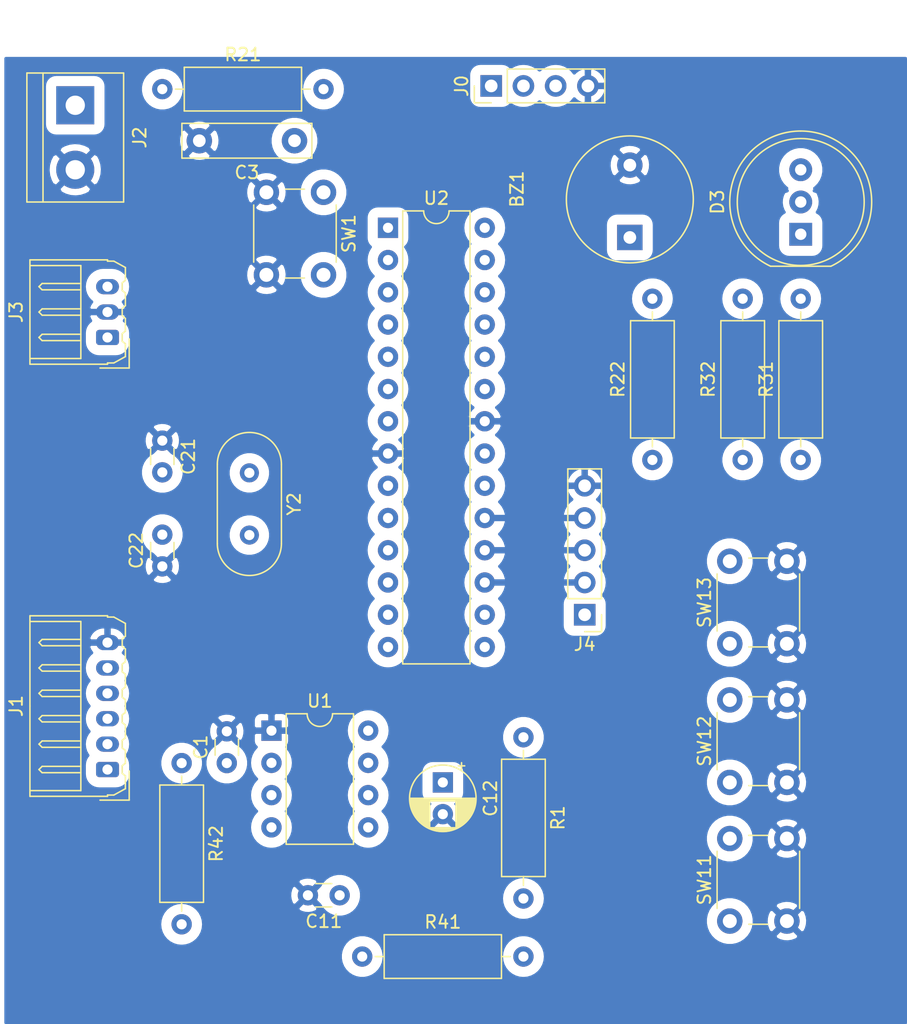
<source format=kicad_pcb>
(kicad_pcb (version 20171130) (host pcbnew 5.1.4)

  (general
    (thickness 1.6)
    (drawings 0)
    (tracks 3)
    (zones 0)
    (modules 27)
    (nets 34)
  )

  (page A4)
  (layers
    (0 F.Cu signal)
    (31 B.Cu signal)
    (32 B.Adhes user)
    (33 F.Adhes user)
    (34 B.Paste user)
    (35 F.Paste user)
    (36 B.SilkS user)
    (37 F.SilkS user)
    (38 B.Mask user)
    (39 F.Mask user)
    (40 Dwgs.User user)
    (41 Cmts.User user)
    (42 Eco1.User user)
    (43 Eco2.User user)
    (44 Edge.Cuts user)
    (45 Margin user)
    (46 B.CrtYd user)
    (47 F.CrtYd user)
    (48 B.Fab user)
    (49 F.Fab user)
  )

  (setup
    (last_trace_width 0.5)
    (user_trace_width 0.5)
    (trace_clearance 0.2)
    (zone_clearance 0.8)
    (zone_45_only no)
    (trace_min 0.2)
    (via_size 0.8)
    (via_drill 0.4)
    (via_min_size 0.4)
    (via_min_drill 0.3)
    (user_via 1.6 0.8)
    (user_via 3 1)
    (uvia_size 0.3)
    (uvia_drill 0.1)
    (uvias_allowed no)
    (uvia_min_size 0.2)
    (uvia_min_drill 0.1)
    (edge_width 0.05)
    (segment_width 0.2)
    (pcb_text_width 0.3)
    (pcb_text_size 1.5 1.5)
    (mod_edge_width 0.12)
    (mod_text_size 1 1)
    (mod_text_width 0.15)
    (pad_size 1.524 1.524)
    (pad_drill 0.762)
    (pad_to_mask_clearance 0.051)
    (solder_mask_min_width 0.25)
    (aux_axis_origin 0 0)
    (visible_elements FFFFFF7F)
    (pcbplotparams
      (layerselection 0x010fc_ffffffff)
      (usegerberextensions false)
      (usegerberattributes false)
      (usegerberadvancedattributes false)
      (creategerberjobfile false)
      (excludeedgelayer true)
      (linewidth 0.100000)
      (plotframeref false)
      (viasonmask false)
      (mode 1)
      (useauxorigin false)
      (hpglpennumber 1)
      (hpglpenspeed 20)
      (hpglpendiameter 15.000000)
      (psnegative false)
      (psa4output false)
      (plotreference true)
      (plotvalue true)
      (plotinvisibletext false)
      (padsonsilk false)
      (subtractmaskfromsilk false)
      (outputformat 1)
      (mirror false)
      (drillshape 1)
      (scaleselection 1)
      (outputdirectory ""))
  )

  (net 0 "")
  (net 1 GND)
  (net 2 "Net-(C1-Pad1)")
  (net 3 "Net-(C3-Pad1)")
  (net 4 "Net-(C11-Pad1)")
  (net 5 +5V)
  (net 6 "Net-(C21-Pad2)")
  (net 7 "Net-(C22-Pad2)")
  (net 8 /38k_OUT)
  (net 9 /IR_G)
  (net 10 /IR_M)
  (net 11 /IR_D)
  (net 12 /SDA)
  (net 13 /SCL)
  (net 14 /PWM_G)
  (net 15 /PWM_D)
  (net 16 "Net-(R1-Pad2)")
  (net 17 /SW_1)
  (net 18 /SW_2)
  (net 19 /SW_3)
  (net 20 "Net-(U2-Pad26)")
  (net 21 /LED_R)
  (net 22 /LED_V)
  (net 23 "Net-(D3-Pad1)")
  (net 24 /RES)
  (net 25 /MOSI)
  (net 26 /MISO)
  (net 27 /SCK)
  (net 28 "Net-(R41-Pad1)")
  (net 29 "Net-(U2-Pad2)")
  (net 30 "Net-(BZ1-Pad1)")
  (net 31 "Net-(U2-Pad5)")
  (net 32 "Net-(U2-Pad6)")
  (net 33 "Net-(D3-Pad3)")

  (net_class Default "This is the default net class."
    (clearance 0.2)
    (trace_width 0.25)
    (via_dia 0.8)
    (via_drill 0.4)
    (uvia_dia 0.3)
    (uvia_drill 0.1)
    (add_net +5V)
    (add_net /38k_OUT)
    (add_net /IR_D)
    (add_net /IR_G)
    (add_net /IR_M)
    (add_net /LED_R)
    (add_net /LED_V)
    (add_net /MISO)
    (add_net /MOSI)
    (add_net /PWM_D)
    (add_net /PWM_G)
    (add_net /RES)
    (add_net /SCK)
    (add_net /SCL)
    (add_net /SDA)
    (add_net /SW_1)
    (add_net /SW_2)
    (add_net /SW_3)
    (add_net GND)
    (add_net "Net-(BZ1-Pad1)")
    (add_net "Net-(C1-Pad1)")
    (add_net "Net-(C11-Pad1)")
    (add_net "Net-(C21-Pad2)")
    (add_net "Net-(C22-Pad2)")
    (add_net "Net-(C3-Pad1)")
    (add_net "Net-(D3-Pad1)")
    (add_net "Net-(D3-Pad3)")
    (add_net "Net-(R1-Pad2)")
    (add_net "Net-(R41-Pad1)")
    (add_net "Net-(U2-Pad2)")
    (add_net "Net-(U2-Pad26)")
    (add_net "Net-(U2-Pad5)")
    (add_net "Net-(U2-Pad6)")
  )

  (module Buzzer_Beeper:Buzzer_15x7.5RM7.6 (layer F.Cu) (tedit 5DC5901B) (tstamp 5DC5FE8C)
    (at 196.596 70.104 90)
    (descr "Generic Buzzer, D15mm height 7.5mm with RM7.6mm")
    (tags buzzer)
    (path /5DC75381)
    (fp_text reference BZ1 (at 3.81 -8.89 90) (layer F.SilkS)
      (effects (font (size 1 1) (thickness 0.15)))
    )
    (fp_text value Buzzer (at 3.81 8.89 90) (layer F.Fab)
      (effects (font (size 1 1) (thickness 0.15)))
    )
    (fp_text user %R (at 3.8 -4 90) (layer F.Fab)
      (effects (font (size 1 1) (thickness 0.15)))
    )
    (fp_circle (center 3 0) (end 4 0) (layer F.Fab) (width 0.1))
    (fp_circle (center 3 0) (end 8 0) (layer F.SilkS) (width 0.12))
    (pad 1 thru_hole rect (at 0 0 90) (size 2 2) (drill 1) (layers *.Cu *.Mask)
      (net 30 "Net-(BZ1-Pad1)"))
    (pad 2 thru_hole circle (at 5.7 0 90) (size 2 2) (drill 1) (layers *.Cu *.Mask)
      (net 1 GND))
    (model ${KISYS3DMOD}/Buzzer_Beeper.3dshapes/Buzzer_15x7.5RM7.6.wrl
      (at (xyz 0 0 0))
      (scale (xyz 1 1 1))
      (rotate (xyz 0 0 0))
    )
  )

  (module Capacitor_THT:C_Disc_D3.0mm_W1.6mm_P2.50mm (layer F.Cu) (tedit 5AE50EF0) (tstamp 5DC5F4DA)
    (at 164.846 111.506 90)
    (descr "C, Disc series, Radial, pin pitch=2.50mm, , diameter*width=3.0*1.6mm^2, Capacitor, http://www.vishay.com/docs/45233/krseries.pdf")
    (tags "C Disc series Radial pin pitch 2.50mm  diameter 3.0mm width 1.6mm Capacitor")
    (path /5DA29B86)
    (fp_text reference C1 (at 1.25 -2.05 90) (layer F.SilkS)
      (effects (font (size 1 1) (thickness 0.15)))
    )
    (fp_text value 680p (at 1.25 2.05 90) (layer F.Fab)
      (effects (font (size 1 1) (thickness 0.15)))
    )
    (fp_text user %R (at 1.25 0 90) (layer F.Fab)
      (effects (font (size 0.6 0.6) (thickness 0.09)))
    )
    (fp_line (start 3.55 -1.05) (end -1.05 -1.05) (layer F.CrtYd) (width 0.05))
    (fp_line (start 3.55 1.05) (end 3.55 -1.05) (layer F.CrtYd) (width 0.05))
    (fp_line (start -1.05 1.05) (end 3.55 1.05) (layer F.CrtYd) (width 0.05))
    (fp_line (start -1.05 -1.05) (end -1.05 1.05) (layer F.CrtYd) (width 0.05))
    (fp_line (start 0.621 0.92) (end 1.879 0.92) (layer F.SilkS) (width 0.12))
    (fp_line (start 0.621 -0.92) (end 1.879 -0.92) (layer F.SilkS) (width 0.12))
    (fp_line (start 2.75 -0.8) (end -0.25 -0.8) (layer F.Fab) (width 0.1))
    (fp_line (start 2.75 0.8) (end 2.75 -0.8) (layer F.Fab) (width 0.1))
    (fp_line (start -0.25 0.8) (end 2.75 0.8) (layer F.Fab) (width 0.1))
    (fp_line (start -0.25 -0.8) (end -0.25 0.8) (layer F.Fab) (width 0.1))
    (pad 2 thru_hole circle (at 2.5 0 90) (size 1.6 1.6) (drill 0.8) (layers *.Cu *.Mask)
      (net 1 GND))
    (pad 1 thru_hole circle (at 0 0 90) (size 1.6 1.6) (drill 0.8) (layers *.Cu *.Mask)
      (net 2 "Net-(C1-Pad1)"))
    (model ${KISYS3DMOD}/Capacitor_THT.3dshapes/C_Disc_D3.0mm_W1.6mm_P2.50mm.wrl
      (at (xyz 0 0 0))
      (scale (xyz 1 1 1))
      (rotate (xyz 0 0 0))
    )
  )

  (module Capacitor_THT:C_Rect_L10.0mm_W2.5mm_P7.50mm_MKS4 (layer F.Cu) (tedit 5AE50EF0) (tstamp 5DC492E5)
    (at 170.18 62.484 180)
    (descr "C, Rect series, Radial, pin pitch=7.50mm, , length*width=10*2.5mm^2, Capacitor, http://www.wima.com/EN/WIMA_MKS_4.pdf")
    (tags "C Rect series Radial pin pitch 7.50mm  length 10mm width 2.5mm Capacitor")
    (path /5DA7667A)
    (fp_text reference C3 (at 3.75 -2.5) (layer F.SilkS)
      (effects (font (size 1 1) (thickness 0.15)))
    )
    (fp_text value 10n (at 3.75 2.5) (layer F.Fab)
      (effects (font (size 1 1) (thickness 0.15)))
    )
    (fp_line (start -1.25 -1.25) (end -1.25 1.25) (layer F.Fab) (width 0.1))
    (fp_line (start -1.25 1.25) (end 8.75 1.25) (layer F.Fab) (width 0.1))
    (fp_line (start 8.75 1.25) (end 8.75 -1.25) (layer F.Fab) (width 0.1))
    (fp_line (start 8.75 -1.25) (end -1.25 -1.25) (layer F.Fab) (width 0.1))
    (fp_line (start -1.37 -1.37) (end 8.87 -1.37) (layer F.SilkS) (width 0.12))
    (fp_line (start -1.37 1.37) (end 8.87 1.37) (layer F.SilkS) (width 0.12))
    (fp_line (start -1.37 -1.37) (end -1.37 1.37) (layer F.SilkS) (width 0.12))
    (fp_line (start 8.87 -1.37) (end 8.87 1.37) (layer F.SilkS) (width 0.12))
    (fp_line (start -1.5 -1.5) (end -1.5 1.5) (layer F.CrtYd) (width 0.05))
    (fp_line (start -1.5 1.5) (end 9 1.5) (layer F.CrtYd) (width 0.05))
    (fp_line (start 9 1.5) (end 9 -1.5) (layer F.CrtYd) (width 0.05))
    (fp_line (start 9 -1.5) (end -1.5 -1.5) (layer F.CrtYd) (width 0.05))
    (fp_text user %R (at 3.75 0) (layer F.Fab)
      (effects (font (size 1 1) (thickness 0.15)))
    )
    (pad 1 thru_hole circle (at 0 0 180) (size 2 2) (drill 1) (layers *.Cu *.Mask)
      (net 3 "Net-(C3-Pad1)"))
    (pad 2 thru_hole circle (at 7.5 0 180) (size 2 2) (drill 1) (layers *.Cu *.Mask)
      (net 1 GND))
    (model ${KISYS3DMOD}/Capacitor_THT.3dshapes/C_Rect_L10.0mm_W2.5mm_P7.50mm_MKS4.wrl
      (at (xyz 0 0 0))
      (scale (xyz 1 1 1))
      (rotate (xyz 0 0 0))
    )
  )

  (module Capacitor_THT:C_Disc_D3.0mm_W1.6mm_P2.50mm (layer F.Cu) (tedit 5AE50EF0) (tstamp 5DC5F321)
    (at 173.736 121.92 180)
    (descr "C, Disc series, Radial, pin pitch=2.50mm, , diameter*width=3.0*1.6mm^2, Capacitor, http://www.vishay.com/docs/45233/krseries.pdf")
    (tags "C Disc series Radial pin pitch 2.50mm  diameter 3.0mm width 1.6mm Capacitor")
    (path /5DA5308D)
    (fp_text reference C11 (at 1.25 -2.05) (layer F.SilkS)
      (effects (font (size 1 1) (thickness 0.15)))
    )
    (fp_text value 0.01p (at 1.25 2.05) (layer F.Fab)
      (effects (font (size 1 1) (thickness 0.15)))
    )
    (fp_line (start -0.25 -0.8) (end -0.25 0.8) (layer F.Fab) (width 0.1))
    (fp_line (start -0.25 0.8) (end 2.75 0.8) (layer F.Fab) (width 0.1))
    (fp_line (start 2.75 0.8) (end 2.75 -0.8) (layer F.Fab) (width 0.1))
    (fp_line (start 2.75 -0.8) (end -0.25 -0.8) (layer F.Fab) (width 0.1))
    (fp_line (start 0.621 -0.92) (end 1.879 -0.92) (layer F.SilkS) (width 0.12))
    (fp_line (start 0.621 0.92) (end 1.879 0.92) (layer F.SilkS) (width 0.12))
    (fp_line (start -1.05 -1.05) (end -1.05 1.05) (layer F.CrtYd) (width 0.05))
    (fp_line (start -1.05 1.05) (end 3.55 1.05) (layer F.CrtYd) (width 0.05))
    (fp_line (start 3.55 1.05) (end 3.55 -1.05) (layer F.CrtYd) (width 0.05))
    (fp_line (start 3.55 -1.05) (end -1.05 -1.05) (layer F.CrtYd) (width 0.05))
    (fp_text user %R (at 1.25 0) (layer F.Fab)
      (effects (font (size 0.6 0.6) (thickness 0.09)))
    )
    (pad 1 thru_hole circle (at 0 0 180) (size 1.6 1.6) (drill 0.8) (layers *.Cu *.Mask)
      (net 4 "Net-(C11-Pad1)"))
    (pad 2 thru_hole circle (at 2.5 0 180) (size 1.6 1.6) (drill 0.8) (layers *.Cu *.Mask)
      (net 1 GND))
    (model ${KISYS3DMOD}/Capacitor_THT.3dshapes/C_Disc_D3.0mm_W1.6mm_P2.50mm.wrl
      (at (xyz 0 0 0))
      (scale (xyz 1 1 1))
      (rotate (xyz 0 0 0))
    )
  )

  (module Capacitor_THT:CP_Radial_D5.0mm_P2.50mm (layer F.Cu) (tedit 5AE50EF0) (tstamp 5DC5F3C4)
    (at 181.864 113.03 270)
    (descr "CP, Radial series, Radial, pin pitch=2.50mm, , diameter=5mm, Electrolytic Capacitor")
    (tags "CP Radial series Radial pin pitch 2.50mm  diameter 5mm Electrolytic Capacitor")
    (path /5DA535A3)
    (fp_text reference C12 (at 1.25 -3.75 90) (layer F.SilkS)
      (effects (font (size 1 1) (thickness 0.15)))
    )
    (fp_text value 100u (at 1.25 3.75 90) (layer F.Fab)
      (effects (font (size 1 1) (thickness 0.15)))
    )
    (fp_circle (center 1.25 0) (end 3.75 0) (layer F.Fab) (width 0.1))
    (fp_circle (center 1.25 0) (end 3.87 0) (layer F.SilkS) (width 0.12))
    (fp_circle (center 1.25 0) (end 4 0) (layer F.CrtYd) (width 0.05))
    (fp_line (start -0.883605 -1.0875) (end -0.383605 -1.0875) (layer F.Fab) (width 0.1))
    (fp_line (start -0.633605 -1.3375) (end -0.633605 -0.8375) (layer F.Fab) (width 0.1))
    (fp_line (start 1.25 -2.58) (end 1.25 2.58) (layer F.SilkS) (width 0.12))
    (fp_line (start 1.29 -2.58) (end 1.29 2.58) (layer F.SilkS) (width 0.12))
    (fp_line (start 1.33 -2.579) (end 1.33 2.579) (layer F.SilkS) (width 0.12))
    (fp_line (start 1.37 -2.578) (end 1.37 2.578) (layer F.SilkS) (width 0.12))
    (fp_line (start 1.41 -2.576) (end 1.41 2.576) (layer F.SilkS) (width 0.12))
    (fp_line (start 1.45 -2.573) (end 1.45 2.573) (layer F.SilkS) (width 0.12))
    (fp_line (start 1.49 -2.569) (end 1.49 -1.04) (layer F.SilkS) (width 0.12))
    (fp_line (start 1.49 1.04) (end 1.49 2.569) (layer F.SilkS) (width 0.12))
    (fp_line (start 1.53 -2.565) (end 1.53 -1.04) (layer F.SilkS) (width 0.12))
    (fp_line (start 1.53 1.04) (end 1.53 2.565) (layer F.SilkS) (width 0.12))
    (fp_line (start 1.57 -2.561) (end 1.57 -1.04) (layer F.SilkS) (width 0.12))
    (fp_line (start 1.57 1.04) (end 1.57 2.561) (layer F.SilkS) (width 0.12))
    (fp_line (start 1.61 -2.556) (end 1.61 -1.04) (layer F.SilkS) (width 0.12))
    (fp_line (start 1.61 1.04) (end 1.61 2.556) (layer F.SilkS) (width 0.12))
    (fp_line (start 1.65 -2.55) (end 1.65 -1.04) (layer F.SilkS) (width 0.12))
    (fp_line (start 1.65 1.04) (end 1.65 2.55) (layer F.SilkS) (width 0.12))
    (fp_line (start 1.69 -2.543) (end 1.69 -1.04) (layer F.SilkS) (width 0.12))
    (fp_line (start 1.69 1.04) (end 1.69 2.543) (layer F.SilkS) (width 0.12))
    (fp_line (start 1.73 -2.536) (end 1.73 -1.04) (layer F.SilkS) (width 0.12))
    (fp_line (start 1.73 1.04) (end 1.73 2.536) (layer F.SilkS) (width 0.12))
    (fp_line (start 1.77 -2.528) (end 1.77 -1.04) (layer F.SilkS) (width 0.12))
    (fp_line (start 1.77 1.04) (end 1.77 2.528) (layer F.SilkS) (width 0.12))
    (fp_line (start 1.81 -2.52) (end 1.81 -1.04) (layer F.SilkS) (width 0.12))
    (fp_line (start 1.81 1.04) (end 1.81 2.52) (layer F.SilkS) (width 0.12))
    (fp_line (start 1.85 -2.511) (end 1.85 -1.04) (layer F.SilkS) (width 0.12))
    (fp_line (start 1.85 1.04) (end 1.85 2.511) (layer F.SilkS) (width 0.12))
    (fp_line (start 1.89 -2.501) (end 1.89 -1.04) (layer F.SilkS) (width 0.12))
    (fp_line (start 1.89 1.04) (end 1.89 2.501) (layer F.SilkS) (width 0.12))
    (fp_line (start 1.93 -2.491) (end 1.93 -1.04) (layer F.SilkS) (width 0.12))
    (fp_line (start 1.93 1.04) (end 1.93 2.491) (layer F.SilkS) (width 0.12))
    (fp_line (start 1.971 -2.48) (end 1.971 -1.04) (layer F.SilkS) (width 0.12))
    (fp_line (start 1.971 1.04) (end 1.971 2.48) (layer F.SilkS) (width 0.12))
    (fp_line (start 2.011 -2.468) (end 2.011 -1.04) (layer F.SilkS) (width 0.12))
    (fp_line (start 2.011 1.04) (end 2.011 2.468) (layer F.SilkS) (width 0.12))
    (fp_line (start 2.051 -2.455) (end 2.051 -1.04) (layer F.SilkS) (width 0.12))
    (fp_line (start 2.051 1.04) (end 2.051 2.455) (layer F.SilkS) (width 0.12))
    (fp_line (start 2.091 -2.442) (end 2.091 -1.04) (layer F.SilkS) (width 0.12))
    (fp_line (start 2.091 1.04) (end 2.091 2.442) (layer F.SilkS) (width 0.12))
    (fp_line (start 2.131 -2.428) (end 2.131 -1.04) (layer F.SilkS) (width 0.12))
    (fp_line (start 2.131 1.04) (end 2.131 2.428) (layer F.SilkS) (width 0.12))
    (fp_line (start 2.171 -2.414) (end 2.171 -1.04) (layer F.SilkS) (width 0.12))
    (fp_line (start 2.171 1.04) (end 2.171 2.414) (layer F.SilkS) (width 0.12))
    (fp_line (start 2.211 -2.398) (end 2.211 -1.04) (layer F.SilkS) (width 0.12))
    (fp_line (start 2.211 1.04) (end 2.211 2.398) (layer F.SilkS) (width 0.12))
    (fp_line (start 2.251 -2.382) (end 2.251 -1.04) (layer F.SilkS) (width 0.12))
    (fp_line (start 2.251 1.04) (end 2.251 2.382) (layer F.SilkS) (width 0.12))
    (fp_line (start 2.291 -2.365) (end 2.291 -1.04) (layer F.SilkS) (width 0.12))
    (fp_line (start 2.291 1.04) (end 2.291 2.365) (layer F.SilkS) (width 0.12))
    (fp_line (start 2.331 -2.348) (end 2.331 -1.04) (layer F.SilkS) (width 0.12))
    (fp_line (start 2.331 1.04) (end 2.331 2.348) (layer F.SilkS) (width 0.12))
    (fp_line (start 2.371 -2.329) (end 2.371 -1.04) (layer F.SilkS) (width 0.12))
    (fp_line (start 2.371 1.04) (end 2.371 2.329) (layer F.SilkS) (width 0.12))
    (fp_line (start 2.411 -2.31) (end 2.411 -1.04) (layer F.SilkS) (width 0.12))
    (fp_line (start 2.411 1.04) (end 2.411 2.31) (layer F.SilkS) (width 0.12))
    (fp_line (start 2.451 -2.29) (end 2.451 -1.04) (layer F.SilkS) (width 0.12))
    (fp_line (start 2.451 1.04) (end 2.451 2.29) (layer F.SilkS) (width 0.12))
    (fp_line (start 2.491 -2.268) (end 2.491 -1.04) (layer F.SilkS) (width 0.12))
    (fp_line (start 2.491 1.04) (end 2.491 2.268) (layer F.SilkS) (width 0.12))
    (fp_line (start 2.531 -2.247) (end 2.531 -1.04) (layer F.SilkS) (width 0.12))
    (fp_line (start 2.531 1.04) (end 2.531 2.247) (layer F.SilkS) (width 0.12))
    (fp_line (start 2.571 -2.224) (end 2.571 -1.04) (layer F.SilkS) (width 0.12))
    (fp_line (start 2.571 1.04) (end 2.571 2.224) (layer F.SilkS) (width 0.12))
    (fp_line (start 2.611 -2.2) (end 2.611 -1.04) (layer F.SilkS) (width 0.12))
    (fp_line (start 2.611 1.04) (end 2.611 2.2) (layer F.SilkS) (width 0.12))
    (fp_line (start 2.651 -2.175) (end 2.651 -1.04) (layer F.SilkS) (width 0.12))
    (fp_line (start 2.651 1.04) (end 2.651 2.175) (layer F.SilkS) (width 0.12))
    (fp_line (start 2.691 -2.149) (end 2.691 -1.04) (layer F.SilkS) (width 0.12))
    (fp_line (start 2.691 1.04) (end 2.691 2.149) (layer F.SilkS) (width 0.12))
    (fp_line (start 2.731 -2.122) (end 2.731 -1.04) (layer F.SilkS) (width 0.12))
    (fp_line (start 2.731 1.04) (end 2.731 2.122) (layer F.SilkS) (width 0.12))
    (fp_line (start 2.771 -2.095) (end 2.771 -1.04) (layer F.SilkS) (width 0.12))
    (fp_line (start 2.771 1.04) (end 2.771 2.095) (layer F.SilkS) (width 0.12))
    (fp_line (start 2.811 -2.065) (end 2.811 -1.04) (layer F.SilkS) (width 0.12))
    (fp_line (start 2.811 1.04) (end 2.811 2.065) (layer F.SilkS) (width 0.12))
    (fp_line (start 2.851 -2.035) (end 2.851 -1.04) (layer F.SilkS) (width 0.12))
    (fp_line (start 2.851 1.04) (end 2.851 2.035) (layer F.SilkS) (width 0.12))
    (fp_line (start 2.891 -2.004) (end 2.891 -1.04) (layer F.SilkS) (width 0.12))
    (fp_line (start 2.891 1.04) (end 2.891 2.004) (layer F.SilkS) (width 0.12))
    (fp_line (start 2.931 -1.971) (end 2.931 -1.04) (layer F.SilkS) (width 0.12))
    (fp_line (start 2.931 1.04) (end 2.931 1.971) (layer F.SilkS) (width 0.12))
    (fp_line (start 2.971 -1.937) (end 2.971 -1.04) (layer F.SilkS) (width 0.12))
    (fp_line (start 2.971 1.04) (end 2.971 1.937) (layer F.SilkS) (width 0.12))
    (fp_line (start 3.011 -1.901) (end 3.011 -1.04) (layer F.SilkS) (width 0.12))
    (fp_line (start 3.011 1.04) (end 3.011 1.901) (layer F.SilkS) (width 0.12))
    (fp_line (start 3.051 -1.864) (end 3.051 -1.04) (layer F.SilkS) (width 0.12))
    (fp_line (start 3.051 1.04) (end 3.051 1.864) (layer F.SilkS) (width 0.12))
    (fp_line (start 3.091 -1.826) (end 3.091 -1.04) (layer F.SilkS) (width 0.12))
    (fp_line (start 3.091 1.04) (end 3.091 1.826) (layer F.SilkS) (width 0.12))
    (fp_line (start 3.131 -1.785) (end 3.131 -1.04) (layer F.SilkS) (width 0.12))
    (fp_line (start 3.131 1.04) (end 3.131 1.785) (layer F.SilkS) (width 0.12))
    (fp_line (start 3.171 -1.743) (end 3.171 -1.04) (layer F.SilkS) (width 0.12))
    (fp_line (start 3.171 1.04) (end 3.171 1.743) (layer F.SilkS) (width 0.12))
    (fp_line (start 3.211 -1.699) (end 3.211 -1.04) (layer F.SilkS) (width 0.12))
    (fp_line (start 3.211 1.04) (end 3.211 1.699) (layer F.SilkS) (width 0.12))
    (fp_line (start 3.251 -1.653) (end 3.251 -1.04) (layer F.SilkS) (width 0.12))
    (fp_line (start 3.251 1.04) (end 3.251 1.653) (layer F.SilkS) (width 0.12))
    (fp_line (start 3.291 -1.605) (end 3.291 -1.04) (layer F.SilkS) (width 0.12))
    (fp_line (start 3.291 1.04) (end 3.291 1.605) (layer F.SilkS) (width 0.12))
    (fp_line (start 3.331 -1.554) (end 3.331 -1.04) (layer F.SilkS) (width 0.12))
    (fp_line (start 3.331 1.04) (end 3.331 1.554) (layer F.SilkS) (width 0.12))
    (fp_line (start 3.371 -1.5) (end 3.371 -1.04) (layer F.SilkS) (width 0.12))
    (fp_line (start 3.371 1.04) (end 3.371 1.5) (layer F.SilkS) (width 0.12))
    (fp_line (start 3.411 -1.443) (end 3.411 -1.04) (layer F.SilkS) (width 0.12))
    (fp_line (start 3.411 1.04) (end 3.411 1.443) (layer F.SilkS) (width 0.12))
    (fp_line (start 3.451 -1.383) (end 3.451 -1.04) (layer F.SilkS) (width 0.12))
    (fp_line (start 3.451 1.04) (end 3.451 1.383) (layer F.SilkS) (width 0.12))
    (fp_line (start 3.491 -1.319) (end 3.491 -1.04) (layer F.SilkS) (width 0.12))
    (fp_line (start 3.491 1.04) (end 3.491 1.319) (layer F.SilkS) (width 0.12))
    (fp_line (start 3.531 -1.251) (end 3.531 -1.04) (layer F.SilkS) (width 0.12))
    (fp_line (start 3.531 1.04) (end 3.531 1.251) (layer F.SilkS) (width 0.12))
    (fp_line (start 3.571 -1.178) (end 3.571 1.178) (layer F.SilkS) (width 0.12))
    (fp_line (start 3.611 -1.098) (end 3.611 1.098) (layer F.SilkS) (width 0.12))
    (fp_line (start 3.651 -1.011) (end 3.651 1.011) (layer F.SilkS) (width 0.12))
    (fp_line (start 3.691 -0.915) (end 3.691 0.915) (layer F.SilkS) (width 0.12))
    (fp_line (start 3.731 -0.805) (end 3.731 0.805) (layer F.SilkS) (width 0.12))
    (fp_line (start 3.771 -0.677) (end 3.771 0.677) (layer F.SilkS) (width 0.12))
    (fp_line (start 3.811 -0.518) (end 3.811 0.518) (layer F.SilkS) (width 0.12))
    (fp_line (start 3.851 -0.284) (end 3.851 0.284) (layer F.SilkS) (width 0.12))
    (fp_line (start -1.554775 -1.475) (end -1.054775 -1.475) (layer F.SilkS) (width 0.12))
    (fp_line (start -1.304775 -1.725) (end -1.304775 -1.225) (layer F.SilkS) (width 0.12))
    (fp_text user %R (at 1.25 0 90) (layer F.Fab)
      (effects (font (size 1 1) (thickness 0.15)))
    )
    (pad 1 thru_hole rect (at 0 0 270) (size 1.6 1.6) (drill 0.8) (layers *.Cu *.Mask)
      (net 5 +5V))
    (pad 2 thru_hole circle (at 2.5 0 270) (size 1.6 1.6) (drill 0.8) (layers *.Cu *.Mask)
      (net 1 GND))
    (model ${KISYS3DMOD}/Capacitor_THT.3dshapes/CP_Radial_D5.0mm_P2.50mm.wrl
      (at (xyz 0 0 0))
      (scale (xyz 1 1 1))
      (rotate (xyz 0 0 0))
    )
  )

  (module Capacitor_THT:C_Disc_D3.0mm_W1.6mm_P2.50mm (layer F.Cu) (tedit 5AE50EF0) (tstamp 5DC4938B)
    (at 159.766 86.106 270)
    (descr "C, Disc series, Radial, pin pitch=2.50mm, , diameter*width=3.0*1.6mm^2, Capacitor, http://www.vishay.com/docs/45233/krseries.pdf")
    (tags "C Disc series Radial pin pitch 2.50mm  diameter 3.0mm width 1.6mm Capacitor")
    (path /5DA34DC6)
    (fp_text reference C21 (at 1.25 -2.05 90) (layer F.SilkS)
      (effects (font (size 1 1) (thickness 0.15)))
    )
    (fp_text value 22p (at 1.25 2.05 90) (layer F.Fab)
      (effects (font (size 1 1) (thickness 0.15)))
    )
    (fp_line (start -0.25 -0.8) (end -0.25 0.8) (layer F.Fab) (width 0.1))
    (fp_line (start -0.25 0.8) (end 2.75 0.8) (layer F.Fab) (width 0.1))
    (fp_line (start 2.75 0.8) (end 2.75 -0.8) (layer F.Fab) (width 0.1))
    (fp_line (start 2.75 -0.8) (end -0.25 -0.8) (layer F.Fab) (width 0.1))
    (fp_line (start 0.621 -0.92) (end 1.879 -0.92) (layer F.SilkS) (width 0.12))
    (fp_line (start 0.621 0.92) (end 1.879 0.92) (layer F.SilkS) (width 0.12))
    (fp_line (start -1.05 -1.05) (end -1.05 1.05) (layer F.CrtYd) (width 0.05))
    (fp_line (start -1.05 1.05) (end 3.55 1.05) (layer F.CrtYd) (width 0.05))
    (fp_line (start 3.55 1.05) (end 3.55 -1.05) (layer F.CrtYd) (width 0.05))
    (fp_line (start 3.55 -1.05) (end -1.05 -1.05) (layer F.CrtYd) (width 0.05))
    (fp_text user %R (at 1.25 0 90) (layer F.Fab)
      (effects (font (size 0.6 0.6) (thickness 0.09)))
    )
    (pad 1 thru_hole circle (at 0 0 270) (size 1.6 1.6) (drill 0.8) (layers *.Cu *.Mask)
      (net 1 GND))
    (pad 2 thru_hole circle (at 2.5 0 270) (size 1.6 1.6) (drill 0.8) (layers *.Cu *.Mask)
      (net 6 "Net-(C21-Pad2)"))
    (model ${KISYS3DMOD}/Capacitor_THT.3dshapes/C_Disc_D3.0mm_W1.6mm_P2.50mm.wrl
      (at (xyz 0 0 0))
      (scale (xyz 1 1 1))
      (rotate (xyz 0 0 0))
    )
  )

  (module Capacitor_THT:C_Disc_D3.0mm_W1.6mm_P2.50mm (layer F.Cu) (tedit 5AE50EF0) (tstamp 5DC5E91A)
    (at 159.766 96.012 90)
    (descr "C, Disc series, Radial, pin pitch=2.50mm, , diameter*width=3.0*1.6mm^2, Capacitor, http://www.vishay.com/docs/45233/krseries.pdf")
    (tags "C Disc series Radial pin pitch 2.50mm  diameter 3.0mm width 1.6mm Capacitor")
    (path /5DA4DB39)
    (fp_text reference C22 (at 1.25 -2.05 90) (layer F.SilkS)
      (effects (font (size 1 1) (thickness 0.15)))
    )
    (fp_text value 22p (at 1.25 2.05 90) (layer F.Fab)
      (effects (font (size 1 1) (thickness 0.15)))
    )
    (fp_text user %R (at 1.25 0 90) (layer F.Fab)
      (effects (font (size 0.6 0.6) (thickness 0.09)))
    )
    (fp_line (start 3.55 -1.05) (end -1.05 -1.05) (layer F.CrtYd) (width 0.05))
    (fp_line (start 3.55 1.05) (end 3.55 -1.05) (layer F.CrtYd) (width 0.05))
    (fp_line (start -1.05 1.05) (end 3.55 1.05) (layer F.CrtYd) (width 0.05))
    (fp_line (start -1.05 -1.05) (end -1.05 1.05) (layer F.CrtYd) (width 0.05))
    (fp_line (start 0.621 0.92) (end 1.879 0.92) (layer F.SilkS) (width 0.12))
    (fp_line (start 0.621 -0.92) (end 1.879 -0.92) (layer F.SilkS) (width 0.12))
    (fp_line (start 2.75 -0.8) (end -0.25 -0.8) (layer F.Fab) (width 0.1))
    (fp_line (start 2.75 0.8) (end 2.75 -0.8) (layer F.Fab) (width 0.1))
    (fp_line (start -0.25 0.8) (end 2.75 0.8) (layer F.Fab) (width 0.1))
    (fp_line (start -0.25 -0.8) (end -0.25 0.8) (layer F.Fab) (width 0.1))
    (pad 2 thru_hole circle (at 2.5 0 90) (size 1.6 1.6) (drill 0.8) (layers *.Cu *.Mask)
      (net 7 "Net-(C22-Pad2)"))
    (pad 1 thru_hole circle (at 0 0 90) (size 1.6 1.6) (drill 0.8) (layers *.Cu *.Mask)
      (net 1 GND))
    (model ${KISYS3DMOD}/Capacitor_THT.3dshapes/C_Disc_D3.0mm_W1.6mm_P2.50mm.wrl
      (at (xyz 0 0 0))
      (scale (xyz 1 1 1))
      (rotate (xyz 0 0 0))
    )
  )

  (module Connector_PinHeader_2.54mm:PinHeader_1x04_P2.54mm_Vertical (layer F.Cu) (tedit 59FED5CC) (tstamp 5DC493C6)
    (at 185.674 58.166 90)
    (descr "Through hole straight pin header, 1x04, 2.54mm pitch, single row")
    (tags "Through hole pin header THT 1x04 2.54mm single row")
    (path /5DC3D93F)
    (fp_text reference J0 (at 0 -2.33 90) (layer F.SilkS)
      (effects (font (size 1 1) (thickness 0.15)))
    )
    (fp_text value Conn_01x04_Male (at 0 9.95 90) (layer F.Fab)
      (effects (font (size 1 1) (thickness 0.15)))
    )
    (fp_line (start -0.635 -1.27) (end 1.27 -1.27) (layer F.Fab) (width 0.1))
    (fp_line (start 1.27 -1.27) (end 1.27 8.89) (layer F.Fab) (width 0.1))
    (fp_line (start 1.27 8.89) (end -1.27 8.89) (layer F.Fab) (width 0.1))
    (fp_line (start -1.27 8.89) (end -1.27 -0.635) (layer F.Fab) (width 0.1))
    (fp_line (start -1.27 -0.635) (end -0.635 -1.27) (layer F.Fab) (width 0.1))
    (fp_line (start -1.33 8.95) (end 1.33 8.95) (layer F.SilkS) (width 0.12))
    (fp_line (start -1.33 1.27) (end -1.33 8.95) (layer F.SilkS) (width 0.12))
    (fp_line (start 1.33 1.27) (end 1.33 8.95) (layer F.SilkS) (width 0.12))
    (fp_line (start -1.33 1.27) (end 1.33 1.27) (layer F.SilkS) (width 0.12))
    (fp_line (start -1.33 0) (end -1.33 -1.33) (layer F.SilkS) (width 0.12))
    (fp_line (start -1.33 -1.33) (end 0 -1.33) (layer F.SilkS) (width 0.12))
    (fp_line (start -1.8 -1.8) (end -1.8 9.4) (layer F.CrtYd) (width 0.05))
    (fp_line (start -1.8 9.4) (end 1.8 9.4) (layer F.CrtYd) (width 0.05))
    (fp_line (start 1.8 9.4) (end 1.8 -1.8) (layer F.CrtYd) (width 0.05))
    (fp_line (start 1.8 -1.8) (end -1.8 -1.8) (layer F.CrtYd) (width 0.05))
    (fp_text user %R (at 0 3.81) (layer F.Fab)
      (effects (font (size 1 1) (thickness 0.15)))
    )
    (pad 1 thru_hole rect (at 0 0 90) (size 1.7 1.7) (drill 1) (layers *.Cu *.Mask)
      (net 5 +5V))
    (pad 2 thru_hole oval (at 0 2.54 90) (size 1.7 1.7) (drill 1) (layers *.Cu *.Mask)
      (net 13 /SCL))
    (pad 3 thru_hole oval (at 0 5.08 90) (size 1.7 1.7) (drill 1) (layers *.Cu *.Mask)
      (net 12 /SDA))
    (pad 4 thru_hole oval (at 0 7.62 90) (size 1.7 1.7) (drill 1) (layers *.Cu *.Mask)
      (net 1 GND))
    (model ${KISYS3DMOD}/Connector_PinHeader_2.54mm.3dshapes/PinHeader_1x04_P2.54mm_Vertical.wrl
      (at (xyz 0 0 0))
      (scale (xyz 1 1 1))
      (rotate (xyz 0 0 0))
    )
  )

  (module Connector_Molex:Molex_Micro-Latch_53254-0670_1x06_P2.00mm_Horizontal (layer F.Cu) (tedit 5B78163C) (tstamp 5DC4941B)
    (at 155.448 112.014 90)
    (descr "Molex Micro-Latch Wire-to-Board Connector System, 53254-0670 (compatible alternatives: 53254-0650), 6 Pins per row (http://www.molex.com/pdm_docs/sd/532530770_sd.pdf), generated with kicad-footprint-generator")
    (tags "connector Molex Micro-Latch top entry")
    (path /5DC5F6A0)
    (fp_text reference J1 (at 5 -7.2 90) (layer F.SilkS)
      (effects (font (size 1 1) (thickness 0.15)))
    )
    (fp_text value Conn_01x06_Male (at 5 2.5 90) (layer F.Fab)
      (effects (font (size 1 1) (thickness 0.15)))
    )
    (fp_line (start -2 -6) (end -2 1.3) (layer F.Fab) (width 0.1))
    (fp_line (start -2 1.3) (end 12 1.3) (layer F.Fab) (width 0.1))
    (fp_line (start 12 1.3) (end 12 -6) (layer F.Fab) (width 0.1))
    (fp_line (start 12 -6) (end -2 -6) (layer F.Fab) (width 0.1))
    (fp_line (start -0.3 1.16) (end -0.5 1.41) (layer F.SilkS) (width 0.12))
    (fp_line (start -0.5 1.41) (end -1.51 1.41) (layer F.SilkS) (width 0.12))
    (fp_line (start -1.51 1.41) (end -2.01 0.5) (layer F.SilkS) (width 0.12))
    (fp_line (start -2.01 0.5) (end -2.01 0) (layer F.SilkS) (width 0.12))
    (fp_line (start -2.01 0) (end -2.11 0) (layer F.SilkS) (width 0.12))
    (fp_line (start -2.11 0) (end -2.11 -6.11) (layer F.SilkS) (width 0.12))
    (fp_line (start -2.11 -6.11) (end 5 -6.11) (layer F.SilkS) (width 0.12))
    (fp_line (start 10.3 1.16) (end 10.5 1.41) (layer F.SilkS) (width 0.12))
    (fp_line (start 10.5 1.41) (end 11.51 1.41) (layer F.SilkS) (width 0.12))
    (fp_line (start 11.51 1.41) (end 12.01 0.5) (layer F.SilkS) (width 0.12))
    (fp_line (start 12.01 0.5) (end 12.01 0) (layer F.SilkS) (width 0.12))
    (fp_line (start 12.01 0) (end 12.11 0) (layer F.SilkS) (width 0.12))
    (fp_line (start 12.11 0) (end 12.11 -6.11) (layer F.SilkS) (width 0.12))
    (fp_line (start 12.11 -6.11) (end 5 -6.11) (layer F.SilkS) (width 0.12))
    (fp_line (start -0.3 1.16) (end 0.3 1.16) (layer F.SilkS) (width 0.12))
    (fp_line (start 0.3 1.16) (end 0.5 1.41) (layer F.SilkS) (width 0.12))
    (fp_line (start 0.5 1.41) (end 1.5 1.41) (layer F.SilkS) (width 0.12))
    (fp_line (start 1.5 1.41) (end 1.7 1.16) (layer F.SilkS) (width 0.12))
    (fp_line (start 1.7 1.16) (end 2.3 1.16) (layer F.SilkS) (width 0.12))
    (fp_line (start 2.3 1.16) (end 2.5 1.41) (layer F.SilkS) (width 0.12))
    (fp_line (start 2.5 1.41) (end 3.5 1.41) (layer F.SilkS) (width 0.12))
    (fp_line (start 3.5 1.41) (end 3.7 1.16) (layer F.SilkS) (width 0.12))
    (fp_line (start 3.7 1.16) (end 4.3 1.16) (layer F.SilkS) (width 0.12))
    (fp_line (start 4.3 1.16) (end 4.5 1.41) (layer F.SilkS) (width 0.12))
    (fp_line (start 4.5 1.41) (end 5.5 1.41) (layer F.SilkS) (width 0.12))
    (fp_line (start 5.5 1.41) (end 5.7 1.16) (layer F.SilkS) (width 0.12))
    (fp_line (start 5.7 1.16) (end 6.3 1.16) (layer F.SilkS) (width 0.12))
    (fp_line (start 6.3 1.16) (end 6.5 1.41) (layer F.SilkS) (width 0.12))
    (fp_line (start 6.5 1.41) (end 7.5 1.41) (layer F.SilkS) (width 0.12))
    (fp_line (start 7.5 1.41) (end 7.7 1.16) (layer F.SilkS) (width 0.12))
    (fp_line (start 7.7 1.16) (end 8.3 1.16) (layer F.SilkS) (width 0.12))
    (fp_line (start 8.3 1.16) (end 8.5 1.41) (layer F.SilkS) (width 0.12))
    (fp_line (start 8.5 1.41) (end 9.5 1.41) (layer F.SilkS) (width 0.12))
    (fp_line (start 9.5 1.41) (end 9.7 1.16) (layer F.SilkS) (width 0.12))
    (fp_line (start 9.7 1.16) (end 10.3 1.16) (layer F.SilkS) (width 0.12))
    (fp_line (start -0.11 1.71) (end -2.41 1.71) (layer F.SilkS) (width 0.12))
    (fp_line (start -2.41 1.71) (end -2.41 -0.59) (layer F.SilkS) (width 0.12))
    (fp_line (start -0.5 1.3) (end 0 0.592893) (layer F.Fab) (width 0.1))
    (fp_line (start 0 0.592893) (end 0.5 1.3) (layer F.Fab) (width 0.1))
    (fp_line (start -1.66 -6.11) (end -1.66 -2.1) (layer F.SilkS) (width 0.12))
    (fp_line (start -1.66 -2.1) (end 11.66 -2.1) (layer F.SilkS) (width 0.12))
    (fp_line (start 11.66 -2.1) (end 11.66 -6.11) (layer F.SilkS) (width 0.12))
    (fp_line (start -0.25 -2.1) (end -0.25 -5.15) (layer F.SilkS) (width 0.12))
    (fp_line (start -0.25 -5.15) (end 0 -5.4) (layer F.SilkS) (width 0.12))
    (fp_line (start 0 -5.4) (end 0.25 -5.15) (layer F.SilkS) (width 0.12))
    (fp_line (start 0.25 -5.15) (end 0.25 -2.1) (layer F.SilkS) (width 0.12))
    (fp_line (start 1.75 -2.1) (end 1.75 -5.15) (layer F.SilkS) (width 0.12))
    (fp_line (start 1.75 -5.15) (end 2 -5.4) (layer F.SilkS) (width 0.12))
    (fp_line (start 2 -5.4) (end 2.25 -5.15) (layer F.SilkS) (width 0.12))
    (fp_line (start 2.25 -5.15) (end 2.25 -2.1) (layer F.SilkS) (width 0.12))
    (fp_line (start 3.75 -2.1) (end 3.75 -5.15) (layer F.SilkS) (width 0.12))
    (fp_line (start 3.75 -5.15) (end 4 -5.4) (layer F.SilkS) (width 0.12))
    (fp_line (start 4 -5.4) (end 4.25 -5.15) (layer F.SilkS) (width 0.12))
    (fp_line (start 4.25 -5.15) (end 4.25 -2.1) (layer F.SilkS) (width 0.12))
    (fp_line (start 5.75 -2.1) (end 5.75 -5.15) (layer F.SilkS) (width 0.12))
    (fp_line (start 5.75 -5.15) (end 6 -5.4) (layer F.SilkS) (width 0.12))
    (fp_line (start 6 -5.4) (end 6.25 -5.15) (layer F.SilkS) (width 0.12))
    (fp_line (start 6.25 -5.15) (end 6.25 -2.1) (layer F.SilkS) (width 0.12))
    (fp_line (start 7.75 -2.1) (end 7.75 -5.15) (layer F.SilkS) (width 0.12))
    (fp_line (start 7.75 -5.15) (end 8 -5.4) (layer F.SilkS) (width 0.12))
    (fp_line (start 8 -5.4) (end 8.25 -5.15) (layer F.SilkS) (width 0.12))
    (fp_line (start 8.25 -5.15) (end 8.25 -2.1) (layer F.SilkS) (width 0.12))
    (fp_line (start 9.75 -2.1) (end 9.75 -5.15) (layer F.SilkS) (width 0.12))
    (fp_line (start 9.75 -5.15) (end 10 -5.4) (layer F.SilkS) (width 0.12))
    (fp_line (start 10 -5.4) (end 10.25 -5.15) (layer F.SilkS) (width 0.12))
    (fp_line (start 10.25 -5.15) (end 10.25 -2.1) (layer F.SilkS) (width 0.12))
    (fp_line (start -2.5 -6.5) (end -2.5 1.8) (layer F.CrtYd) (width 0.05))
    (fp_line (start -2.5 1.8) (end 12.5 1.8) (layer F.CrtYd) (width 0.05))
    (fp_line (start 12.5 1.8) (end 12.5 -6.5) (layer F.CrtYd) (width 0.05))
    (fp_line (start 12.5 -6.5) (end -2.5 -6.5) (layer F.CrtYd) (width 0.05))
    (fp_text user %R (at 5 -5.3 90) (layer F.Fab)
      (effects (font (size 1 1) (thickness 0.15)))
    )
    (pad 1 thru_hole roundrect (at 0 0 90) (size 1.2 1.8) (drill 0.8) (layers *.Cu *.Mask) (roundrect_rratio 0.208333)
      (net 5 +5V))
    (pad 2 thru_hole oval (at 2 0 90) (size 1.2 1.8) (drill 0.8) (layers *.Cu *.Mask)
      (net 8 /38k_OUT))
    (pad 3 thru_hole oval (at 4 0 90) (size 1.2 1.8) (drill 0.8) (layers *.Cu *.Mask)
      (net 10 /IR_M))
    (pad 4 thru_hole oval (at 6 0 90) (size 1.2 1.8) (drill 0.8) (layers *.Cu *.Mask)
      (net 11 /IR_D))
    (pad 5 thru_hole oval (at 8 0 90) (size 1.2 1.8) (drill 0.8) (layers *.Cu *.Mask)
      (net 9 /IR_G))
    (pad 6 thru_hole oval (at 10 0 90) (size 1.2 1.8) (drill 0.8) (layers *.Cu *.Mask)
      (net 1 GND))
    (model ${KISYS3DMOD}/Connector_Molex.3dshapes/Molex_Micro-Latch_53254-0670_1x06_P2.00mm_Horizontal.wrl
      (at (xyz 0 0 0))
      (scale (xyz 1 1 1))
      (rotate (xyz 0 0 0))
    )
  )

  (module TerminalBlock:TerminalBlock_bornier-2_P5.08mm (layer F.Cu) (tedit 59FF03AB) (tstamp 5DC49430)
    (at 152.908 59.69 270)
    (descr "simple 2-pin terminal block, pitch 5.08mm, revamped version of bornier2")
    (tags "terminal block bornier2")
    (path /5DA88D44)
    (fp_text reference J2 (at 2.54 -5.08 90) (layer F.SilkS)
      (effects (font (size 1 1) (thickness 0.15)))
    )
    (fp_text value Conn_01x02_Female (at 2.54 5.08 90) (layer F.Fab)
      (effects (font (size 1 1) (thickness 0.15)))
    )
    (fp_text user %R (at 2.54 0 90) (layer F.Fab)
      (effects (font (size 1 1) (thickness 0.15)))
    )
    (fp_line (start -2.41 2.55) (end 7.49 2.55) (layer F.Fab) (width 0.1))
    (fp_line (start -2.46 -3.75) (end -2.46 3.75) (layer F.Fab) (width 0.1))
    (fp_line (start -2.46 3.75) (end 7.54 3.75) (layer F.Fab) (width 0.1))
    (fp_line (start 7.54 3.75) (end 7.54 -3.75) (layer F.Fab) (width 0.1))
    (fp_line (start 7.54 -3.75) (end -2.46 -3.75) (layer F.Fab) (width 0.1))
    (fp_line (start 7.62 2.54) (end -2.54 2.54) (layer F.SilkS) (width 0.12))
    (fp_line (start 7.62 3.81) (end 7.62 -3.81) (layer F.SilkS) (width 0.12))
    (fp_line (start 7.62 -3.81) (end -2.54 -3.81) (layer F.SilkS) (width 0.12))
    (fp_line (start -2.54 -3.81) (end -2.54 3.81) (layer F.SilkS) (width 0.12))
    (fp_line (start -2.54 3.81) (end 7.62 3.81) (layer F.SilkS) (width 0.12))
    (fp_line (start -2.71 -4) (end 7.79 -4) (layer F.CrtYd) (width 0.05))
    (fp_line (start -2.71 -4) (end -2.71 4) (layer F.CrtYd) (width 0.05))
    (fp_line (start 7.79 4) (end 7.79 -4) (layer F.CrtYd) (width 0.05))
    (fp_line (start 7.79 4) (end -2.71 4) (layer F.CrtYd) (width 0.05))
    (pad 1 thru_hole rect (at 0 0 270) (size 3 3) (drill 1.52) (layers *.Cu *.Mask)
      (net 5 +5V))
    (pad 2 thru_hole circle (at 5.08 0 270) (size 3 3) (drill 1.52) (layers *.Cu *.Mask)
      (net 1 GND))
    (model ${KISYS3DMOD}/TerminalBlock.3dshapes/TerminalBlock_bornier-2_P5.08mm.wrl
      (offset (xyz 2.539999961853027 0 0))
      (scale (xyz 1 1 1))
      (rotate (xyz 0 0 0))
    )
  )

  (module Connector_Molex:Molex_Micro-Latch_53254-0370_1x03_P2.00mm_Horizontal (layer F.Cu) (tedit 5B78163C) (tstamp 5DC4946A)
    (at 155.448 77.978 90)
    (descr "Molex Micro-Latch Wire-to-Board Connector System, 53254-0370 (compatible alternatives: 53254-0350), 3 Pins per row (http://www.molex.com/pdm_docs/sd/532530770_sd.pdf), generated with kicad-footprint-generator")
    (tags "connector Molex Micro-Latch top entry")
    (path /5DA9E238)
    (fp_text reference J3 (at 2 -7.2 90) (layer F.SilkS)
      (effects (font (size 1 1) (thickness 0.15)))
    )
    (fp_text value Conn_01x03_Male (at 2 2.5 90) (layer F.Fab)
      (effects (font (size 1 1) (thickness 0.15)))
    )
    (fp_line (start -2 -6) (end -2 1.3) (layer F.Fab) (width 0.1))
    (fp_line (start -2 1.3) (end 6 1.3) (layer F.Fab) (width 0.1))
    (fp_line (start 6 1.3) (end 6 -6) (layer F.Fab) (width 0.1))
    (fp_line (start 6 -6) (end -2 -6) (layer F.Fab) (width 0.1))
    (fp_line (start -0.3 1.16) (end -0.5 1.41) (layer F.SilkS) (width 0.12))
    (fp_line (start -0.5 1.41) (end -1.51 1.41) (layer F.SilkS) (width 0.12))
    (fp_line (start -1.51 1.41) (end -2.01 0.5) (layer F.SilkS) (width 0.12))
    (fp_line (start -2.01 0.5) (end -2.01 0) (layer F.SilkS) (width 0.12))
    (fp_line (start -2.01 0) (end -2.11 0) (layer F.SilkS) (width 0.12))
    (fp_line (start -2.11 0) (end -2.11 -6.11) (layer F.SilkS) (width 0.12))
    (fp_line (start -2.11 -6.11) (end 2 -6.11) (layer F.SilkS) (width 0.12))
    (fp_line (start 4.3 1.16) (end 4.5 1.41) (layer F.SilkS) (width 0.12))
    (fp_line (start 4.5 1.41) (end 5.51 1.41) (layer F.SilkS) (width 0.12))
    (fp_line (start 5.51 1.41) (end 6.01 0.5) (layer F.SilkS) (width 0.12))
    (fp_line (start 6.01 0.5) (end 6.01 0) (layer F.SilkS) (width 0.12))
    (fp_line (start 6.01 0) (end 6.11 0) (layer F.SilkS) (width 0.12))
    (fp_line (start 6.11 0) (end 6.11 -6.11) (layer F.SilkS) (width 0.12))
    (fp_line (start 6.11 -6.11) (end 2 -6.11) (layer F.SilkS) (width 0.12))
    (fp_line (start -0.3 1.16) (end 0.3 1.16) (layer F.SilkS) (width 0.12))
    (fp_line (start 0.3 1.16) (end 0.5 1.41) (layer F.SilkS) (width 0.12))
    (fp_line (start 0.5 1.41) (end 1.5 1.41) (layer F.SilkS) (width 0.12))
    (fp_line (start 1.5 1.41) (end 1.7 1.16) (layer F.SilkS) (width 0.12))
    (fp_line (start 1.7 1.16) (end 2.3 1.16) (layer F.SilkS) (width 0.12))
    (fp_line (start 2.3 1.16) (end 2.5 1.41) (layer F.SilkS) (width 0.12))
    (fp_line (start 2.5 1.41) (end 3.5 1.41) (layer F.SilkS) (width 0.12))
    (fp_line (start 3.5 1.41) (end 3.7 1.16) (layer F.SilkS) (width 0.12))
    (fp_line (start 3.7 1.16) (end 4.3 1.16) (layer F.SilkS) (width 0.12))
    (fp_line (start -0.11 1.71) (end -2.41 1.71) (layer F.SilkS) (width 0.12))
    (fp_line (start -2.41 1.71) (end -2.41 -0.59) (layer F.SilkS) (width 0.12))
    (fp_line (start -0.5 1.3) (end 0 0.592893) (layer F.Fab) (width 0.1))
    (fp_line (start 0 0.592893) (end 0.5 1.3) (layer F.Fab) (width 0.1))
    (fp_line (start -1.66 -6.11) (end -1.66 -2.1) (layer F.SilkS) (width 0.12))
    (fp_line (start -1.66 -2.1) (end 5.66 -2.1) (layer F.SilkS) (width 0.12))
    (fp_line (start 5.66 -2.1) (end 5.66 -6.11) (layer F.SilkS) (width 0.12))
    (fp_line (start -0.25 -2.1) (end -0.25 -5.15) (layer F.SilkS) (width 0.12))
    (fp_line (start -0.25 -5.15) (end 0 -5.4) (layer F.SilkS) (width 0.12))
    (fp_line (start 0 -5.4) (end 0.25 -5.15) (layer F.SilkS) (width 0.12))
    (fp_line (start 0.25 -5.15) (end 0.25 -2.1) (layer F.SilkS) (width 0.12))
    (fp_line (start 1.75 -2.1) (end 1.75 -5.15) (layer F.SilkS) (width 0.12))
    (fp_line (start 1.75 -5.15) (end 2 -5.4) (layer F.SilkS) (width 0.12))
    (fp_line (start 2 -5.4) (end 2.25 -5.15) (layer F.SilkS) (width 0.12))
    (fp_line (start 2.25 -5.15) (end 2.25 -2.1) (layer F.SilkS) (width 0.12))
    (fp_line (start 3.75 -2.1) (end 3.75 -5.15) (layer F.SilkS) (width 0.12))
    (fp_line (start 3.75 -5.15) (end 4 -5.4) (layer F.SilkS) (width 0.12))
    (fp_line (start 4 -5.4) (end 4.25 -5.15) (layer F.SilkS) (width 0.12))
    (fp_line (start 4.25 -5.15) (end 4.25 -2.1) (layer F.SilkS) (width 0.12))
    (fp_line (start -2.5 -6.5) (end -2.5 1.8) (layer F.CrtYd) (width 0.05))
    (fp_line (start -2.5 1.8) (end 6.5 1.8) (layer F.CrtYd) (width 0.05))
    (fp_line (start 6.5 1.8) (end 6.5 -6.5) (layer F.CrtYd) (width 0.05))
    (fp_line (start 6.5 -6.5) (end -2.5 -6.5) (layer F.CrtYd) (width 0.05))
    (fp_text user %R (at 2 -5.3 90) (layer F.Fab)
      (effects (font (size 1 1) (thickness 0.15)))
    )
    (pad 1 thru_hole roundrect (at 0 0 90) (size 1.2 1.8) (drill 0.8) (layers *.Cu *.Mask) (roundrect_rratio 0.208333)
      (net 15 /PWM_D))
    (pad 2 thru_hole oval (at 2 0 90) (size 1.2 1.8) (drill 0.8) (layers *.Cu *.Mask)
      (net 1 GND))
    (pad 3 thru_hole oval (at 4 0 90) (size 1.2 1.8) (drill 0.8) (layers *.Cu *.Mask)
      (net 14 /PWM_G))
    (model ${KISYS3DMOD}/Connector_Molex.3dshapes/Molex_Micro-Latch_53254-0370_1x03_P2.00mm_Horizontal.wrl
      (at (xyz 0 0 0))
      (scale (xyz 1 1 1))
      (rotate (xyz 0 0 0))
    )
  )

  (module Connector_PinHeader_2.54mm:PinHeader_1x05_P2.54mm_Vertical (layer F.Cu) (tedit 59FED5CC) (tstamp 5DC49483)
    (at 193.04 99.822 180)
    (descr "Through hole straight pin header, 1x05, 2.54mm pitch, single row")
    (tags "Through hole pin header THT 1x05 2.54mm single row")
    (path /5DA8C49D)
    (fp_text reference J4 (at 0 -2.33) (layer F.SilkS)
      (effects (font (size 1 1) (thickness 0.15)))
    )
    (fp_text value Conn_01x05_Male (at 0 12.49) (layer F.Fab)
      (effects (font (size 1 1) (thickness 0.15)))
    )
    (fp_line (start -0.635 -1.27) (end 1.27 -1.27) (layer F.Fab) (width 0.1))
    (fp_line (start 1.27 -1.27) (end 1.27 11.43) (layer F.Fab) (width 0.1))
    (fp_line (start 1.27 11.43) (end -1.27 11.43) (layer F.Fab) (width 0.1))
    (fp_line (start -1.27 11.43) (end -1.27 -0.635) (layer F.Fab) (width 0.1))
    (fp_line (start -1.27 -0.635) (end -0.635 -1.27) (layer F.Fab) (width 0.1))
    (fp_line (start -1.33 11.49) (end 1.33 11.49) (layer F.SilkS) (width 0.12))
    (fp_line (start -1.33 1.27) (end -1.33 11.49) (layer F.SilkS) (width 0.12))
    (fp_line (start 1.33 1.27) (end 1.33 11.49) (layer F.SilkS) (width 0.12))
    (fp_line (start -1.33 1.27) (end 1.33 1.27) (layer F.SilkS) (width 0.12))
    (fp_line (start -1.33 0) (end -1.33 -1.33) (layer F.SilkS) (width 0.12))
    (fp_line (start -1.33 -1.33) (end 0 -1.33) (layer F.SilkS) (width 0.12))
    (fp_line (start -1.8 -1.8) (end -1.8 11.95) (layer F.CrtYd) (width 0.05))
    (fp_line (start -1.8 11.95) (end 1.8 11.95) (layer F.CrtYd) (width 0.05))
    (fp_line (start 1.8 11.95) (end 1.8 -1.8) (layer F.CrtYd) (width 0.05))
    (fp_line (start 1.8 -1.8) (end -1.8 -1.8) (layer F.CrtYd) (width 0.05))
    (fp_text user %R (at 0 5.08 90) (layer F.Fab)
      (effects (font (size 1 1) (thickness 0.15)))
    )
    (pad 1 thru_hole rect (at 0 0 180) (size 1.7 1.7) (drill 1) (layers *.Cu *.Mask)
      (net 24 /RES))
    (pad 2 thru_hole oval (at 0 2.54 180) (size 1.7 1.7) (drill 1) (layers *.Cu *.Mask)
      (net 25 /MOSI))
    (pad 3 thru_hole oval (at 0 5.08 180) (size 1.7 1.7) (drill 1) (layers *.Cu *.Mask)
      (net 26 /MISO))
    (pad 4 thru_hole oval (at 0 7.62 180) (size 1.7 1.7) (drill 1) (layers *.Cu *.Mask)
      (net 27 /SCK))
    (pad 5 thru_hole oval (at 0 10.16 180) (size 1.7 1.7) (drill 1) (layers *.Cu *.Mask)
      (net 1 GND))
    (model ${KISYS3DMOD}/Connector_PinHeader_2.54mm.3dshapes/PinHeader_1x05_P2.54mm_Vertical.wrl
      (at (xyz 0 0 0))
      (scale (xyz 1 1 1))
      (rotate (xyz 0 0 0))
    )
  )

  (module Resistor_THT:R_Axial_DIN0309_L9.0mm_D3.2mm_P12.70mm_Horizontal (layer F.Cu) (tedit 5AE5139B) (tstamp 5DC5F552)
    (at 188.214 109.474 270)
    (descr "Resistor, Axial_DIN0309 series, Axial, Horizontal, pin pitch=12.7mm, 0.5W = 1/2W, length*diameter=9*3.2mm^2, http://cdn-reichelt.de/documents/datenblatt/B400/1_4W%23YAG.pdf")
    (tags "Resistor Axial_DIN0309 series Axial Horizontal pin pitch 12.7mm 0.5W = 1/2W length 9mm diameter 3.2mm")
    (path /5DA28FF0)
    (fp_text reference R1 (at 6.35 -2.72 90) (layer F.SilkS)
      (effects (font (size 1 1) (thickness 0.15)))
    )
    (fp_text value 1.2k (at 6.35 2.72 90) (layer F.Fab)
      (effects (font (size 1 1) (thickness 0.15)))
    )
    (fp_text user %R (at 6.35 0 90) (layer F.Fab)
      (effects (font (size 1 1) (thickness 0.15)))
    )
    (fp_line (start 13.75 -1.85) (end -1.05 -1.85) (layer F.CrtYd) (width 0.05))
    (fp_line (start 13.75 1.85) (end 13.75 -1.85) (layer F.CrtYd) (width 0.05))
    (fp_line (start -1.05 1.85) (end 13.75 1.85) (layer F.CrtYd) (width 0.05))
    (fp_line (start -1.05 -1.85) (end -1.05 1.85) (layer F.CrtYd) (width 0.05))
    (fp_line (start 11.66 0) (end 10.97 0) (layer F.SilkS) (width 0.12))
    (fp_line (start 1.04 0) (end 1.73 0) (layer F.SilkS) (width 0.12))
    (fp_line (start 10.97 -1.72) (end 1.73 -1.72) (layer F.SilkS) (width 0.12))
    (fp_line (start 10.97 1.72) (end 10.97 -1.72) (layer F.SilkS) (width 0.12))
    (fp_line (start 1.73 1.72) (end 10.97 1.72) (layer F.SilkS) (width 0.12))
    (fp_line (start 1.73 -1.72) (end 1.73 1.72) (layer F.SilkS) (width 0.12))
    (fp_line (start 12.7 0) (end 10.85 0) (layer F.Fab) (width 0.1))
    (fp_line (start 0 0) (end 1.85 0) (layer F.Fab) (width 0.1))
    (fp_line (start 10.85 -1.6) (end 1.85 -1.6) (layer F.Fab) (width 0.1))
    (fp_line (start 10.85 1.6) (end 10.85 -1.6) (layer F.Fab) (width 0.1))
    (fp_line (start 1.85 1.6) (end 10.85 1.6) (layer F.Fab) (width 0.1))
    (fp_line (start 1.85 -1.6) (end 1.85 1.6) (layer F.Fab) (width 0.1))
    (pad 2 thru_hole oval (at 12.7 0 270) (size 1.6 1.6) (drill 0.8) (layers *.Cu *.Mask)
      (net 16 "Net-(R1-Pad2)"))
    (pad 1 thru_hole circle (at 0 0 270) (size 1.6 1.6) (drill 0.8) (layers *.Cu *.Mask)
      (net 5 +5V))
    (model ${KISYS3DMOD}/Resistor_THT.3dshapes/R_Axial_DIN0309_L9.0mm_D3.2mm_P12.70mm_Horizontal.wrl
      (at (xyz 0 0 0))
      (scale (xyz 1 1 1))
      (rotate (xyz 0 0 0))
    )
  )

  (module Resistor_THT:R_Axial_DIN0309_L9.0mm_D3.2mm_P12.70mm_Horizontal (layer F.Cu) (tedit 5AE5139B) (tstamp 5DC494B1)
    (at 159.766 58.42)
    (descr "Resistor, Axial_DIN0309 series, Axial, Horizontal, pin pitch=12.7mm, 0.5W = 1/2W, length*diameter=9*3.2mm^2, http://cdn-reichelt.de/documents/datenblatt/B400/1_4W%23YAG.pdf")
    (tags "Resistor Axial_DIN0309 series Axial Horizontal pin pitch 12.7mm 0.5W = 1/2W length 9mm diameter 3.2mm")
    (path /5DA752B7)
    (fp_text reference R21 (at 6.35 -2.72) (layer F.SilkS)
      (effects (font (size 1 1) (thickness 0.15)))
    )
    (fp_text value 1k (at 6.35 2.72) (layer F.Fab)
      (effects (font (size 1 1) (thickness 0.15)))
    )
    (fp_line (start 1.85 -1.6) (end 1.85 1.6) (layer F.Fab) (width 0.1))
    (fp_line (start 1.85 1.6) (end 10.85 1.6) (layer F.Fab) (width 0.1))
    (fp_line (start 10.85 1.6) (end 10.85 -1.6) (layer F.Fab) (width 0.1))
    (fp_line (start 10.85 -1.6) (end 1.85 -1.6) (layer F.Fab) (width 0.1))
    (fp_line (start 0 0) (end 1.85 0) (layer F.Fab) (width 0.1))
    (fp_line (start 12.7 0) (end 10.85 0) (layer F.Fab) (width 0.1))
    (fp_line (start 1.73 -1.72) (end 1.73 1.72) (layer F.SilkS) (width 0.12))
    (fp_line (start 1.73 1.72) (end 10.97 1.72) (layer F.SilkS) (width 0.12))
    (fp_line (start 10.97 1.72) (end 10.97 -1.72) (layer F.SilkS) (width 0.12))
    (fp_line (start 10.97 -1.72) (end 1.73 -1.72) (layer F.SilkS) (width 0.12))
    (fp_line (start 1.04 0) (end 1.73 0) (layer F.SilkS) (width 0.12))
    (fp_line (start 11.66 0) (end 10.97 0) (layer F.SilkS) (width 0.12))
    (fp_line (start -1.05 -1.85) (end -1.05 1.85) (layer F.CrtYd) (width 0.05))
    (fp_line (start -1.05 1.85) (end 13.75 1.85) (layer F.CrtYd) (width 0.05))
    (fp_line (start 13.75 1.85) (end 13.75 -1.85) (layer F.CrtYd) (width 0.05))
    (fp_line (start 13.75 -1.85) (end -1.05 -1.85) (layer F.CrtYd) (width 0.05))
    (fp_text user %R (at 6.35 0) (layer F.Fab)
      (effects (font (size 1 1) (thickness 0.15)))
    )
    (pad 1 thru_hole circle (at 0 0) (size 1.6 1.6) (drill 0.8) (layers *.Cu *.Mask)
      (net 5 +5V))
    (pad 2 thru_hole oval (at 12.7 0) (size 1.6 1.6) (drill 0.8) (layers *.Cu *.Mask)
      (net 3 "Net-(C3-Pad1)"))
    (model ${KISYS3DMOD}/Resistor_THT.3dshapes/R_Axial_DIN0309_L9.0mm_D3.2mm_P12.70mm_Horizontal.wrl
      (at (xyz 0 0 0))
      (scale (xyz 1 1 1))
      (rotate (xyz 0 0 0))
    )
  )

  (module Resistor_THT:R_Axial_DIN0309_L9.0mm_D3.2mm_P12.70mm_Horizontal (layer F.Cu) (tedit 5AE5139B) (tstamp 5DC494C8)
    (at 198.374 87.63 90)
    (descr "Resistor, Axial_DIN0309 series, Axial, Horizontal, pin pitch=12.7mm, 0.5W = 1/2W, length*diameter=9*3.2mm^2, http://cdn-reichelt.de/documents/datenblatt/B400/1_4W%23YAG.pdf")
    (tags "Resistor Axial_DIN0309 series Axial Horizontal pin pitch 12.7mm 0.5W = 1/2W length 9mm diameter 3.2mm")
    (path /5DA9E4C8)
    (fp_text reference R22 (at 6.35 -2.72 90) (layer F.SilkS)
      (effects (font (size 1 1) (thickness 0.15)))
    )
    (fp_text value 100 (at 6.35 2.72 90) (layer F.Fab)
      (effects (font (size 1 1) (thickness 0.15)))
    )
    (fp_text user %R (at 6.35 0 90) (layer F.Fab)
      (effects (font (size 1 1) (thickness 0.15)))
    )
    (fp_line (start 13.75 -1.85) (end -1.05 -1.85) (layer F.CrtYd) (width 0.05))
    (fp_line (start 13.75 1.85) (end 13.75 -1.85) (layer F.CrtYd) (width 0.05))
    (fp_line (start -1.05 1.85) (end 13.75 1.85) (layer F.CrtYd) (width 0.05))
    (fp_line (start -1.05 -1.85) (end -1.05 1.85) (layer F.CrtYd) (width 0.05))
    (fp_line (start 11.66 0) (end 10.97 0) (layer F.SilkS) (width 0.12))
    (fp_line (start 1.04 0) (end 1.73 0) (layer F.SilkS) (width 0.12))
    (fp_line (start 10.97 -1.72) (end 1.73 -1.72) (layer F.SilkS) (width 0.12))
    (fp_line (start 10.97 1.72) (end 10.97 -1.72) (layer F.SilkS) (width 0.12))
    (fp_line (start 1.73 1.72) (end 10.97 1.72) (layer F.SilkS) (width 0.12))
    (fp_line (start 1.73 -1.72) (end 1.73 1.72) (layer F.SilkS) (width 0.12))
    (fp_line (start 12.7 0) (end 10.85 0) (layer F.Fab) (width 0.1))
    (fp_line (start 0 0) (end 1.85 0) (layer F.Fab) (width 0.1))
    (fp_line (start 10.85 -1.6) (end 1.85 -1.6) (layer F.Fab) (width 0.1))
    (fp_line (start 10.85 1.6) (end 10.85 -1.6) (layer F.Fab) (width 0.1))
    (fp_line (start 1.85 1.6) (end 10.85 1.6) (layer F.Fab) (width 0.1))
    (fp_line (start 1.85 -1.6) (end 1.85 1.6) (layer F.Fab) (width 0.1))
    (pad 2 thru_hole oval (at 12.7 0 90) (size 1.6 1.6) (drill 0.8) (layers *.Cu *.Mask)
      (net 3 "Net-(C3-Pad1)"))
    (pad 1 thru_hole circle (at 0 0 90) (size 1.6 1.6) (drill 0.8) (layers *.Cu *.Mask)
      (net 24 /RES))
    (model ${KISYS3DMOD}/Resistor_THT.3dshapes/R_Axial_DIN0309_L9.0mm_D3.2mm_P12.70mm_Horizontal.wrl
      (at (xyz 0 0 0))
      (scale (xyz 1 1 1))
      (rotate (xyz 0 0 0))
    )
  )

  (module Resistor_THT:R_Axial_DIN0309_L9.0mm_D3.2mm_P12.70mm_Horizontal (layer F.Cu) (tedit 5AE5139B) (tstamp 5DC494F6)
    (at 210.058 87.63 90)
    (descr "Resistor, Axial_DIN0309 series, Axial, Horizontal, pin pitch=12.7mm, 0.5W = 1/2W, length*diameter=9*3.2mm^2, http://cdn-reichelt.de/documents/datenblatt/B400/1_4W%23YAG.pdf")
    (tags "Resistor Axial_DIN0309 series Axial Horizontal pin pitch 12.7mm 0.5W = 1/2W length 9mm diameter 3.2mm")
    (path /5DB3D276)
    (fp_text reference R31 (at 6.35 -2.72 90) (layer F.SilkS)
      (effects (font (size 1 1) (thickness 0.15)))
    )
    (fp_text value R (at 6.35 2.72 90) (layer F.Fab)
      (effects (font (size 1 1) (thickness 0.15)))
    )
    (fp_line (start 1.85 -1.6) (end 1.85 1.6) (layer F.Fab) (width 0.1))
    (fp_line (start 1.85 1.6) (end 10.85 1.6) (layer F.Fab) (width 0.1))
    (fp_line (start 10.85 1.6) (end 10.85 -1.6) (layer F.Fab) (width 0.1))
    (fp_line (start 10.85 -1.6) (end 1.85 -1.6) (layer F.Fab) (width 0.1))
    (fp_line (start 0 0) (end 1.85 0) (layer F.Fab) (width 0.1))
    (fp_line (start 12.7 0) (end 10.85 0) (layer F.Fab) (width 0.1))
    (fp_line (start 1.73 -1.72) (end 1.73 1.72) (layer F.SilkS) (width 0.12))
    (fp_line (start 1.73 1.72) (end 10.97 1.72) (layer F.SilkS) (width 0.12))
    (fp_line (start 10.97 1.72) (end 10.97 -1.72) (layer F.SilkS) (width 0.12))
    (fp_line (start 10.97 -1.72) (end 1.73 -1.72) (layer F.SilkS) (width 0.12))
    (fp_line (start 1.04 0) (end 1.73 0) (layer F.SilkS) (width 0.12))
    (fp_line (start 11.66 0) (end 10.97 0) (layer F.SilkS) (width 0.12))
    (fp_line (start -1.05 -1.85) (end -1.05 1.85) (layer F.CrtYd) (width 0.05))
    (fp_line (start -1.05 1.85) (end 13.75 1.85) (layer F.CrtYd) (width 0.05))
    (fp_line (start 13.75 1.85) (end 13.75 -1.85) (layer F.CrtYd) (width 0.05))
    (fp_line (start 13.75 -1.85) (end -1.05 -1.85) (layer F.CrtYd) (width 0.05))
    (fp_text user %R (at 6.35 0 90) (layer F.Fab)
      (effects (font (size 1 1) (thickness 0.15)))
    )
    (pad 1 thru_hole circle (at 0 0 90) (size 1.6 1.6) (drill 0.8) (layers *.Cu *.Mask)
      (net 21 /LED_R))
    (pad 2 thru_hole oval (at 12.7 0 90) (size 1.6 1.6) (drill 0.8) (layers *.Cu *.Mask)
      (net 23 "Net-(D3-Pad1)"))
    (model ${KISYS3DMOD}/Resistor_THT.3dshapes/R_Axial_DIN0309_L9.0mm_D3.2mm_P12.70mm_Horizontal.wrl
      (at (xyz 0 0 0))
      (scale (xyz 1 1 1))
      (rotate (xyz 0 0 0))
    )
  )

  (module Resistor_THT:R_Axial_DIN0309_L9.0mm_D3.2mm_P12.70mm_Horizontal (layer F.Cu) (tedit 5AE5139B) (tstamp 5DC4950D)
    (at 205.486 87.63 90)
    (descr "Resistor, Axial_DIN0309 series, Axial, Horizontal, pin pitch=12.7mm, 0.5W = 1/2W, length*diameter=9*3.2mm^2, http://cdn-reichelt.de/documents/datenblatt/B400/1_4W%23YAG.pdf")
    (tags "Resistor Axial_DIN0309 series Axial Horizontal pin pitch 12.7mm 0.5W = 1/2W length 9mm diameter 3.2mm")
    (path /5DB3CA53)
    (fp_text reference R32 (at 6.35 -2.72 90) (layer F.SilkS)
      (effects (font (size 1 1) (thickness 0.15)))
    )
    (fp_text value R (at 6.35 2.72 90) (layer F.Fab)
      (effects (font (size 1 1) (thickness 0.15)))
    )
    (fp_text user %R (at 6.35 0 90) (layer F.Fab)
      (effects (font (size 1 1) (thickness 0.15)))
    )
    (fp_line (start 13.75 -1.85) (end -1.05 -1.85) (layer F.CrtYd) (width 0.05))
    (fp_line (start 13.75 1.85) (end 13.75 -1.85) (layer F.CrtYd) (width 0.05))
    (fp_line (start -1.05 1.85) (end 13.75 1.85) (layer F.CrtYd) (width 0.05))
    (fp_line (start -1.05 -1.85) (end -1.05 1.85) (layer F.CrtYd) (width 0.05))
    (fp_line (start 11.66 0) (end 10.97 0) (layer F.SilkS) (width 0.12))
    (fp_line (start 1.04 0) (end 1.73 0) (layer F.SilkS) (width 0.12))
    (fp_line (start 10.97 -1.72) (end 1.73 -1.72) (layer F.SilkS) (width 0.12))
    (fp_line (start 10.97 1.72) (end 10.97 -1.72) (layer F.SilkS) (width 0.12))
    (fp_line (start 1.73 1.72) (end 10.97 1.72) (layer F.SilkS) (width 0.12))
    (fp_line (start 1.73 -1.72) (end 1.73 1.72) (layer F.SilkS) (width 0.12))
    (fp_line (start 12.7 0) (end 10.85 0) (layer F.Fab) (width 0.1))
    (fp_line (start 0 0) (end 1.85 0) (layer F.Fab) (width 0.1))
    (fp_line (start 10.85 -1.6) (end 1.85 -1.6) (layer F.Fab) (width 0.1))
    (fp_line (start 10.85 1.6) (end 10.85 -1.6) (layer F.Fab) (width 0.1))
    (fp_line (start 1.85 1.6) (end 10.85 1.6) (layer F.Fab) (width 0.1))
    (fp_line (start 1.85 -1.6) (end 1.85 1.6) (layer F.Fab) (width 0.1))
    (pad 2 thru_hole oval (at 12.7 0 90) (size 1.6 1.6) (drill 0.8) (layers *.Cu *.Mask)
      (net 33 "Net-(D3-Pad3)"))
    (pad 1 thru_hole circle (at 0 0 90) (size 1.6 1.6) (drill 0.8) (layers *.Cu *.Mask)
      (net 22 /LED_V))
    (model ${KISYS3DMOD}/Resistor_THT.3dshapes/R_Axial_DIN0309_L9.0mm_D3.2mm_P12.70mm_Horizontal.wrl
      (at (xyz 0 0 0))
      (scale (xyz 1 1 1))
      (rotate (xyz 0 0 0))
    )
  )

  (module Resistor_THT:R_Axial_DIN0309_L9.0mm_D3.2mm_P12.70mm_Horizontal (layer F.Cu) (tedit 5AE5139B) (tstamp 5DC5F2E5)
    (at 175.514 126.746)
    (descr "Resistor, Axial_DIN0309 series, Axial, Horizontal, pin pitch=12.7mm, 0.5W = 1/2W, length*diameter=9*3.2mm^2, http://cdn-reichelt.de/documents/datenblatt/B400/1_4W%23YAG.pdf")
    (tags "Resistor Axial_DIN0309 series Axial Horizontal pin pitch 12.7mm 0.5W = 1/2W length 9mm diameter 3.2mm")
    (path /5DA282A9)
    (fp_text reference R41 (at 6.35 -2.72) (layer F.SilkS)
      (effects (font (size 1 1) (thickness 0.15)))
    )
    (fp_text value 22k (at 6.35 2.72) (layer F.Fab)
      (effects (font (size 1 1) (thickness 0.15)))
    )
    (fp_line (start 1.85 -1.6) (end 1.85 1.6) (layer F.Fab) (width 0.1))
    (fp_line (start 1.85 1.6) (end 10.85 1.6) (layer F.Fab) (width 0.1))
    (fp_line (start 10.85 1.6) (end 10.85 -1.6) (layer F.Fab) (width 0.1))
    (fp_line (start 10.85 -1.6) (end 1.85 -1.6) (layer F.Fab) (width 0.1))
    (fp_line (start 0 0) (end 1.85 0) (layer F.Fab) (width 0.1))
    (fp_line (start 12.7 0) (end 10.85 0) (layer F.Fab) (width 0.1))
    (fp_line (start 1.73 -1.72) (end 1.73 1.72) (layer F.SilkS) (width 0.12))
    (fp_line (start 1.73 1.72) (end 10.97 1.72) (layer F.SilkS) (width 0.12))
    (fp_line (start 10.97 1.72) (end 10.97 -1.72) (layer F.SilkS) (width 0.12))
    (fp_line (start 10.97 -1.72) (end 1.73 -1.72) (layer F.SilkS) (width 0.12))
    (fp_line (start 1.04 0) (end 1.73 0) (layer F.SilkS) (width 0.12))
    (fp_line (start 11.66 0) (end 10.97 0) (layer F.SilkS) (width 0.12))
    (fp_line (start -1.05 -1.85) (end -1.05 1.85) (layer F.CrtYd) (width 0.05))
    (fp_line (start -1.05 1.85) (end 13.75 1.85) (layer F.CrtYd) (width 0.05))
    (fp_line (start 13.75 1.85) (end 13.75 -1.85) (layer F.CrtYd) (width 0.05))
    (fp_line (start 13.75 -1.85) (end -1.05 -1.85) (layer F.CrtYd) (width 0.05))
    (fp_text user %R (at 6.35 0) (layer F.Fab)
      (effects (font (size 1 1) (thickness 0.15)))
    )
    (pad 1 thru_hole circle (at 0 0) (size 1.6 1.6) (drill 0.8) (layers *.Cu *.Mask)
      (net 28 "Net-(R41-Pad1)"))
    (pad 2 thru_hole oval (at 12.7 0) (size 1.6 1.6) (drill 0.8) (layers *.Cu *.Mask)
      (net 16 "Net-(R1-Pad2)"))
    (model ${KISYS3DMOD}/Resistor_THT.3dshapes/R_Axial_DIN0309_L9.0mm_D3.2mm_P12.70mm_Horizontal.wrl
      (at (xyz 0 0 0))
      (scale (xyz 1 1 1))
      (rotate (xyz 0 0 0))
    )
  )

  (module Resistor_THT:R_Axial_DIN0309_L9.0mm_D3.2mm_P12.70mm_Horizontal (layer F.Cu) (tedit 5AE5139B) (tstamp 5DC5F510)
    (at 161.29 111.506 270)
    (descr "Resistor, Axial_DIN0309 series, Axial, Horizontal, pin pitch=12.7mm, 0.5W = 1/2W, length*diameter=9*3.2mm^2, http://cdn-reichelt.de/documents/datenblatt/B400/1_4W%23YAG.pdf")
    (tags "Resistor Axial_DIN0309 series Axial Horizontal pin pitch 12.7mm 0.5W = 1/2W length 9mm diameter 3.2mm")
    (path /5DCA1B81)
    (fp_text reference R42 (at 6.35 -2.72 90) (layer F.SilkS)
      (effects (font (size 1 1) (thickness 0.15)))
    )
    (fp_text value 1.5k (at 6.35 2.72 90) (layer F.Fab)
      (effects (font (size 1 1) (thickness 0.15)))
    )
    (fp_line (start 1.85 -1.6) (end 1.85 1.6) (layer F.Fab) (width 0.1))
    (fp_line (start 1.85 1.6) (end 10.85 1.6) (layer F.Fab) (width 0.1))
    (fp_line (start 10.85 1.6) (end 10.85 -1.6) (layer F.Fab) (width 0.1))
    (fp_line (start 10.85 -1.6) (end 1.85 -1.6) (layer F.Fab) (width 0.1))
    (fp_line (start 0 0) (end 1.85 0) (layer F.Fab) (width 0.1))
    (fp_line (start 12.7 0) (end 10.85 0) (layer F.Fab) (width 0.1))
    (fp_line (start 1.73 -1.72) (end 1.73 1.72) (layer F.SilkS) (width 0.12))
    (fp_line (start 1.73 1.72) (end 10.97 1.72) (layer F.SilkS) (width 0.12))
    (fp_line (start 10.97 1.72) (end 10.97 -1.72) (layer F.SilkS) (width 0.12))
    (fp_line (start 10.97 -1.72) (end 1.73 -1.72) (layer F.SilkS) (width 0.12))
    (fp_line (start 1.04 0) (end 1.73 0) (layer F.SilkS) (width 0.12))
    (fp_line (start 11.66 0) (end 10.97 0) (layer F.SilkS) (width 0.12))
    (fp_line (start -1.05 -1.85) (end -1.05 1.85) (layer F.CrtYd) (width 0.05))
    (fp_line (start -1.05 1.85) (end 13.75 1.85) (layer F.CrtYd) (width 0.05))
    (fp_line (start 13.75 1.85) (end 13.75 -1.85) (layer F.CrtYd) (width 0.05))
    (fp_line (start 13.75 -1.85) (end -1.05 -1.85) (layer F.CrtYd) (width 0.05))
    (fp_text user %R (at 6.35 0 90) (layer F.Fab)
      (effects (font (size 1 1) (thickness 0.15)))
    )
    (pad 1 thru_hole circle (at 0 0 270) (size 1.6 1.6) (drill 0.8) (layers *.Cu *.Mask)
      (net 2 "Net-(C1-Pad1)"))
    (pad 2 thru_hole oval (at 12.7 0 270) (size 1.6 1.6) (drill 0.8) (layers *.Cu *.Mask)
      (net 28 "Net-(R41-Pad1)"))
    (model ${KISYS3DMOD}/Resistor_THT.3dshapes/R_Axial_DIN0309_L9.0mm_D3.2mm_P12.70mm_Horizontal.wrl
      (at (xyz 0 0 0))
      (scale (xyz 1 1 1))
      (rotate (xyz 0 0 0))
    )
  )

  (module Button_Switch_THT:SW_PUSH_6mm (layer F.Cu) (tedit 5A02FE31) (tstamp 5DC4955A)
    (at 172.466 66.548 270)
    (descr https://www.omron.com/ecb/products/pdf/en-b3f.pdf)
    (tags "tact sw push 6mm")
    (path /5DAF116E)
    (fp_text reference SW1 (at 3.25 -2 90) (layer F.SilkS)
      (effects (font (size 1 1) (thickness 0.15)))
    )
    (fp_text value SW_DPST_x2 (at 3.75 6.7 90) (layer F.Fab)
      (effects (font (size 1 1) (thickness 0.15)))
    )
    (fp_text user %R (at 3.25 2.25 90) (layer F.Fab)
      (effects (font (size 1 1) (thickness 0.15)))
    )
    (fp_line (start 3.25 -0.75) (end 6.25 -0.75) (layer F.Fab) (width 0.1))
    (fp_line (start 6.25 -0.75) (end 6.25 5.25) (layer F.Fab) (width 0.1))
    (fp_line (start 6.25 5.25) (end 0.25 5.25) (layer F.Fab) (width 0.1))
    (fp_line (start 0.25 5.25) (end 0.25 -0.75) (layer F.Fab) (width 0.1))
    (fp_line (start 0.25 -0.75) (end 3.25 -0.75) (layer F.Fab) (width 0.1))
    (fp_line (start 7.75 6) (end 8 6) (layer F.CrtYd) (width 0.05))
    (fp_line (start 8 6) (end 8 5.75) (layer F.CrtYd) (width 0.05))
    (fp_line (start 7.75 -1.5) (end 8 -1.5) (layer F.CrtYd) (width 0.05))
    (fp_line (start 8 -1.5) (end 8 -1.25) (layer F.CrtYd) (width 0.05))
    (fp_line (start -1.5 -1.25) (end -1.5 -1.5) (layer F.CrtYd) (width 0.05))
    (fp_line (start -1.5 -1.5) (end -1.25 -1.5) (layer F.CrtYd) (width 0.05))
    (fp_line (start -1.5 5.75) (end -1.5 6) (layer F.CrtYd) (width 0.05))
    (fp_line (start -1.5 6) (end -1.25 6) (layer F.CrtYd) (width 0.05))
    (fp_line (start -1.25 -1.5) (end 7.75 -1.5) (layer F.CrtYd) (width 0.05))
    (fp_line (start -1.5 5.75) (end -1.5 -1.25) (layer F.CrtYd) (width 0.05))
    (fp_line (start 7.75 6) (end -1.25 6) (layer F.CrtYd) (width 0.05))
    (fp_line (start 8 -1.25) (end 8 5.75) (layer F.CrtYd) (width 0.05))
    (fp_line (start 1 5.5) (end 5.5 5.5) (layer F.SilkS) (width 0.12))
    (fp_line (start -0.25 1.5) (end -0.25 3) (layer F.SilkS) (width 0.12))
    (fp_line (start 5.5 -1) (end 1 -1) (layer F.SilkS) (width 0.12))
    (fp_line (start 6.75 3) (end 6.75 1.5) (layer F.SilkS) (width 0.12))
    (fp_circle (center 3.25 2.25) (end 1.25 2.5) (layer F.Fab) (width 0.1))
    (pad 2 thru_hole circle (at 0 4.5) (size 2 2) (drill 1.1) (layers *.Cu *.Mask)
      (net 1 GND))
    (pad 1 thru_hole circle (at 0 0) (size 2 2) (drill 1.1) (layers *.Cu *.Mask)
      (net 3 "Net-(C3-Pad1)"))
    (pad 2 thru_hole circle (at 6.5 4.5) (size 2 2) (drill 1.1) (layers *.Cu *.Mask)
      (net 1 GND))
    (pad 1 thru_hole circle (at 6.5 0) (size 2 2) (drill 1.1) (layers *.Cu *.Mask)
      (net 3 "Net-(C3-Pad1)"))
    (model ${KISYS3DMOD}/Button_Switch_THT.3dshapes/SW_PUSH_6mm.wrl
      (at (xyz 0 0 0))
      (scale (xyz 1 1 1))
      (rotate (xyz 0 0 0))
    )
  )

  (module Button_Switch_THT:SW_PUSH_6mm (layer F.Cu) (tedit 5A02FE31) (tstamp 5DC5E5EB)
    (at 204.47 123.952 90)
    (descr https://www.omron.com/ecb/products/pdf/en-b3f.pdf)
    (tags "tact sw push 6mm")
    (path /5DAF8B45)
    (fp_text reference SW11 (at 3.25 -2 90) (layer F.SilkS)
      (effects (font (size 1 1) (thickness 0.15)))
    )
    (fp_text value SW_DPST_x2 (at 3.75 6.7 90) (layer F.Fab)
      (effects (font (size 1 1) (thickness 0.15)))
    )
    (fp_circle (center 3.25 2.25) (end 1.25 2.5) (layer F.Fab) (width 0.1))
    (fp_line (start 6.75 3) (end 6.75 1.5) (layer F.SilkS) (width 0.12))
    (fp_line (start 5.5 -1) (end 1 -1) (layer F.SilkS) (width 0.12))
    (fp_line (start -0.25 1.5) (end -0.25 3) (layer F.SilkS) (width 0.12))
    (fp_line (start 1 5.5) (end 5.5 5.5) (layer F.SilkS) (width 0.12))
    (fp_line (start 8 -1.25) (end 8 5.75) (layer F.CrtYd) (width 0.05))
    (fp_line (start 7.75 6) (end -1.25 6) (layer F.CrtYd) (width 0.05))
    (fp_line (start -1.5 5.75) (end -1.5 -1.25) (layer F.CrtYd) (width 0.05))
    (fp_line (start -1.25 -1.5) (end 7.75 -1.5) (layer F.CrtYd) (width 0.05))
    (fp_line (start -1.5 6) (end -1.25 6) (layer F.CrtYd) (width 0.05))
    (fp_line (start -1.5 5.75) (end -1.5 6) (layer F.CrtYd) (width 0.05))
    (fp_line (start -1.5 -1.5) (end -1.25 -1.5) (layer F.CrtYd) (width 0.05))
    (fp_line (start -1.5 -1.25) (end -1.5 -1.5) (layer F.CrtYd) (width 0.05))
    (fp_line (start 8 -1.5) (end 8 -1.25) (layer F.CrtYd) (width 0.05))
    (fp_line (start 7.75 -1.5) (end 8 -1.5) (layer F.CrtYd) (width 0.05))
    (fp_line (start 8 6) (end 8 5.75) (layer F.CrtYd) (width 0.05))
    (fp_line (start 7.75 6) (end 8 6) (layer F.CrtYd) (width 0.05))
    (fp_line (start 0.25 -0.75) (end 3.25 -0.75) (layer F.Fab) (width 0.1))
    (fp_line (start 0.25 5.25) (end 0.25 -0.75) (layer F.Fab) (width 0.1))
    (fp_line (start 6.25 5.25) (end 0.25 5.25) (layer F.Fab) (width 0.1))
    (fp_line (start 6.25 -0.75) (end 6.25 5.25) (layer F.Fab) (width 0.1))
    (fp_line (start 3.25 -0.75) (end 6.25 -0.75) (layer F.Fab) (width 0.1))
    (fp_text user %R (at 3.25 2.25 90) (layer F.Fab)
      (effects (font (size 1 1) (thickness 0.15)))
    )
    (pad 1 thru_hole circle (at 6.5 0 180) (size 2 2) (drill 1.1) (layers *.Cu *.Mask)
      (net 17 /SW_1))
    (pad 2 thru_hole circle (at 6.5 4.5 180) (size 2 2) (drill 1.1) (layers *.Cu *.Mask)
      (net 1 GND))
    (pad 1 thru_hole circle (at 0 0 180) (size 2 2) (drill 1.1) (layers *.Cu *.Mask)
      (net 17 /SW_1))
    (pad 2 thru_hole circle (at 0 4.5 180) (size 2 2) (drill 1.1) (layers *.Cu *.Mask)
      (net 1 GND))
    (model ${KISYS3DMOD}/Button_Switch_THT.3dshapes/SW_PUSH_6mm.wrl
      (at (xyz 0 0 0))
      (scale (xyz 1 1 1))
      (rotate (xyz 0 0 0))
    )
  )

  (module Button_Switch_THT:SW_PUSH_6mm (layer F.Cu) (tedit 5A02FE31) (tstamp 5DC5FE18)
    (at 204.47 113.03 90)
    (descr https://www.omron.com/ecb/products/pdf/en-b3f.pdf)
    (tags "tact sw push 6mm")
    (path /5DAF97A9)
    (fp_text reference SW12 (at 3.25 -2 90) (layer F.SilkS)
      (effects (font (size 1 1) (thickness 0.15)))
    )
    (fp_text value SW_DPST_x2 (at 3.75 6.7 90) (layer F.Fab)
      (effects (font (size 1 1) (thickness 0.15)))
    )
    (fp_text user %R (at 3.25 2.25 90) (layer F.Fab)
      (effects (font (size 1 1) (thickness 0.15)))
    )
    (fp_line (start 3.25 -0.75) (end 6.25 -0.75) (layer F.Fab) (width 0.1))
    (fp_line (start 6.25 -0.75) (end 6.25 5.25) (layer F.Fab) (width 0.1))
    (fp_line (start 6.25 5.25) (end 0.25 5.25) (layer F.Fab) (width 0.1))
    (fp_line (start 0.25 5.25) (end 0.25 -0.75) (layer F.Fab) (width 0.1))
    (fp_line (start 0.25 -0.75) (end 3.25 -0.75) (layer F.Fab) (width 0.1))
    (fp_line (start 7.75 6) (end 8 6) (layer F.CrtYd) (width 0.05))
    (fp_line (start 8 6) (end 8 5.75) (layer F.CrtYd) (width 0.05))
    (fp_line (start 7.75 -1.5) (end 8 -1.5) (layer F.CrtYd) (width 0.05))
    (fp_line (start 8 -1.5) (end 8 -1.25) (layer F.CrtYd) (width 0.05))
    (fp_line (start -1.5 -1.25) (end -1.5 -1.5) (layer F.CrtYd) (width 0.05))
    (fp_line (start -1.5 -1.5) (end -1.25 -1.5) (layer F.CrtYd) (width 0.05))
    (fp_line (start -1.5 5.75) (end -1.5 6) (layer F.CrtYd) (width 0.05))
    (fp_line (start -1.5 6) (end -1.25 6) (layer F.CrtYd) (width 0.05))
    (fp_line (start -1.25 -1.5) (end 7.75 -1.5) (layer F.CrtYd) (width 0.05))
    (fp_line (start -1.5 5.75) (end -1.5 -1.25) (layer F.CrtYd) (width 0.05))
    (fp_line (start 7.75 6) (end -1.25 6) (layer F.CrtYd) (width 0.05))
    (fp_line (start 8 -1.25) (end 8 5.75) (layer F.CrtYd) (width 0.05))
    (fp_line (start 1 5.5) (end 5.5 5.5) (layer F.SilkS) (width 0.12))
    (fp_line (start -0.25 1.5) (end -0.25 3) (layer F.SilkS) (width 0.12))
    (fp_line (start 5.5 -1) (end 1 -1) (layer F.SilkS) (width 0.12))
    (fp_line (start 6.75 3) (end 6.75 1.5) (layer F.SilkS) (width 0.12))
    (fp_circle (center 3.25 2.25) (end 1.25 2.5) (layer F.Fab) (width 0.1))
    (pad 2 thru_hole circle (at 0 4.5 180) (size 2 2) (drill 1.1) (layers *.Cu *.Mask)
      (net 1 GND))
    (pad 1 thru_hole circle (at 0 0 180) (size 2 2) (drill 1.1) (layers *.Cu *.Mask)
      (net 18 /SW_2))
    (pad 2 thru_hole circle (at 6.5 4.5 180) (size 2 2) (drill 1.1) (layers *.Cu *.Mask)
      (net 1 GND))
    (pad 1 thru_hole circle (at 6.5 0 180) (size 2 2) (drill 1.1) (layers *.Cu *.Mask)
      (net 18 /SW_2))
    (model ${KISYS3DMOD}/Button_Switch_THT.3dshapes/SW_PUSH_6mm.wrl
      (at (xyz 0 0 0))
      (scale (xyz 1 1 1))
      (rotate (xyz 0 0 0))
    )
  )

  (module Button_Switch_THT:SW_PUSH_6mm (layer F.Cu) (tedit 5A02FE31) (tstamp 5DC5ED85)
    (at 204.47 102.108 90)
    (descr https://www.omron.com/ecb/products/pdf/en-b3f.pdf)
    (tags "tact sw push 6mm")
    (path /5DAF9F63)
    (fp_text reference SW13 (at 3.25 -2 90) (layer F.SilkS)
      (effects (font (size 1 1) (thickness 0.15)))
    )
    (fp_text value SW_DPST_x2 (at 3.75 6.7 90) (layer F.Fab)
      (effects (font (size 1 1) (thickness 0.15)))
    )
    (fp_circle (center 3.25 2.25) (end 1.25 2.5) (layer F.Fab) (width 0.1))
    (fp_line (start 6.75 3) (end 6.75 1.5) (layer F.SilkS) (width 0.12))
    (fp_line (start 5.5 -1) (end 1 -1) (layer F.SilkS) (width 0.12))
    (fp_line (start -0.25 1.5) (end -0.25 3) (layer F.SilkS) (width 0.12))
    (fp_line (start 1 5.5) (end 5.5 5.5) (layer F.SilkS) (width 0.12))
    (fp_line (start 8 -1.25) (end 8 5.75) (layer F.CrtYd) (width 0.05))
    (fp_line (start 7.75 6) (end -1.25 6) (layer F.CrtYd) (width 0.05))
    (fp_line (start -1.5 5.75) (end -1.5 -1.25) (layer F.CrtYd) (width 0.05))
    (fp_line (start -1.25 -1.5) (end 7.75 -1.5) (layer F.CrtYd) (width 0.05))
    (fp_line (start -1.5 6) (end -1.25 6) (layer F.CrtYd) (width 0.05))
    (fp_line (start -1.5 5.75) (end -1.5 6) (layer F.CrtYd) (width 0.05))
    (fp_line (start -1.5 -1.5) (end -1.25 -1.5) (layer F.CrtYd) (width 0.05))
    (fp_line (start -1.5 -1.25) (end -1.5 -1.5) (layer F.CrtYd) (width 0.05))
    (fp_line (start 8 -1.5) (end 8 -1.25) (layer F.CrtYd) (width 0.05))
    (fp_line (start 7.75 -1.5) (end 8 -1.5) (layer F.CrtYd) (width 0.05))
    (fp_line (start 8 6) (end 8 5.75) (layer F.CrtYd) (width 0.05))
    (fp_line (start 7.75 6) (end 8 6) (layer F.CrtYd) (width 0.05))
    (fp_line (start 0.25 -0.75) (end 3.25 -0.75) (layer F.Fab) (width 0.1))
    (fp_line (start 0.25 5.25) (end 0.25 -0.75) (layer F.Fab) (width 0.1))
    (fp_line (start 6.25 5.25) (end 0.25 5.25) (layer F.Fab) (width 0.1))
    (fp_line (start 6.25 -0.75) (end 6.25 5.25) (layer F.Fab) (width 0.1))
    (fp_line (start 3.25 -0.75) (end 6.25 -0.75) (layer F.Fab) (width 0.1))
    (fp_text user %R (at 3.25 2.25 90) (layer F.Fab)
      (effects (font (size 1 1) (thickness 0.15)))
    )
    (pad 1 thru_hole circle (at 6.5 0 180) (size 2 2) (drill 1.1) (layers *.Cu *.Mask)
      (net 19 /SW_3))
    (pad 2 thru_hole circle (at 6.5 4.5 180) (size 2 2) (drill 1.1) (layers *.Cu *.Mask)
      (net 1 GND))
    (pad 1 thru_hole circle (at 0 0 180) (size 2 2) (drill 1.1) (layers *.Cu *.Mask)
      (net 19 /SW_3))
    (pad 2 thru_hole circle (at 0 4.5 180) (size 2 2) (drill 1.1) (layers *.Cu *.Mask)
      (net 1 GND))
    (model ${KISYS3DMOD}/Button_Switch_THT.3dshapes/SW_PUSH_6mm.wrl
      (at (xyz 0 0 0))
      (scale (xyz 1 1 1))
      (rotate (xyz 0 0 0))
    )
  )

  (module Package_DIP:DIP-8_W7.62mm (layer F.Cu) (tedit 5A02E8C5) (tstamp 5DC5F599)
    (at 168.365001 108.951001)
    (descr "8-lead though-hole mounted DIP package, row spacing 7.62 mm (300 mils)")
    (tags "THT DIP DIL PDIP 2.54mm 7.62mm 300mil")
    (path /5DA25ADA)
    (fp_text reference U1 (at 3.81 -2.33) (layer F.SilkS)
      (effects (font (size 1 1) (thickness 0.15)))
    )
    (fp_text value NE555 (at 3.81 9.95) (layer F.Fab)
      (effects (font (size 1 1) (thickness 0.15)))
    )
    (fp_arc (start 3.81 -1.33) (end 2.81 -1.33) (angle -180) (layer F.SilkS) (width 0.12))
    (fp_line (start 1.635 -1.27) (end 6.985 -1.27) (layer F.Fab) (width 0.1))
    (fp_line (start 6.985 -1.27) (end 6.985 8.89) (layer F.Fab) (width 0.1))
    (fp_line (start 6.985 8.89) (end 0.635 8.89) (layer F.Fab) (width 0.1))
    (fp_line (start 0.635 8.89) (end 0.635 -0.27) (layer F.Fab) (width 0.1))
    (fp_line (start 0.635 -0.27) (end 1.635 -1.27) (layer F.Fab) (width 0.1))
    (fp_line (start 2.81 -1.33) (end 1.16 -1.33) (layer F.SilkS) (width 0.12))
    (fp_line (start 1.16 -1.33) (end 1.16 8.95) (layer F.SilkS) (width 0.12))
    (fp_line (start 1.16 8.95) (end 6.46 8.95) (layer F.SilkS) (width 0.12))
    (fp_line (start 6.46 8.95) (end 6.46 -1.33) (layer F.SilkS) (width 0.12))
    (fp_line (start 6.46 -1.33) (end 4.81 -1.33) (layer F.SilkS) (width 0.12))
    (fp_line (start -1.1 -1.55) (end -1.1 9.15) (layer F.CrtYd) (width 0.05))
    (fp_line (start -1.1 9.15) (end 8.7 9.15) (layer F.CrtYd) (width 0.05))
    (fp_line (start 8.7 9.15) (end 8.7 -1.55) (layer F.CrtYd) (width 0.05))
    (fp_line (start 8.7 -1.55) (end -1.1 -1.55) (layer F.CrtYd) (width 0.05))
    (fp_text user %R (at 3.81 3.81) (layer F.Fab)
      (effects (font (size 1 1) (thickness 0.15)))
    )
    (pad 1 thru_hole rect (at 0 0) (size 1.6 1.6) (drill 0.8) (layers *.Cu *.Mask)
      (net 1 GND))
    (pad 5 thru_hole oval (at 7.62 7.62) (size 1.6 1.6) (drill 0.8) (layers *.Cu *.Mask)
      (net 4 "Net-(C11-Pad1)"))
    (pad 2 thru_hole oval (at 0 2.54) (size 1.6 1.6) (drill 0.8) (layers *.Cu *.Mask)
      (net 2 "Net-(C1-Pad1)"))
    (pad 6 thru_hole oval (at 7.62 5.08) (size 1.6 1.6) (drill 0.8) (layers *.Cu *.Mask)
      (net 2 "Net-(C1-Pad1)"))
    (pad 3 thru_hole oval (at 0 5.08) (size 1.6 1.6) (drill 0.8) (layers *.Cu *.Mask)
      (net 8 /38k_OUT))
    (pad 7 thru_hole oval (at 7.62 2.54) (size 1.6 1.6) (drill 0.8) (layers *.Cu *.Mask)
      (net 16 "Net-(R1-Pad2)"))
    (pad 4 thru_hole oval (at 0 7.62) (size 1.6 1.6) (drill 0.8) (layers *.Cu *.Mask)
      (net 5 +5V))
    (pad 8 thru_hole oval (at 7.62 0) (size 1.6 1.6) (drill 0.8) (layers *.Cu *.Mask)
      (net 5 +5V))
    (model ${KISYS3DMOD}/Package_DIP.3dshapes/DIP-8_W7.62mm.wrl
      (at (xyz 0 0 0))
      (scale (xyz 1 1 1))
      (rotate (xyz 0 0 0))
    )
  )

  (module Package_DIP:DIP-28_W7.62mm (layer F.Cu) (tedit 5A02E8C5) (tstamp 5DC49603)
    (at 177.546 69.342)
    (descr "28-lead though-hole mounted DIP package, row spacing 7.62 mm (300 mils)")
    (tags "THT DIP DIL PDIP 2.54mm 7.62mm 300mil")
    (path /5DCE44D4)
    (fp_text reference U2 (at 3.81 -2.33) (layer F.SilkS)
      (effects (font (size 1 1) (thickness 0.15)))
    )
    (fp_text value ATmega328P-PU (at 3.81 35.35) (layer F.Fab)
      (effects (font (size 1 1) (thickness 0.15)))
    )
    (fp_arc (start 3.81 -1.33) (end 2.81 -1.33) (angle -180) (layer F.SilkS) (width 0.12))
    (fp_line (start 1.635 -1.27) (end 6.985 -1.27) (layer F.Fab) (width 0.1))
    (fp_line (start 6.985 -1.27) (end 6.985 34.29) (layer F.Fab) (width 0.1))
    (fp_line (start 6.985 34.29) (end 0.635 34.29) (layer F.Fab) (width 0.1))
    (fp_line (start 0.635 34.29) (end 0.635 -0.27) (layer F.Fab) (width 0.1))
    (fp_line (start 0.635 -0.27) (end 1.635 -1.27) (layer F.Fab) (width 0.1))
    (fp_line (start 2.81 -1.33) (end 1.16 -1.33) (layer F.SilkS) (width 0.12))
    (fp_line (start 1.16 -1.33) (end 1.16 34.35) (layer F.SilkS) (width 0.12))
    (fp_line (start 1.16 34.35) (end 6.46 34.35) (layer F.SilkS) (width 0.12))
    (fp_line (start 6.46 34.35) (end 6.46 -1.33) (layer F.SilkS) (width 0.12))
    (fp_line (start 6.46 -1.33) (end 4.81 -1.33) (layer F.SilkS) (width 0.12))
    (fp_line (start -1.1 -1.55) (end -1.1 34.55) (layer F.CrtYd) (width 0.05))
    (fp_line (start -1.1 34.55) (end 8.7 34.55) (layer F.CrtYd) (width 0.05))
    (fp_line (start 8.7 34.55) (end 8.7 -1.55) (layer F.CrtYd) (width 0.05))
    (fp_line (start 8.7 -1.55) (end -1.1 -1.55) (layer F.CrtYd) (width 0.05))
    (fp_text user %R (at 3.81 16.51) (layer F.Fab)
      (effects (font (size 1 1) (thickness 0.15)))
    )
    (pad 1 thru_hole rect (at 0 0) (size 1.6 1.6) (drill 0.8) (layers *.Cu *.Mask)
      (net 3 "Net-(C3-Pad1)"))
    (pad 15 thru_hole oval (at 7.62 33.02) (size 1.6 1.6) (drill 0.8) (layers *.Cu *.Mask)
      (net 18 /SW_2))
    (pad 2 thru_hole oval (at 0 2.54) (size 1.6 1.6) (drill 0.8) (layers *.Cu *.Mask)
      (net 29 "Net-(U2-Pad2)"))
    (pad 16 thru_hole oval (at 7.62 30.48) (size 1.6 1.6) (drill 0.8) (layers *.Cu *.Mask)
      (net 19 /SW_3))
    (pad 3 thru_hole oval (at 0 5.08) (size 1.6 1.6) (drill 0.8) (layers *.Cu *.Mask)
      (net 14 /PWM_G))
    (pad 17 thru_hole oval (at 7.62 27.94) (size 1.6 1.6) (drill 0.8) (layers *.Cu *.Mask)
      (net 25 /MOSI))
    (pad 4 thru_hole oval (at 0 7.62) (size 1.6 1.6) (drill 0.8) (layers *.Cu *.Mask)
      (net 15 /PWM_D))
    (pad 18 thru_hole oval (at 7.62 25.4) (size 1.6 1.6) (drill 0.8) (layers *.Cu *.Mask)
      (net 26 /MISO))
    (pad 5 thru_hole oval (at 0 10.16) (size 1.6 1.6) (drill 0.8) (layers *.Cu *.Mask)
      (net 31 "Net-(U2-Pad5)"))
    (pad 19 thru_hole oval (at 7.62 22.86) (size 1.6 1.6) (drill 0.8) (layers *.Cu *.Mask)
      (net 27 /SCK))
    (pad 6 thru_hole oval (at 0 12.7) (size 1.6 1.6) (drill 0.8) (layers *.Cu *.Mask)
      (net 32 "Net-(U2-Pad6)"))
    (pad 20 thru_hole oval (at 7.62 20.32) (size 1.6 1.6) (drill 0.8) (layers *.Cu *.Mask)
      (net 5 +5V))
    (pad 7 thru_hole oval (at 0 15.24) (size 1.6 1.6) (drill 0.8) (layers *.Cu *.Mask)
      (net 5 +5V))
    (pad 21 thru_hole oval (at 7.62 17.78) (size 1.6 1.6) (drill 0.8) (layers *.Cu *.Mask)
      (net 5 +5V))
    (pad 8 thru_hole oval (at 0 17.78) (size 1.6 1.6) (drill 0.8) (layers *.Cu *.Mask)
      (net 1 GND))
    (pad 22 thru_hole oval (at 7.62 15.24) (size 1.6 1.6) (drill 0.8) (layers *.Cu *.Mask)
      (net 1 GND))
    (pad 9 thru_hole oval (at 0 20.32) (size 1.6 1.6) (drill 0.8) (layers *.Cu *.Mask)
      (net 6 "Net-(C21-Pad2)"))
    (pad 23 thru_hole oval (at 7.62 12.7) (size 1.6 1.6) (drill 0.8) (layers *.Cu *.Mask)
      (net 21 /LED_R))
    (pad 10 thru_hole oval (at 0 22.86) (size 1.6 1.6) (drill 0.8) (layers *.Cu *.Mask)
      (net 7 "Net-(C22-Pad2)"))
    (pad 24 thru_hole oval (at 7.62 10.16) (size 1.6 1.6) (drill 0.8) (layers *.Cu *.Mask)
      (net 22 /LED_V))
    (pad 11 thru_hole oval (at 0 25.4) (size 1.6 1.6) (drill 0.8) (layers *.Cu *.Mask)
      (net 9 /IR_G))
    (pad 25 thru_hole oval (at 7.62 7.62) (size 1.6 1.6) (drill 0.8) (layers *.Cu *.Mask)
      (net 30 "Net-(BZ1-Pad1)"))
    (pad 12 thru_hole oval (at 0 27.94) (size 1.6 1.6) (drill 0.8) (layers *.Cu *.Mask)
      (net 11 /IR_D))
    (pad 26 thru_hole oval (at 7.62 5.08) (size 1.6 1.6) (drill 0.8) (layers *.Cu *.Mask)
      (net 20 "Net-(U2-Pad26)"))
    (pad 13 thru_hole oval (at 0 30.48) (size 1.6 1.6) (drill 0.8) (layers *.Cu *.Mask)
      (net 10 /IR_M))
    (pad 27 thru_hole oval (at 7.62 2.54) (size 1.6 1.6) (drill 0.8) (layers *.Cu *.Mask)
      (net 12 /SDA))
    (pad 14 thru_hole oval (at 0 33.02) (size 1.6 1.6) (drill 0.8) (layers *.Cu *.Mask)
      (net 17 /SW_1))
    (pad 28 thru_hole oval (at 7.62 0) (size 1.6 1.6) (drill 0.8) (layers *.Cu *.Mask)
      (net 13 /SCL))
    (model ${KISYS3DMOD}/Package_DIP.3dshapes/DIP-28_W7.62mm.wrl
      (at (xyz 0 0 0))
      (scale (xyz 1 1 1))
      (rotate (xyz 0 0 0))
    )
  )

  (module Crystal:Crystal_HC18-U_Vertical (layer F.Cu) (tedit 5A1AD3B7) (tstamp 5DC4961A)
    (at 166.624 88.646 270)
    (descr "Crystal THT HC-18/U, http://5hertz.com/pdfs/04404_D.pdf")
    (tags "THT crystalHC-18/U")
    (path /5DA338BE)
    (fp_text reference Y2 (at 2.45 -3.525 90) (layer F.SilkS)
      (effects (font (size 1 1) (thickness 0.15)))
    )
    (fp_text value 16MHz (at 2.45 3.525 90) (layer F.Fab)
      (effects (font (size 1 1) (thickness 0.15)))
    )
    (fp_text user %R (at 2.45 0 90) (layer F.Fab)
      (effects (font (size 1 1) (thickness 0.15)))
    )
    (fp_line (start -0.675 -2.325) (end 5.575 -2.325) (layer F.Fab) (width 0.1))
    (fp_line (start -0.675 2.325) (end 5.575 2.325) (layer F.Fab) (width 0.1))
    (fp_line (start -0.55 -2) (end 5.45 -2) (layer F.Fab) (width 0.1))
    (fp_line (start -0.55 2) (end 5.45 2) (layer F.Fab) (width 0.1))
    (fp_line (start -0.675 -2.525) (end 5.575 -2.525) (layer F.SilkS) (width 0.12))
    (fp_line (start -0.675 2.525) (end 5.575 2.525) (layer F.SilkS) (width 0.12))
    (fp_line (start -3.5 -2.8) (end -3.5 2.8) (layer F.CrtYd) (width 0.05))
    (fp_line (start -3.5 2.8) (end 8.4 2.8) (layer F.CrtYd) (width 0.05))
    (fp_line (start 8.4 2.8) (end 8.4 -2.8) (layer F.CrtYd) (width 0.05))
    (fp_line (start 8.4 -2.8) (end -3.5 -2.8) (layer F.CrtYd) (width 0.05))
    (fp_arc (start -0.675 0) (end -0.675 -2.325) (angle -180) (layer F.Fab) (width 0.1))
    (fp_arc (start 5.575 0) (end 5.575 -2.325) (angle 180) (layer F.Fab) (width 0.1))
    (fp_arc (start -0.55 0) (end -0.55 -2) (angle -180) (layer F.Fab) (width 0.1))
    (fp_arc (start 5.45 0) (end 5.45 -2) (angle 180) (layer F.Fab) (width 0.1))
    (fp_arc (start -0.675 0) (end -0.675 -2.525) (angle -180) (layer F.SilkS) (width 0.12))
    (fp_arc (start 5.575 0) (end 5.575 -2.525) (angle 180) (layer F.SilkS) (width 0.12))
    (pad 1 thru_hole circle (at 0 0 270) (size 1.5 1.5) (drill 0.8) (layers *.Cu *.Mask)
      (net 6 "Net-(C21-Pad2)"))
    (pad 2 thru_hole circle (at 4.9 0 270) (size 1.5 1.5) (drill 0.8) (layers *.Cu *.Mask)
      (net 7 "Net-(C22-Pad2)"))
    (model ${KISYS3DMOD}/Crystal.3dshapes/Crystal_HC18-U_Vertical.wrl
      (at (xyz 0 0 0))
      (scale (xyz 1 1 1))
      (rotate (xyz 0 0 0))
    )
  )

  (module LED_THT:LED_D10.0mm-3 (layer F.Cu) (tedit 587A3A7B) (tstamp 5DC5EEB0)
    (at 210.058 69.85 90)
    (descr "LED, diameter 10.0mm, 2 pins, diameter 10.0mm, 3 pins, http://www.kingbright.com/attachments/file/psearch/000/00/00/L-819EGW(Ver.14A).pdf")
    (tags "LED diameter 10.0mm 2 pins diameter 10.0mm 3 pins")
    (path /5DC9A140)
    (fp_text reference D3 (at 2.54 -6.56 90) (layer F.SilkS)
      (effects (font (size 1 1) (thickness 0.15)))
    )
    (fp_text value LED_Dual_ACA (at 2.54 6.56 90) (layer F.Fab)
      (effects (font (size 1 1) (thickness 0.15)))
    )
    (fp_arc (start 2.54 0) (end -2.46 -2.291288) (angle 310.8) (layer F.Fab) (width 0.1))
    (fp_arc (start 2.54 0) (end -2.52 -2.375816) (angle 154.8) (layer F.SilkS) (width 0.12))
    (fp_arc (start 2.54 0) (end -2.52 2.375816) (angle -154.8) (layer F.SilkS) (width 0.12))
    (fp_circle (center 2.54 0) (end 7.54 0) (layer F.Fab) (width 0.1))
    (fp_circle (center 2.54 0) (end 7.54 0) (layer F.SilkS) (width 0.12))
    (fp_line (start -2.46 -2.291288) (end -2.46 2.291288) (layer F.Fab) (width 0.1))
    (fp_line (start -2.52 -2.376) (end -2.52 2.376) (layer F.SilkS) (width 0.12))
    (fp_line (start -3.3 -5.85) (end -3.3 5.85) (layer F.CrtYd) (width 0.05))
    (fp_line (start -3.3 5.85) (end 8.35 5.85) (layer F.CrtYd) (width 0.05))
    (fp_line (start 8.35 5.85) (end 8.35 -5.85) (layer F.CrtYd) (width 0.05))
    (fp_line (start 8.35 -5.85) (end -3.3 -5.85) (layer F.CrtYd) (width 0.05))
    (pad 1 thru_hole rect (at 0 0 90) (size 1.8 1.8) (drill 0.9) (layers *.Cu *.Mask)
      (net 23 "Net-(D3-Pad1)"))
    (pad 2 thru_hole circle (at 2.54 0 90) (size 1.8 1.8) (drill 0.9) (layers *.Cu *.Mask)
      (net 1 GND))
    (pad 3 thru_hole circle (at 5.08 0 90) (size 1.8 1.8) (drill 0.9) (layers *.Cu *.Mask)
      (net 33 "Net-(D3-Pad3)"))
    (model ${KISYS3DMOD}/LED_THT.3dshapes/LED_D10.0mm-3.wrl
      (at (xyz 0 0 0))
      (scale (xyz 1 1 1))
      (rotate (xyz 0 0 0))
    )
  )

  (segment (start 193.04 97.282) (end 185.166 97.282) (width 0.5) (layer B.Cu) (net 25))
  (segment (start 185.166 94.742) (end 193.04 94.742) (width 0.5) (layer B.Cu) (net 26))
  (segment (start 193.04 92.202) (end 185.166 92.202) (width 0.5) (layer B.Cu) (net 27))

  (zone (net 1) (net_name GND) (layer B.Cu) (tstamp 0) (hatch edge 0.508)
    (connect_pads (clearance 0.8))
    (min_thickness 0.254)
    (fill yes (arc_segments 32) (thermal_gap 0.508) (thermal_bridge_width 0.508))
    (polygon
      (pts
        (xy 147.32 55.88) (xy 218.44 55.88) (xy 218.44 132.08) (xy 147.32 132.08)
      )
    )
    (filled_polygon
      (pts
        (xy 218.313 131.953) (xy 147.447 131.953) (xy 147.447 126.575905) (xy 173.787 126.575905) (xy 173.787 126.916095)
        (xy 173.853368 127.249747) (xy 173.983553 127.564041) (xy 174.172552 127.846898) (xy 174.413102 128.087448) (xy 174.695959 128.276447)
        (xy 175.010253 128.406632) (xy 175.343905 128.473) (xy 175.684095 128.473) (xy 176.017747 128.406632) (xy 176.332041 128.276447)
        (xy 176.614898 128.087448) (xy 176.855448 127.846898) (xy 177.044447 127.564041) (xy 177.174632 127.249747) (xy 177.241 126.916095)
        (xy 177.241 126.746) (xy 186.478644 126.746) (xy 186.511988 127.084551) (xy 186.61074 127.410092) (xy 186.771104 127.710112)
        (xy 186.986918 127.973082) (xy 187.249888 128.188896) (xy 187.549908 128.34926) (xy 187.875449 128.448012) (xy 188.129159 128.473)
        (xy 188.298841 128.473) (xy 188.552551 128.448012) (xy 188.878092 128.34926) (xy 189.178112 128.188896) (xy 189.441082 127.973082)
        (xy 189.656896 127.710112) (xy 189.81726 127.410092) (xy 189.916012 127.084551) (xy 189.949356 126.746) (xy 189.916012 126.407449)
        (xy 189.81726 126.081908) (xy 189.656896 125.781888) (xy 189.441082 125.518918) (xy 189.178112 125.303104) (xy 188.878092 125.14274)
        (xy 188.552551 125.043988) (xy 188.298841 125.019) (xy 188.129159 125.019) (xy 187.875449 125.043988) (xy 187.549908 125.14274)
        (xy 187.249888 125.303104) (xy 186.986918 125.518918) (xy 186.771104 125.781888) (xy 186.61074 126.081908) (xy 186.511988 126.407449)
        (xy 186.478644 126.746) (xy 177.241 126.746) (xy 177.241 126.575905) (xy 177.174632 126.242253) (xy 177.044447 125.927959)
        (xy 176.855448 125.645102) (xy 176.614898 125.404552) (xy 176.332041 125.215553) (xy 176.017747 125.085368) (xy 175.684095 125.019)
        (xy 175.343905 125.019) (xy 175.010253 125.085368) (xy 174.695959 125.215553) (xy 174.413102 125.404552) (xy 174.172552 125.645102)
        (xy 173.983553 125.927959) (xy 173.853368 126.242253) (xy 173.787 126.575905) (xy 147.447 126.575905) (xy 147.447 124.206)
        (xy 159.554644 124.206) (xy 159.587988 124.544551) (xy 159.68674 124.870092) (xy 159.847104 125.170112) (xy 160.062918 125.433082)
        (xy 160.325888 125.648896) (xy 160.625908 125.80926) (xy 160.951449 125.908012) (xy 161.205159 125.933) (xy 161.374841 125.933)
        (xy 161.628551 125.908012) (xy 161.954092 125.80926) (xy 162.254112 125.648896) (xy 162.517082 125.433082) (xy 162.732896 125.170112)
        (xy 162.89326 124.870092) (xy 162.992012 124.544551) (xy 163.025356 124.206) (xy 162.992012 123.867449) (xy 162.89326 123.541908)
        (xy 162.732896 123.241888) (xy 162.517082 122.978918) (xy 162.436398 122.912702) (xy 170.422903 122.912702) (xy 170.494486 123.156671)
        (xy 170.749996 123.277571) (xy 171.024184 123.3463) (xy 171.306512 123.360217) (xy 171.58613 123.318787) (xy 171.852292 123.223603)
        (xy 171.977514 123.156671) (xy 172.049097 122.912702) (xy 171.236 122.099605) (xy 170.422903 122.912702) (xy 162.436398 122.912702)
        (xy 162.254112 122.763104) (xy 161.954092 122.60274) (xy 161.628551 122.503988) (xy 161.374841 122.479) (xy 161.205159 122.479)
        (xy 160.951449 122.503988) (xy 160.625908 122.60274) (xy 160.325888 122.763104) (xy 160.062918 122.978918) (xy 159.847104 123.241888)
        (xy 159.68674 123.541908) (xy 159.587988 123.867449) (xy 159.554644 124.206) (xy 147.447 124.206) (xy 147.447 121.990512)
        (xy 169.795783 121.990512) (xy 169.837213 122.27013) (xy 169.932397 122.536292) (xy 169.999329 122.661514) (xy 170.243298 122.733097)
        (xy 171.056395 121.92) (xy 171.415605 121.92) (xy 172.185688 122.690083) (xy 172.205553 122.738041) (xy 172.394552 123.020898)
        (xy 172.635102 123.261448) (xy 172.917959 123.450447) (xy 173.232253 123.580632) (xy 173.565905 123.647) (xy 173.906095 123.647)
        (xy 174.239747 123.580632) (xy 174.554041 123.450447) (xy 174.836898 123.261448) (xy 175.077448 123.020898) (xy 175.266447 122.738041)
        (xy 175.396632 122.423747) (xy 175.44631 122.174) (xy 186.478644 122.174) (xy 186.511988 122.512551) (xy 186.61074 122.838092)
        (xy 186.771104 123.138112) (xy 186.986918 123.401082) (xy 187.249888 123.616896) (xy 187.549908 123.77726) (xy 187.875449 123.876012)
        (xy 188.129159 123.901) (xy 188.298841 123.901) (xy 188.552551 123.876012) (xy 188.878092 123.77726) (xy 188.906254 123.762207)
        (xy 202.543 123.762207) (xy 202.543 124.141793) (xy 202.617053 124.514085) (xy 202.762315 124.864777) (xy 202.973201 125.180391)
        (xy 203.241609 125.448799) (xy 203.557223 125.659685) (xy 203.907915 125.804947) (xy 204.280207 125.879) (xy 204.659793 125.879)
        (xy 205.032085 125.804947) (xy 205.382777 125.659685) (xy 205.698391 125.448799) (xy 205.966799 125.180391) (xy 206.028924 125.087413)
        (xy 208.014192 125.087413) (xy 208.109956 125.351814) (xy 208.399571 125.492704) (xy 208.711108 125.574384) (xy 209.032595 125.593718)
        (xy 209.351675 125.549961) (xy 209.656088 125.444795) (xy 209.830044 125.351814) (xy 209.925808 125.087413) (xy 208.97 124.131605)
        (xy 208.014192 125.087413) (xy 206.028924 125.087413) (xy 206.177685 124.864777) (xy 206.322947 124.514085) (xy 206.397 124.141793)
        (xy 206.397 124.014595) (xy 207.328282 124.014595) (xy 207.372039 124.333675) (xy 207.477205 124.638088) (xy 207.570186 124.812044)
        (xy 207.834587 124.907808) (xy 208.790395 123.952) (xy 209.149605 123.952) (xy 210.105413 124.907808) (xy 210.369814 124.812044)
        (xy 210.510704 124.522429) (xy 210.592384 124.210892) (xy 210.611718 123.889405) (xy 210.567961 123.570325) (xy 210.462795 123.265912)
        (xy 210.369814 123.091956) (xy 210.105413 122.996192) (xy 209.149605 123.952) (xy 208.790395 123.952) (xy 207.834587 122.996192)
        (xy 207.570186 123.091956) (xy 207.429296 123.381571) (xy 207.347616 123.693108) (xy 207.328282 124.014595) (xy 206.397 124.014595)
        (xy 206.397 123.762207) (xy 206.322947 123.389915) (xy 206.177685 123.039223) (xy 206.028925 122.816587) (xy 208.014192 122.816587)
        (xy 208.97 123.772395) (xy 209.925808 122.816587) (xy 209.830044 122.552186) (xy 209.540429 122.411296) (xy 209.228892 122.329616)
        (xy 208.907405 122.310282) (xy 208.588325 122.354039) (xy 208.283912 122.459205) (xy 208.109956 122.552186) (xy 208.014192 122.816587)
        (xy 206.028925 122.816587) (xy 205.966799 122.723609) (xy 205.698391 122.455201) (xy 205.382777 122.244315) (xy 205.032085 122.099053)
        (xy 204.659793 122.025) (xy 204.280207 122.025) (xy 203.907915 122.099053) (xy 203.557223 122.244315) (xy 203.241609 122.455201)
        (xy 202.973201 122.723609) (xy 202.762315 123.039223) (xy 202.617053 123.389915) (xy 202.543 123.762207) (xy 188.906254 123.762207)
        (xy 189.178112 123.616896) (xy 189.441082 123.401082) (xy 189.656896 123.138112) (xy 189.81726 122.838092) (xy 189.916012 122.512551)
        (xy 189.949356 122.174) (xy 189.916012 121.835449) (xy 189.81726 121.509908) (xy 189.656896 121.209888) (xy 189.441082 120.946918)
        (xy 189.178112 120.731104) (xy 188.878092 120.57074) (xy 188.552551 120.471988) (xy 188.298841 120.447) (xy 188.129159 120.447)
        (xy 187.875449 120.471988) (xy 187.549908 120.57074) (xy 187.249888 120.731104) (xy 186.986918 120.946918) (xy 186.771104 121.209888)
        (xy 186.61074 121.509908) (xy 186.511988 121.835449) (xy 186.478644 122.174) (xy 175.44631 122.174) (xy 175.463 122.090095)
        (xy 175.463 121.749905) (xy 175.396632 121.416253) (xy 175.266447 121.101959) (xy 175.077448 120.819102) (xy 174.836898 120.578552)
        (xy 174.554041 120.389553) (xy 174.239747 120.259368) (xy 173.906095 120.193) (xy 173.565905 120.193) (xy 173.232253 120.259368)
        (xy 172.917959 120.389553) (xy 172.635102 120.578552) (xy 172.394552 120.819102) (xy 172.205553 121.101959) (xy 172.185688 121.149917)
        (xy 171.415605 121.92) (xy 171.056395 121.92) (xy 170.243298 121.106903) (xy 169.999329 121.178486) (xy 169.878429 121.433996)
        (xy 169.8097 121.708184) (xy 169.795783 121.990512) (xy 147.447 121.990512) (xy 147.447 120.927298) (xy 170.422903 120.927298)
        (xy 171.236 121.740395) (xy 172.049097 120.927298) (xy 171.977514 120.683329) (xy 171.722004 120.562429) (xy 171.447816 120.4937)
        (xy 171.165488 120.479783) (xy 170.88587 120.521213) (xy 170.619708 120.616397) (xy 170.494486 120.683329) (xy 170.422903 120.927298)
        (xy 147.447 120.927298) (xy 147.447 104.014) (xy 153.613612 104.014) (xy 153.643095 104.313344) (xy 153.73041 104.601185)
        (xy 153.872203 104.86646) (xy 153.993286 105.014) (xy 153.872203 105.16154) (xy 153.73041 105.426815) (xy 153.643095 105.714656)
        (xy 153.613612 106.014) (xy 153.643095 106.313344) (xy 153.73041 106.601185) (xy 153.872203 106.86646) (xy 153.993286 107.014)
        (xy 153.872203 107.16154) (xy 153.73041 107.426815) (xy 153.643095 107.714656) (xy 153.613612 108.014) (xy 153.643095 108.313344)
        (xy 153.73041 108.601185) (xy 153.872203 108.86646) (xy 153.993286 109.014) (xy 153.872203 109.16154) (xy 153.73041 109.426815)
        (xy 153.643095 109.714656) (xy 153.613612 110.014) (xy 153.643095 110.313344) (xy 153.73041 110.601185) (xy 153.872203 110.86646)
        (xy 153.901833 110.902565) (xy 153.815631 111.007602) (xy 153.70645 111.211865) (xy 153.639217 111.433503) (xy 153.616515 111.663999)
        (xy 153.616515 112.364001) (xy 153.639217 112.594497) (xy 153.70645 112.816135) (xy 153.815631 113.020398) (xy 153.962564 113.199436)
        (xy 154.141602 113.346369) (xy 154.345865 113.45555) (xy 154.567503 113.522783) (xy 154.797999 113.545485) (xy 156.098001 113.545485)
        (xy 156.328497 113.522783) (xy 156.550135 113.45555) (xy 156.754398 113.346369) (xy 156.933436 113.199436) (xy 157.080369 113.020398)
        (xy 157.18955 112.816135) (xy 157.256783 112.594497) (xy 157.279485 112.364001) (xy 157.279485 111.663999) (xy 157.256783 111.433503)
        (xy 157.227178 111.335905) (xy 159.563 111.335905) (xy 159.563 111.676095) (xy 159.629368 112.009747) (xy 159.759553 112.324041)
        (xy 159.948552 112.606898) (xy 160.189102 112.847448) (xy 160.471959 113.036447) (xy 160.786253 113.166632) (xy 161.119905 113.233)
        (xy 161.460095 113.233) (xy 161.793747 113.166632) (xy 162.108041 113.036447) (xy 162.390898 112.847448) (xy 162.631448 112.606898)
        (xy 162.820447 112.324041) (xy 162.950632 112.009747) (xy 163.017 111.676095) (xy 163.017 111.335905) (xy 163.119 111.335905)
        (xy 163.119 111.676095) (xy 163.185368 112.009747) (xy 163.315553 112.324041) (xy 163.504552 112.606898) (xy 163.745102 112.847448)
        (xy 164.027959 113.036447) (xy 164.342253 113.166632) (xy 164.675905 113.233) (xy 165.016095 113.233) (xy 165.349747 113.166632)
        (xy 165.664041 113.036447) (xy 165.946898 112.847448) (xy 166.187448 112.606898) (xy 166.376447 112.324041) (xy 166.506632 112.009747)
        (xy 166.573 111.676095) (xy 166.573 111.491001) (xy 166.629645 111.491001) (xy 166.662989 111.829552) (xy 166.761741 112.155093)
        (xy 166.922105 112.455113) (xy 167.137919 112.718083) (xy 167.190215 112.761001) (xy 167.137919 112.803919) (xy 166.922105 113.066889)
        (xy 166.761741 113.366909) (xy 166.662989 113.69245) (xy 166.629645 114.031001) (xy 166.662989 114.369552) (xy 166.761741 114.695093)
        (xy 166.922105 114.995113) (xy 167.137919 115.258083) (xy 167.190215 115.301001) (xy 167.137919 115.343919) (xy 166.922105 115.606889)
        (xy 166.761741 115.906909) (xy 166.662989 116.23245) (xy 166.629645 116.571001) (xy 166.662989 116.909552) (xy 166.761741 117.235093)
        (xy 166.922105 117.535113) (xy 167.137919 117.798083) (xy 167.400889 118.013897) (xy 167.700909 118.174261) (xy 168.02645 118.273013)
        (xy 168.28016 118.298001) (xy 168.449842 118.298001) (xy 168.703552 118.273013) (xy 169.029093 118.174261) (xy 169.329113 118.013897)
        (xy 169.592083 117.798083) (xy 169.807897 117.535113) (xy 169.968261 117.235093) (xy 170.067013 116.909552) (xy 170.100357 116.571001)
        (xy 170.067013 116.23245) (xy 169.968261 115.906909) (xy 169.807897 115.606889) (xy 169.592083 115.343919) (xy 169.539787 115.301001)
        (xy 169.592083 115.258083) (xy 169.807897 114.995113) (xy 169.968261 114.695093) (xy 170.067013 114.369552) (xy 170.100357 114.031001)
        (xy 170.067013 113.69245) (xy 169.968261 113.366909) (xy 169.807897 113.066889) (xy 169.592083 112.803919) (xy 169.539787 112.761001)
        (xy 169.592083 112.718083) (xy 169.807897 112.455113) (xy 169.968261 112.155093) (xy 170.067013 111.829552) (xy 170.100357 111.491001)
        (xy 170.067013 111.15245) (xy 169.968261 110.826909) (xy 169.807897 110.526889) (xy 169.592083 110.263919) (xy 169.566523 110.242943)
        (xy 169.616186 110.202186) (xy 169.695538 110.105495) (xy 169.754503 109.995181) (xy 169.790813 109.875483) (xy 169.803073 109.751001)
        (xy 169.800001 109.236751) (xy 169.641251 109.078001) (xy 168.492001 109.078001) (xy 168.492001 109.098001) (xy 168.238001 109.098001)
        (xy 168.238001 109.078001) (xy 167.088751 109.078001) (xy 166.930001 109.236751) (xy 166.926929 109.751001) (xy 166.939189 109.875483)
        (xy 166.975499 109.995181) (xy 167.034464 110.105495) (xy 167.113816 110.202186) (xy 167.163479 110.242943) (xy 167.137919 110.263919)
        (xy 166.922105 110.526889) (xy 166.761741 110.826909) (xy 166.662989 111.15245) (xy 166.629645 111.491001) (xy 166.573 111.491001)
        (xy 166.573 111.335905) (xy 166.506632 111.002253) (xy 166.376447 110.687959) (xy 166.187448 110.405102) (xy 165.946898 110.164552)
        (xy 165.664041 109.975553) (xy 165.616083 109.955688) (xy 164.846 109.185605) (xy 164.075917 109.955688) (xy 164.027959 109.975553)
        (xy 163.745102 110.164552) (xy 163.504552 110.405102) (xy 163.315553 110.687959) (xy 163.185368 111.002253) (xy 163.119 111.335905)
        (xy 163.017 111.335905) (xy 162.950632 111.002253) (xy 162.820447 110.687959) (xy 162.631448 110.405102) (xy 162.390898 110.164552)
        (xy 162.108041 109.975553) (xy 161.793747 109.845368) (xy 161.460095 109.779) (xy 161.119905 109.779) (xy 160.786253 109.845368)
        (xy 160.471959 109.975553) (xy 160.189102 110.164552) (xy 159.948552 110.405102) (xy 159.759553 110.687959) (xy 159.629368 111.002253)
        (xy 159.563 111.335905) (xy 157.227178 111.335905) (xy 157.18955 111.211865) (xy 157.080369 111.007602) (xy 156.994167 110.902565)
        (xy 157.023797 110.86646) (xy 157.16559 110.601185) (xy 157.252905 110.313344) (xy 157.282388 110.014) (xy 157.252905 109.714656)
        (xy 157.16559 109.426815) (xy 157.023797 109.16154) (xy 156.954017 109.076512) (xy 163.405783 109.076512) (xy 163.447213 109.35613)
        (xy 163.542397 109.622292) (xy 163.609329 109.747514) (xy 163.853298 109.819097) (xy 164.666395 109.006) (xy 165.025605 109.006)
        (xy 165.838702 109.819097) (xy 166.082671 109.747514) (xy 166.203571 109.492004) (xy 166.2723 109.217816) (xy 166.285452 108.951001)
        (xy 174.249645 108.951001) (xy 174.282989 109.289552) (xy 174.381741 109.615093) (xy 174.542105 109.915113) (xy 174.757919 110.178083)
        (xy 174.810215 110.221001) (xy 174.757919 110.263919) (xy 174.542105 110.526889) (xy 174.381741 110.826909) (xy 174.282989 111.15245)
        (xy 174.249645 111.491001) (xy 174.282989 111.829552) (xy 174.381741 112.155093) (xy 174.542105 112.455113) (xy 174.757919 112.718083)
        (xy 174.810215 112.761001) (xy 174.757919 112.803919) (xy 174.542105 113.066889) (xy 174.381741 113.366909) (xy 174.282989 113.69245)
        (xy 174.249645 114.031001) (xy 174.282989 114.369552) (xy 174.381741 114.695093) (xy 174.542105 114.995113) (xy 174.757919 115.258083)
        (xy 174.810215 115.301001) (xy 174.757919 115.343919) (xy 174.542105 115.606889) (xy 174.381741 115.906909) (xy 174.282989 116.23245)
        (xy 174.249645 116.571001) (xy 174.282989 116.909552) (xy 174.381741 117.235093) (xy 174.542105 117.535113) (xy 174.757919 117.798083)
        (xy 175.020889 118.013897) (xy 175.320909 118.174261) (xy 175.64645 118.273013) (xy 175.90016 118.298001) (xy 176.069842 118.298001)
        (xy 176.323552 118.273013) (xy 176.649093 118.174261) (xy 176.949113 118.013897) (xy 177.212083 117.798083) (xy 177.427897 117.535113)
        (xy 177.573768 117.262207) (xy 202.543 117.262207) (xy 202.543 117.641793) (xy 202.617053 118.014085) (xy 202.762315 118.364777)
        (xy 202.973201 118.680391) (xy 203.241609 118.948799) (xy 203.557223 119.159685) (xy 203.907915 119.304947) (xy 204.280207 119.379)
        (xy 204.659793 119.379) (xy 205.032085 119.304947) (xy 205.382777 119.159685) (xy 205.698391 118.948799) (xy 205.966799 118.680391)
        (xy 206.028924 118.587413) (xy 208.014192 118.587413) (xy 208.109956 118.851814) (xy 208.399571 118.992704) (xy 208.711108 119.074384)
        (xy 209.032595 119.093718) (xy 209.351675 119.049961) (xy 209.656088 118.944795) (xy 209.830044 118.851814) (xy 209.925808 118.587413)
        (xy 208.97 117.631605) (xy 208.014192 118.587413) (xy 206.028924 118.587413) (xy 206.177685 118.364777) (xy 206.322947 118.014085)
        (xy 206.397 117.641793) (xy 206.397 117.514595) (xy 207.328282 117.514595) (xy 207.372039 117.833675) (xy 207.477205 118.138088)
        (xy 207.570186 118.312044) (xy 207.834587 118.407808) (xy 208.790395 117.452) (xy 209.149605 117.452) (xy 210.105413 118.407808)
        (xy 210.369814 118.312044) (xy 210.510704 118.022429) (xy 210.592384 117.710892) (xy 210.611718 117.389405) (xy 210.567961 117.070325)
        (xy 210.462795 116.765912) (xy 210.369814 116.591956) (xy 210.105413 116.496192) (xy 209.149605 117.452) (xy 208.790395 117.452)
        (xy 207.834587 116.496192) (xy 207.570186 116.591956) (xy 207.429296 116.881571) (xy 207.347616 117.193108) (xy 207.328282 117.514595)
        (xy 206.397 117.514595) (xy 206.397 117.262207) (xy 206.322947 116.889915) (xy 206.177685 116.539223) (xy 206.028925 116.316587)
        (xy 208.014192 116.316587) (xy 208.97 117.272395) (xy 209.925808 116.316587) (xy 209.830044 116.052186) (xy 209.540429 115.911296)
        (xy 209.228892 115.829616) (xy 208.907405 115.810282) (xy 208.588325 115.854039) (xy 208.283912 115.959205) (xy 208.109956 116.052186)
        (xy 208.014192 116.316587) (xy 206.028925 116.316587) (xy 205.966799 116.223609) (xy 205.698391 115.955201) (xy 205.382777 115.744315)
        (xy 205.032085 115.599053) (xy 204.659793 115.525) (xy 204.280207 115.525) (xy 203.907915 115.599053) (xy 203.557223 115.744315)
        (xy 203.241609 115.955201) (xy 202.973201 116.223609) (xy 202.762315 116.539223) (xy 202.617053 116.889915) (xy 202.543 117.262207)
        (xy 177.573768 117.262207) (xy 177.588261 117.235093) (xy 177.687013 116.909552) (xy 177.720357 116.571001) (xy 177.715601 116.522702)
        (xy 181.050903 116.522702) (xy 181.122486 116.766671) (xy 181.377996 116.887571) (xy 181.652184 116.9563) (xy 181.934512 116.970217)
        (xy 182.21413 116.928787) (xy 182.480292 116.833603) (xy 182.605514 116.766671) (xy 182.677097 116.522702) (xy 181.864 115.709605)
        (xy 181.050903 116.522702) (xy 177.715601 116.522702) (xy 177.687013 116.23245) (xy 177.588261 115.906909) (xy 177.427897 115.606889)
        (xy 177.212083 115.343919) (xy 177.159787 115.301001) (xy 177.212083 115.258083) (xy 177.427897 114.995113) (xy 177.588261 114.695093)
        (xy 177.687013 114.369552) (xy 177.720357 114.031001) (xy 177.687013 113.69245) (xy 177.588261 113.366909) (xy 177.427897 113.066889)
        (xy 177.212083 112.803919) (xy 177.159787 112.761001) (xy 177.212083 112.718083) (xy 177.427897 112.455113) (xy 177.548222 112.23)
        (xy 180.132515 112.23) (xy 180.132515 113.83) (xy 180.150413 114.011724) (xy 180.20342 114.186464) (xy 180.289499 114.347505)
        (xy 180.405341 114.488659) (xy 180.546495 114.604501) (xy 180.707536 114.69058) (xy 180.832163 114.728385) (xy 180.627329 114.788486)
        (xy 180.506429 115.043996) (xy 180.4377 115.318184) (xy 180.423783 115.600512) (xy 180.465213 115.88013) (xy 180.560397 116.146292)
        (xy 180.627329 116.271514) (xy 180.871298 116.343097) (xy 181.684395 115.53) (xy 181.670253 115.515858) (xy 181.849858 115.336253)
        (xy 181.864 115.350395) (xy 181.878143 115.336253) (xy 182.057748 115.515858) (xy 182.043605 115.53) (xy 182.856702 116.343097)
        (xy 183.100671 116.271514) (xy 183.221571 116.016004) (xy 183.2903 115.741816) (xy 183.304217 115.459488) (xy 183.262787 115.17987)
        (xy 183.167603 114.913708) (xy 183.100671 114.788486) (xy 182.895837 114.728385) (xy 183.020464 114.69058) (xy 183.181505 114.604501)
        (xy 183.322659 114.488659) (xy 183.438501 114.347505) (xy 183.52458 114.186464) (xy 183.577587 114.011724) (xy 183.595485 113.83)
        (xy 183.595485 112.840207) (xy 202.543 112.840207) (xy 202.543 113.219793) (xy 202.617053 113.592085) (xy 202.762315 113.942777)
        (xy 202.973201 114.258391) (xy 203.241609 114.526799) (xy 203.557223 114.737685) (xy 203.907915 114.882947) (xy 204.280207 114.957)
        (xy 204.659793 114.957) (xy 205.032085 114.882947) (xy 205.382777 114.737685) (xy 205.698391 114.526799) (xy 205.966799 114.258391)
        (xy 206.028924 114.165413) (xy 208.014192 114.165413) (xy 208.109956 114.429814) (xy 208.399571 114.570704) (xy 208.711108 114.652384)
        (xy 209.032595 114.671718) (xy 209.351675 114.627961) (xy 209.656088 114.522795) (xy 209.830044 114.429814) (xy 209.925808 114.165413)
        (xy 208.97 113.209605) (xy 208.014192 114.165413) (xy 206.028924 114.165413) (xy 206.177685 113.942777) (xy 206.322947 113.592085)
        (xy 206.397 113.219793) (xy 206.397 113.092595) (xy 207.328282 113.092595) (xy 207.372039 113.411675) (xy 207.477205 113.716088)
        (xy 207.570186 113.890044) (xy 207.834587 113.985808) (xy 208.790395 113.03) (xy 209.149605 113.03) (xy 210.105413 113.985808)
        (xy 210.369814 113.890044) (xy 210.510704 113.600429) (xy 210.592384 113.288892) (xy 210.611718 112.967405) (xy 210.567961 112.648325)
        (xy 210.462795 112.343912) (xy 210.369814 112.169956) (xy 210.105413 112.074192) (xy 209.149605 113.03) (xy 208.790395 113.03)
        (xy 207.834587 112.074192) (xy 207.570186 112.169956) (xy 207.429296 112.459571) (xy 207.347616 112.771108) (xy 207.328282 113.092595)
        (xy 206.397 113.092595) (xy 206.397 112.840207) (xy 206.322947 112.467915) (xy 206.177685 112.117223) (xy 206.028925 111.894587)
        (xy 208.014192 111.894587) (xy 208.97 112.850395) (xy 209.925808 111.894587) (xy 209.830044 111.630186) (xy 209.540429 111.489296)
        (xy 209.228892 111.407616) (xy 208.907405 111.388282) (xy 208.588325 111.432039) (xy 208.283912 111.537205) (xy 208.109956 111.630186)
        (xy 208.014192 111.894587) (xy 206.028925 111.894587) (xy 205.966799 111.801609) (xy 205.698391 111.533201) (xy 205.382777 111.322315)
        (xy 205.032085 111.177053) (xy 204.659793 111.103) (xy 204.280207 111.103) (xy 203.907915 111.177053) (xy 203.557223 111.322315)
        (xy 203.241609 111.533201) (xy 202.973201 111.801609) (xy 202.762315 112.117223) (xy 202.617053 112.467915) (xy 202.543 112.840207)
        (xy 183.595485 112.840207) (xy 183.595485 112.23) (xy 183.577587 112.048276) (xy 183.52458 111.873536) (xy 183.438501 111.712495)
        (xy 183.322659 111.571341) (xy 183.181505 111.455499) (xy 183.020464 111.36942) (xy 182.845724 111.316413) (xy 182.664 111.298515)
        (xy 181.064 111.298515) (xy 180.882276 111.316413) (xy 180.707536 111.36942) (xy 180.546495 111.455499) (xy 180.405341 111.571341)
        (xy 180.289499 111.712495) (xy 180.20342 111.873536) (xy 180.150413 112.048276) (xy 180.132515 112.23) (xy 177.548222 112.23)
        (xy 177.588261 112.155093) (xy 177.687013 111.829552) (xy 177.720357 111.491001) (xy 177.687013 111.15245) (xy 177.588261 110.826909)
        (xy 177.427897 110.526889) (xy 177.212083 110.263919) (xy 177.159787 110.221001) (xy 177.212083 110.178083) (xy 177.427897 109.915113)
        (xy 177.588261 109.615093) (xy 177.682659 109.303905) (xy 186.487 109.303905) (xy 186.487 109.644095) (xy 186.553368 109.977747)
        (xy 186.683553 110.292041) (xy 186.872552 110.574898) (xy 187.113102 110.815448) (xy 187.395959 111.004447) (xy 187.710253 111.134632)
        (xy 188.043905 111.201) (xy 188.384095 111.201) (xy 188.717747 111.134632) (xy 189.032041 111.004447) (xy 189.314898 110.815448)
        (xy 189.555448 110.574898) (xy 189.744447 110.292041) (xy 189.874632 109.977747) (xy 189.941 109.644095) (xy 189.941 109.303905)
        (xy 189.874632 108.970253) (xy 189.744447 108.655959) (xy 189.555448 108.373102) (xy 189.314898 108.132552) (xy 189.032041 107.943553)
        (xy 188.717747 107.813368) (xy 188.384095 107.747) (xy 188.043905 107.747) (xy 187.710253 107.813368) (xy 187.395959 107.943553)
        (xy 187.113102 108.132552) (xy 186.872552 108.373102) (xy 186.683553 108.655959) (xy 186.553368 108.970253) (xy 186.487 109.303905)
        (xy 177.682659 109.303905) (xy 177.687013 109.289552) (xy 177.720357 108.951001) (xy 177.687013 108.61245) (xy 177.588261 108.286909)
        (xy 177.427897 107.986889) (xy 177.212083 107.723919) (xy 176.949113 107.508105) (xy 176.649093 107.347741) (xy 176.323552 107.248989)
        (xy 176.069842 107.224001) (xy 175.90016 107.224001) (xy 175.64645 107.248989) (xy 175.320909 107.347741) (xy 175.020889 107.508105)
        (xy 174.757919 107.723919) (xy 174.542105 107.986889) (xy 174.381741 108.286909) (xy 174.282989 108.61245) (xy 174.249645 108.951001)
        (xy 166.285452 108.951001) (xy 166.286217 108.935488) (xy 166.244787 108.65587) (xy 166.149603 108.389708) (xy 166.082671 108.264486)
        (xy 165.838702 108.192903) (xy 165.025605 109.006) (xy 164.666395 109.006) (xy 163.853298 108.192903) (xy 163.609329 108.264486)
        (xy 163.488429 108.519996) (xy 163.4197 108.794184) (xy 163.405783 109.076512) (xy 156.954017 109.076512) (xy 156.902714 109.014)
        (xy 157.023797 108.86646) (xy 157.16559 108.601185) (xy 157.252905 108.313344) (xy 157.282388 108.014) (xy 157.282319 108.013298)
        (xy 164.032903 108.013298) (xy 164.846 108.826395) (xy 165.521394 108.151001) (xy 166.926929 108.151001) (xy 166.930001 108.665251)
        (xy 167.088751 108.824001) (xy 168.238001 108.824001) (xy 168.238001 107.674751) (xy 168.492001 107.674751) (xy 168.492001 108.824001)
        (xy 169.641251 108.824001) (xy 169.800001 108.665251) (xy 169.803073 108.151001) (xy 169.790813 108.026519) (xy 169.754503 107.906821)
        (xy 169.695538 107.796507) (xy 169.616186 107.699816) (xy 169.519495 107.620464) (xy 169.409181 107.561499) (xy 169.289483 107.525189)
        (xy 169.165001 107.512929) (xy 168.650751 107.516001) (xy 168.492001 107.674751) (xy 168.238001 107.674751) (xy 168.079251 107.516001)
        (xy 167.565001 107.512929) (xy 167.440519 107.525189) (xy 167.320821 107.561499) (xy 167.210507 107.620464) (xy 167.113816 107.699816)
        (xy 167.034464 107.796507) (xy 166.975499 107.906821) (xy 166.939189 108.026519) (xy 166.926929 108.151001) (xy 165.521394 108.151001)
        (xy 165.659097 108.013298) (xy 165.587514 107.769329) (xy 165.332004 107.648429) (xy 165.057816 107.5797) (xy 164.775488 107.565783)
        (xy 164.49587 107.607213) (xy 164.229708 107.702397) (xy 164.104486 107.769329) (xy 164.032903 108.013298) (xy 157.282319 108.013298)
        (xy 157.252905 107.714656) (xy 157.16559 107.426815) (xy 157.023797 107.16154) (xy 156.902714 107.014) (xy 157.023797 106.86646)
        (xy 157.16559 106.601185) (xy 157.244756 106.340207) (xy 202.543 106.340207) (xy 202.543 106.719793) (xy 202.617053 107.092085)
        (xy 202.762315 107.442777) (xy 202.973201 107.758391) (xy 203.241609 108.026799) (xy 203.557223 108.237685) (xy 203.907915 108.382947)
        (xy 204.280207 108.457) (xy 204.659793 108.457) (xy 205.032085 108.382947) (xy 205.382777 108.237685) (xy 205.698391 108.026799)
        (xy 205.966799 107.758391) (xy 206.028924 107.665413) (xy 208.014192 107.665413) (xy 208.109956 107.929814) (xy 208.399571 108.070704)
        (xy 208.711108 108.152384) (xy 209.032595 108.171718) (xy 209.351675 108.127961) (xy 209.656088 108.022795) (xy 209.830044 107.929814)
        (xy 209.925808 107.665413) (xy 208.97 106.709605) (xy 208.014192 107.665413) (xy 206.028924 107.665413) (xy 206.177685 107.442777)
        (xy 206.322947 107.092085) (xy 206.397 106.719793) (xy 206.397 106.592595) (xy 207.328282 106.592595) (xy 207.372039 106.911675)
        (xy 207.477205 107.216088) (xy 207.570186 107.390044) (xy 207.834587 107.485808) (xy 208.790395 106.53) (xy 209.149605 106.53)
        (xy 210.105413 107.485808) (xy 210.369814 107.390044) (xy 210.510704 107.100429) (xy 210.592384 106.788892) (xy 210.611718 106.467405)
        (xy 210.567961 106.148325) (xy 210.462795 105.843912) (xy 210.369814 105.669956) (xy 210.105413 105.574192) (xy 209.149605 106.53)
        (xy 208.790395 106.53) (xy 207.834587 105.574192) (xy 207.570186 105.669956) (xy 207.429296 105.959571) (xy 207.347616 106.271108)
        (xy 207.328282 106.592595) (xy 206.397 106.592595) (xy 206.397 106.340207) (xy 206.322947 105.967915) (xy 206.177685 105.617223)
        (xy 206.028925 105.394587) (xy 208.014192 105.394587) (xy 208.97 106.350395) (xy 209.925808 105.394587) (xy 209.830044 105.130186)
        (xy 209.540429 104.989296) (xy 209.228892 104.907616) (xy 208.907405 104.888282) (xy 208.588325 104.932039) (xy 208.283912 105.037205)
        (xy 208.109956 105.130186) (xy 208.014192 105.394587) (xy 206.028925 105.394587) (xy 205.966799 105.301609) (xy 205.698391 105.033201)
        (xy 205.382777 104.822315) (xy 205.032085 104.677053) (xy 204.659793 104.603) (xy 204.280207 104.603) (xy 203.907915 104.677053)
        (xy 203.557223 104.822315) (xy 203.241609 105.033201) (xy 202.973201 105.301609) (xy 202.762315 105.617223) (xy 202.617053 105.967915)
        (xy 202.543 106.340207) (xy 157.244756 106.340207) (xy 157.252905 106.313344) (xy 157.282388 106.014) (xy 157.252905 105.714656)
        (xy 157.16559 105.426815) (xy 157.023797 105.16154) (xy 156.902714 105.014) (xy 157.023797 104.86646) (xy 157.16559 104.601185)
        (xy 157.252905 104.313344) (xy 157.282388 104.014) (xy 157.252905 103.714656) (xy 157.16559 103.426815) (xy 157.023797 103.16154)
        (xy 156.832976 102.929024) (xy 156.693853 102.814848) (xy 156.711078 102.797474) (xy 156.845421 102.594533) (xy 156.937591 102.369282)
        (xy 156.941462 102.331609) (xy 156.816731 102.141) (xy 155.575 102.141) (xy 155.575 102.161) (xy 155.321 102.161)
        (xy 155.321 102.141) (xy 154.079269 102.141) (xy 153.954538 102.331609) (xy 153.958409 102.369282) (xy 154.050579 102.594533)
        (xy 154.184922 102.797474) (xy 154.202147 102.814848) (xy 154.063024 102.929024) (xy 153.872203 103.16154) (xy 153.73041 103.426815)
        (xy 153.643095 103.714656) (xy 153.613612 104.014) (xy 147.447 104.014) (xy 147.447 101.696391) (xy 153.954538 101.696391)
        (xy 154.079269 101.887) (xy 155.321 101.887) (xy 155.321 100.779) (xy 155.575 100.779) (xy 155.575 101.887)
        (xy 156.816731 101.887) (xy 156.941462 101.696391) (xy 156.937591 101.658718) (xy 156.845421 101.433467) (xy 156.711078 101.230526)
        (xy 156.539725 101.057693) (xy 156.337946 100.92161) (xy 156.113496 100.827507) (xy 155.875 100.779) (xy 155.575 100.779)
        (xy 155.321 100.779) (xy 155.021 100.779) (xy 154.782504 100.827507) (xy 154.558054 100.92161) (xy 154.356275 101.057693)
        (xy 154.184922 101.230526) (xy 154.050579 101.433467) (xy 153.958409 101.658718) (xy 153.954538 101.696391) (xy 147.447 101.696391)
        (xy 147.447 97.004702) (xy 158.952903 97.004702) (xy 159.024486 97.248671) (xy 159.279996 97.369571) (xy 159.554184 97.4383)
        (xy 159.836512 97.452217) (xy 160.11613 97.410787) (xy 160.382292 97.315603) (xy 160.507514 97.248671) (xy 160.579097 97.004702)
        (xy 159.766 96.191605) (xy 158.952903 97.004702) (xy 147.447 97.004702) (xy 147.447 96.082512) (xy 158.325783 96.082512)
        (xy 158.367213 96.36213) (xy 158.462397 96.628292) (xy 158.529329 96.753514) (xy 158.773298 96.825097) (xy 159.586395 96.012)
        (xy 159.945605 96.012) (xy 160.758702 96.825097) (xy 161.002671 96.753514) (xy 161.123571 96.498004) (xy 161.1923 96.223816)
        (xy 161.206217 95.941488) (xy 161.164787 95.66187) (xy 161.069603 95.395708) (xy 161.002671 95.270486) (xy 160.758702 95.198903)
        (xy 159.945605 96.012) (xy 159.586395 96.012) (xy 158.773298 95.198903) (xy 158.529329 95.270486) (xy 158.408429 95.525996)
        (xy 158.3397 95.800184) (xy 158.325783 96.082512) (xy 147.447 96.082512) (xy 147.447 93.341905) (xy 158.039 93.341905)
        (xy 158.039 93.682095) (xy 158.105368 94.015747) (xy 158.235553 94.330041) (xy 158.424552 94.612898) (xy 158.665102 94.853448)
        (xy 158.947959 95.042447) (xy 158.995917 95.062312) (xy 159.766 95.832395) (xy 160.536083 95.062312) (xy 160.584041 95.042447)
        (xy 160.866898 94.853448) (xy 161.107448 94.612898) (xy 161.296447 94.330041) (xy 161.426632 94.015747) (xy 161.493 93.682095)
        (xy 161.493 93.38083) (xy 164.947 93.38083) (xy 164.947 93.71117) (xy 165.011446 94.035163) (xy 165.137862 94.340357)
        (xy 165.321389 94.615025) (xy 165.554975 94.848611) (xy 165.829643 95.032138) (xy 166.134837 95.158554) (xy 166.45883 95.223)
        (xy 166.78917 95.223) (xy 167.113163 95.158554) (xy 167.418357 95.032138) (xy 167.693025 94.848611) (xy 167.926611 94.615025)
        (xy 168.110138 94.340357) (xy 168.236554 94.035163) (xy 168.301 93.71117) (xy 168.301 93.38083) (xy 168.236554 93.056837)
        (xy 168.110138 92.751643) (xy 167.926611 92.476975) (xy 167.693025 92.243389) (xy 167.418357 92.059862) (xy 167.113163 91.933446)
        (xy 166.78917 91.869) (xy 166.45883 91.869) (xy 166.134837 91.933446) (xy 165.829643 92.059862) (xy 165.554975 92.243389)
        (xy 165.321389 92.476975) (xy 165.137862 92.751643) (xy 165.011446 93.056837) (xy 164.947 93.38083) (xy 161.493 93.38083)
        (xy 161.493 93.341905) (xy 161.426632 93.008253) (xy 161.296447 92.693959) (xy 161.107448 92.411102) (xy 160.866898 92.170552)
        (xy 160.584041 91.981553) (xy 160.269747 91.851368) (xy 159.936095 91.785) (xy 159.595905 91.785) (xy 159.262253 91.851368)
        (xy 158.947959 91.981553) (xy 158.665102 92.170552) (xy 158.424552 92.411102) (xy 158.235553 92.693959) (xy 158.105368 93.008253)
        (xy 158.039 93.341905) (xy 147.447 93.341905) (xy 147.447 88.435905) (xy 158.039 88.435905) (xy 158.039 88.776095)
        (xy 158.105368 89.109747) (xy 158.235553 89.424041) (xy 158.424552 89.706898) (xy 158.665102 89.947448) (xy 158.947959 90.136447)
        (xy 159.262253 90.266632) (xy 159.595905 90.333) (xy 159.936095 90.333) (xy 160.269747 90.266632) (xy 160.584041 90.136447)
        (xy 160.866898 89.947448) (xy 161.107448 89.706898) (xy 161.296447 89.424041) (xy 161.426632 89.109747) (xy 161.493 88.776095)
        (xy 161.493 88.48083) (xy 164.947 88.48083) (xy 164.947 88.81117) (xy 165.011446 89.135163) (xy 165.137862 89.440357)
        (xy 165.321389 89.715025) (xy 165.554975 89.948611) (xy 165.829643 90.132138) (xy 166.134837 90.258554) (xy 166.45883 90.323)
        (xy 166.78917 90.323) (xy 167.113163 90.258554) (xy 167.418357 90.132138) (xy 167.693025 89.948611) (xy 167.926611 89.715025)
        (xy 167.962041 89.662) (xy 175.810644 89.662) (xy 175.843988 90.000551) (xy 175.94274 90.326092) (xy 176.103104 90.626112)
        (xy 176.318918 90.889082) (xy 176.371214 90.932) (xy 176.318918 90.974918) (xy 176.103104 91.237888) (xy 175.94274 91.537908)
        (xy 175.843988 91.863449) (xy 175.810644 92.202) (xy 175.843988 92.540551) (xy 175.94274 92.866092) (xy 176.103104 93.166112)
        (xy 176.318918 93.429082) (xy 176.371214 93.472) (xy 176.318918 93.514918) (xy 176.103104 93.777888) (xy 175.94274 94.077908)
        (xy 175.843988 94.403449) (xy 175.810644 94.742) (xy 175.843988 95.080551) (xy 175.94274 95.406092) (xy 176.103104 95.706112)
        (xy 176.318918 95.969082) (xy 176.371214 96.012) (xy 176.318918 96.054918) (xy 176.103104 96.317888) (xy 175.94274 96.617908)
        (xy 175.843988 96.943449) (xy 175.810644 97.282) (xy 175.843988 97.620551) (xy 175.94274 97.946092) (xy 176.103104 98.246112)
        (xy 176.318918 98.509082) (xy 176.371214 98.552) (xy 176.318918 98.594918) (xy 176.103104 98.857888) (xy 175.94274 99.157908)
        (xy 175.843988 99.483449) (xy 175.810644 99.822) (xy 175.843988 100.160551) (xy 175.94274 100.486092) (xy 176.103104 100.786112)
        (xy 176.318918 101.049082) (xy 176.371214 101.092) (xy 176.318918 101.134918) (xy 176.103104 101.397888) (xy 175.94274 101.697908)
        (xy 175.843988 102.023449) (xy 175.810644 102.362) (xy 175.843988 102.700551) (xy 175.94274 103.026092) (xy 176.103104 103.326112)
        (xy 176.318918 103.589082) (xy 176.581888 103.804896) (xy 176.881908 103.96526) (xy 177.207449 104.064012) (xy 177.461159 104.089)
        (xy 177.630841 104.089) (xy 177.884551 104.064012) (xy 178.210092 103.96526) (xy 178.510112 103.804896) (xy 178.773082 103.589082)
        (xy 178.988896 103.326112) (xy 179.14926 103.026092) (xy 179.248012 102.700551) (xy 179.281356 102.362) (xy 179.248012 102.023449)
        (xy 179.14926 101.697908) (xy 178.988896 101.397888) (xy 178.773082 101.134918) (xy 178.720786 101.092) (xy 178.773082 101.049082)
        (xy 178.988896 100.786112) (xy 179.14926 100.486092) (xy 179.248012 100.160551) (xy 179.281356 99.822) (xy 179.248012 99.483449)
        (xy 179.14926 99.157908) (xy 178.988896 98.857888) (xy 178.773082 98.594918) (xy 178.720786 98.552) (xy 178.773082 98.509082)
        (xy 178.988896 98.246112) (xy 179.14926 97.946092) (xy 179.248012 97.620551) (xy 179.281356 97.282) (xy 179.248012 96.943449)
        (xy 179.14926 96.617908) (xy 178.988896 96.317888) (xy 178.773082 96.054918) (xy 178.720786 96.012) (xy 178.773082 95.969082)
        (xy 178.988896 95.706112) (xy 179.14926 95.406092) (xy 179.248012 95.080551) (xy 179.281356 94.742) (xy 179.248012 94.403449)
        (xy 179.14926 94.077908) (xy 178.988896 93.777888) (xy 178.773082 93.514918) (xy 178.720786 93.472) (xy 178.773082 93.429082)
        (xy 178.988896 93.166112) (xy 179.14926 92.866092) (xy 179.248012 92.540551) (xy 179.281356 92.202) (xy 179.248012 91.863449)
        (xy 179.14926 91.537908) (xy 178.988896 91.237888) (xy 178.773082 90.974918) (xy 178.720786 90.932) (xy 178.773082 90.889082)
        (xy 178.988896 90.626112) (xy 179.14926 90.326092) (xy 179.248012 90.000551) (xy 179.281356 89.662) (xy 179.248012 89.323449)
        (xy 179.14926 88.997908) (xy 178.988896 88.697888) (xy 178.773082 88.434918) (xy 178.510112 88.219104) (xy 178.4799 88.202955)
        (xy 178.609519 88.085414) (xy 178.777037 87.85942) (xy 178.897246 87.605087) (xy 178.937904 87.471039) (xy 178.815915 87.249)
        (xy 177.673 87.249) (xy 177.673 87.269) (xy 177.419 87.269) (xy 177.419 87.249) (xy 176.276085 87.249)
        (xy 176.154096 87.471039) (xy 176.194754 87.605087) (xy 176.314963 87.85942) (xy 176.482481 88.085414) (xy 176.6121 88.202955)
        (xy 176.581888 88.219104) (xy 176.318918 88.434918) (xy 176.103104 88.697888) (xy 175.94274 88.997908) (xy 175.843988 89.323449)
        (xy 175.810644 89.662) (xy 167.962041 89.662) (xy 168.110138 89.440357) (xy 168.236554 89.135163) (xy 168.301 88.81117)
        (xy 168.301 88.48083) (xy 168.236554 88.156837) (xy 168.110138 87.851643) (xy 167.926611 87.576975) (xy 167.693025 87.343389)
        (xy 167.418357 87.159862) (xy 167.326951 87.122) (xy 183.430644 87.122) (xy 183.463988 87.460551) (xy 183.56274 87.786092)
        (xy 183.723104 88.086112) (xy 183.938918 88.349082) (xy 183.991214 88.392) (xy 183.938918 88.434918) (xy 183.723104 88.697888)
        (xy 183.56274 88.997908) (xy 183.463988 89.323449) (xy 183.430644 89.662) (xy 183.463988 90.000551) (xy 183.56274 90.326092)
        (xy 183.723104 90.626112) (xy 183.938918 90.889082) (xy 183.991214 90.932) (xy 183.938918 90.974918) (xy 183.723104 91.237888)
        (xy 183.56274 91.537908) (xy 183.463988 91.863449) (xy 183.430644 92.202) (xy 183.463988 92.540551) (xy 183.56274 92.866092)
        (xy 183.723104 93.166112) (xy 183.938918 93.429082) (xy 183.991214 93.472) (xy 183.938918 93.514918) (xy 183.723104 93.777888)
        (xy 183.56274 94.077908) (xy 183.463988 94.403449) (xy 183.430644 94.742) (xy 183.463988 95.080551) (xy 183.56274 95.406092)
        (xy 183.723104 95.706112) (xy 183.938918 95.969082) (xy 183.991214 96.012) (xy 183.938918 96.054918) (xy 183.723104 96.317888)
        (xy 183.56274 96.617908) (xy 183.463988 96.943449) (xy 183.430644 97.282) (xy 183.463988 97.620551) (xy 183.56274 97.946092)
        (xy 183.723104 98.246112) (xy 183.938918 98.509082) (xy 183.991214 98.552) (xy 183.938918 98.594918) (xy 183.723104 98.857888)
        (xy 183.56274 99.157908) (xy 183.463988 99.483449) (xy 183.430644 99.822) (xy 183.463988 100.160551) (xy 183.56274 100.486092)
        (xy 183.723104 100.786112) (xy 183.938918 101.049082) (xy 183.991214 101.092) (xy 183.938918 101.134918) (xy 183.723104 101.397888)
        (xy 183.56274 101.697908) (xy 183.463988 102.023449) (xy 183.430644 102.362) (xy 183.463988 102.700551) (xy 183.56274 103.026092)
        (xy 183.723104 103.326112) (xy 183.938918 103.589082) (xy 184.201888 103.804896) (xy 184.501908 103.96526) (xy 184.827449 104.064012)
        (xy 185.081159 104.089) (xy 185.250841 104.089) (xy 185.504551 104.064012) (xy 185.830092 103.96526) (xy 186.130112 103.804896)
        (xy 186.393082 103.589082) (xy 186.608896 103.326112) (xy 186.76926 103.026092) (xy 186.868012 102.700551) (xy 186.901356 102.362)
        (xy 186.868012 102.023449) (xy 186.836088 101.918207) (xy 202.543 101.918207) (xy 202.543 102.297793) (xy 202.617053 102.670085)
        (xy 202.762315 103.020777) (xy 202.973201 103.336391) (xy 203.241609 103.604799) (xy 203.557223 103.815685) (xy 203.907915 103.960947)
        (xy 204.280207 104.035) (xy 204.659793 104.035) (xy 205.032085 103.960947) (xy 205.382777 103.815685) (xy 205.698391 103.604799)
        (xy 205.966799 103.336391) (xy 206.028924 103.243413) (xy 208.014192 103.243413) (xy 208.109956 103.507814) (xy 208.399571 103.648704)
        (xy 208.711108 103.730384) (xy 209.032595 103.749718) (xy 209.351675 103.705961) (xy 209.656088 103.600795) (xy 209.830044 103.507814)
        (xy 209.925808 103.243413) (xy 208.97 102.287605) (xy 208.014192 103.243413) (xy 206.028924 103.243413) (xy 206.177685 103.020777)
        (xy 206.322947 102.670085) (xy 206.397 102.297793) (xy 206.397 102.170595) (xy 207.328282 102.170595) (xy 207.372039 102.489675)
        (xy 207.477205 102.794088) (xy 207.570186 102.968044) (xy 207.834587 103.063808) (xy 208.790395 102.108) (xy 209.149605 102.108)
        (xy 210.105413 103.063808) (xy 210.369814 102.968044) (xy 210.510704 102.678429) (xy 210.592384 102.366892) (xy 210.611718 102.045405)
        (xy 210.567961 101.726325) (xy 210.462795 101.421912) (xy 210.369814 101.247956) (xy 210.105413 101.152192) (xy 209.149605 102.108)
        (xy 208.790395 102.108) (xy 207.834587 101.152192) (xy 207.570186 101.247956) (xy 207.429296 101.537571) (xy 207.347616 101.849108)
        (xy 207.328282 102.170595) (xy 206.397 102.170595) (xy 206.397 101.918207) (xy 206.322947 101.545915) (xy 206.177685 101.195223)
        (xy 206.028925 100.972587) (xy 208.014192 100.972587) (xy 208.97 101.928395) (xy 209.925808 100.972587) (xy 209.830044 100.708186)
        (xy 209.540429 100.567296) (xy 209.228892 100.485616) (xy 208.907405 100.466282) (xy 208.588325 100.510039) (xy 208.283912 100.615205)
        (xy 208.109956 100.708186) (xy 208.014192 100.972587) (xy 206.028925 100.972587) (xy 205.966799 100.879609) (xy 205.698391 100.611201)
        (xy 205.382777 100.400315) (xy 205.032085 100.255053) (xy 204.659793 100.181) (xy 204.280207 100.181) (xy 203.907915 100.255053)
        (xy 203.557223 100.400315) (xy 203.241609 100.611201) (xy 202.973201 100.879609) (xy 202.762315 101.195223) (xy 202.617053 101.545915)
        (xy 202.543 101.918207) (xy 186.836088 101.918207) (xy 186.76926 101.697908) (xy 186.608896 101.397888) (xy 186.393082 101.134918)
        (xy 186.340786 101.092) (xy 186.393082 101.049082) (xy 186.608896 100.786112) (xy 186.76926 100.486092) (xy 186.868012 100.160551)
        (xy 186.901356 99.822) (xy 186.868012 99.483449) (xy 186.76926 99.157908) (xy 186.608896 98.857888) (xy 186.393082 98.594918)
        (xy 186.340786 98.552) (xy 186.393082 98.509082) (xy 186.608896 98.246112) (xy 186.76926 97.946092) (xy 186.868012 97.620551)
        (xy 186.901356 97.282) (xy 186.868012 96.943449) (xy 186.76926 96.617908) (xy 186.608896 96.317888) (xy 186.393082 96.054918)
        (xy 186.340786 96.012) (xy 186.393082 95.969082) (xy 186.608896 95.706112) (xy 186.76926 95.406092) (xy 186.868012 95.080551)
        (xy 186.901356 94.742) (xy 186.868012 94.403449) (xy 186.76926 94.077908) (xy 186.608896 93.777888) (xy 186.393082 93.514918)
        (xy 186.340786 93.472) (xy 186.393082 93.429082) (xy 186.608896 93.166112) (xy 186.76926 92.866092) (xy 186.868012 92.540551)
        (xy 186.901356 92.202) (xy 191.254402 92.202) (xy 191.288712 92.550353) (xy 191.390323 92.885319) (xy 191.55533 93.194025)
        (xy 191.777392 93.464608) (xy 191.786399 93.472) (xy 191.777392 93.479392) (xy 191.55533 93.749975) (xy 191.390323 94.058681)
        (xy 191.288712 94.393647) (xy 191.254402 94.742) (xy 191.288712 95.090353) (xy 191.390323 95.425319) (xy 191.55533 95.734025)
        (xy 191.777392 96.004608) (xy 191.786399 96.012) (xy 191.777392 96.019392) (xy 191.55533 96.289975) (xy 191.390323 96.598681)
        (xy 191.288712 96.933647) (xy 191.254402 97.282) (xy 191.288712 97.630353) (xy 191.390323 97.965319) (xy 191.55533 98.274025)
        (xy 191.564956 98.285754) (xy 191.531341 98.313341) (xy 191.415499 98.454495) (xy 191.32942 98.615536) (xy 191.276413 98.790276)
        (xy 191.258515 98.972) (xy 191.258515 100.672) (xy 191.276413 100.853724) (xy 191.32942 101.028464) (xy 191.415499 101.189505)
        (xy 191.531341 101.330659) (xy 191.672495 101.446501) (xy 191.833536 101.53258) (xy 192.008276 101.585587) (xy 192.19 101.603485)
        (xy 193.89 101.603485) (xy 194.071724 101.585587) (xy 194.246464 101.53258) (xy 194.407505 101.446501) (xy 194.548659 101.330659)
        (xy 194.664501 101.189505) (xy 194.75058 101.028464) (xy 194.803587 100.853724) (xy 194.821485 100.672) (xy 194.821485 98.972)
        (xy 194.803587 98.790276) (xy 194.75058 98.615536) (xy 194.664501 98.454495) (xy 194.548659 98.313341) (xy 194.515044 98.285754)
        (xy 194.52467 98.274025) (xy 194.689677 97.965319) (xy 194.791288 97.630353) (xy 194.825598 97.282) (xy 194.791288 96.933647)
        (xy 194.689677 96.598681) (xy 194.52467 96.289975) (xy 194.302608 96.019392) (xy 194.293601 96.012) (xy 194.302608 96.004608)
        (xy 194.52467 95.734025) (xy 194.689677 95.425319) (xy 194.691834 95.418207) (xy 202.543 95.418207) (xy 202.543 95.797793)
        (xy 202.617053 96.170085) (xy 202.762315 96.520777) (xy 202.973201 96.836391) (xy 203.241609 97.104799) (xy 203.557223 97.315685)
        (xy 203.907915 97.460947) (xy 204.280207 97.535) (xy 204.659793 97.535) (xy 205.032085 97.460947) (xy 205.382777 97.315685)
        (xy 205.698391 97.104799) (xy 205.966799 96.836391) (xy 206.028924 96.743413) (xy 208.014192 96.743413) (xy 208.109956 97.007814)
        (xy 208.399571 97.148704) (xy 208.711108 97.230384) (xy 209.032595 97.249718) (xy 209.351675 97.205961) (xy 209.656088 97.100795)
        (xy 209.830044 97.007814) (xy 209.925808 96.743413) (xy 208.97 95.787605) (xy 208.014192 96.743413) (xy 206.028924 96.743413)
        (xy 206.177685 96.520777) (xy 206.322947 96.170085) (xy 206.397 95.797793) (xy 206.397 95.670595) (xy 207.328282 95.670595)
        (xy 207.372039 95.989675) (xy 207.477205 96.294088) (xy 207.570186 96.468044) (xy 207.834587 96.563808) (xy 208.790395 95.608)
        (xy 209.149605 95.608) (xy 210.105413 96.563808) (xy 210.369814 96.468044) (xy 210.510704 96.178429) (xy 210.592384 95.866892)
        (xy 210.611718 95.545405) (xy 210.567961 95.226325) (xy 210.462795 94.921912) (xy 210.369814 94.747956) (xy 210.105413 94.652192)
        (xy 209.149605 95.608) (xy 208.790395 95.608) (xy 207.834587 94.652192) (xy 207.570186 94.747956) (xy 207.429296 95.037571)
        (xy 207.347616 95.349108) (xy 207.328282 95.670595) (xy 206.397 95.670595) (xy 206.397 95.418207) (xy 206.322947 95.045915)
        (xy 206.177685 94.695223) (xy 206.028925 94.472587) (xy 208.014192 94.472587) (xy 208.97 95.428395) (xy 209.925808 94.472587)
        (xy 209.830044 94.208186) (xy 209.540429 94.067296) (xy 209.228892 93.985616) (xy 208.907405 93.966282) (xy 208.588325 94.010039)
        (xy 208.283912 94.115205) (xy 208.109956 94.208186) (xy 208.014192 94.472587) (xy 206.028925 94.472587) (xy 205.966799 94.379609)
        (xy 205.698391 94.111201) (xy 205.382777 93.900315) (xy 205.032085 93.755053) (xy 204.659793 93.681) (xy 204.280207 93.681)
        (xy 203.907915 93.755053) (xy 203.557223 93.900315) (xy 203.241609 94.111201) (xy 202.973201 94.379609) (xy 202.762315 94.695223)
        (xy 202.617053 95.045915) (xy 202.543 95.418207) (xy 194.691834 95.418207) (xy 194.791288 95.090353) (xy 194.825598 94.742)
        (xy 194.791288 94.393647) (xy 194.689677 94.058681) (xy 194.52467 93.749975) (xy 194.302608 93.479392) (xy 194.293601 93.472)
        (xy 194.302608 93.464608) (xy 194.52467 93.194025) (xy 194.689677 92.885319) (xy 194.791288 92.550353) (xy 194.825598 92.202)
        (xy 194.791288 91.853647) (xy 194.689677 91.518681) (xy 194.52467 91.209975) (xy 194.302608 90.939392) (xy 194.055306 90.736436)
        (xy 194.137588 90.662269) (xy 194.311641 90.42892) (xy 194.436825 90.166099) (xy 194.481476 90.01889) (xy 194.360155 89.789)
        (xy 193.167 89.789) (xy 193.167 89.809) (xy 192.913 89.809) (xy 192.913 89.789) (xy 191.719845 89.789)
        (xy 191.598524 90.01889) (xy 191.643175 90.166099) (xy 191.768359 90.42892) (xy 191.942412 90.662269) (xy 192.024694 90.736436)
        (xy 191.777392 90.939392) (xy 191.55533 91.209975) (xy 191.390323 91.518681) (xy 191.288712 91.853647) (xy 191.254402 92.202)
        (xy 186.901356 92.202) (xy 186.868012 91.863449) (xy 186.76926 91.537908) (xy 186.608896 91.237888) (xy 186.393082 90.974918)
        (xy 186.340786 90.932) (xy 186.393082 90.889082) (xy 186.608896 90.626112) (xy 186.76926 90.326092) (xy 186.868012 90.000551)
        (xy 186.901356 89.662) (xy 186.868012 89.323449) (xy 186.862449 89.30511) (xy 191.598524 89.30511) (xy 191.719845 89.535)
        (xy 192.913 89.535) (xy 192.913 88.341186) (xy 193.167 88.341186) (xy 193.167 89.535) (xy 194.360155 89.535)
        (xy 194.481476 89.30511) (xy 194.436825 89.157901) (xy 194.311641 88.89508) (xy 194.137588 88.661731) (xy 193.921355 88.466822)
        (xy 193.671252 88.317843) (xy 193.396891 88.220519) (xy 193.167 88.341186) (xy 192.913 88.341186) (xy 192.683109 88.220519)
        (xy 192.408748 88.317843) (xy 192.158645 88.466822) (xy 191.942412 88.661731) (xy 191.768359 88.89508) (xy 191.643175 89.157901)
        (xy 191.598524 89.30511) (xy 186.862449 89.30511) (xy 186.76926 88.997908) (xy 186.608896 88.697888) (xy 186.393082 88.434918)
        (xy 186.340786 88.392) (xy 186.393082 88.349082) (xy 186.608896 88.086112) (xy 186.76926 87.786092) (xy 186.868012 87.460551)
        (xy 186.868075 87.459905) (xy 196.647 87.459905) (xy 196.647 87.800095) (xy 196.713368 88.133747) (xy 196.843553 88.448041)
        (xy 197.032552 88.730898) (xy 197.273102 88.971448) (xy 197.555959 89.160447) (xy 197.870253 89.290632) (xy 198.203905 89.357)
        (xy 198.544095 89.357) (xy 198.877747 89.290632) (xy 199.192041 89.160447) (xy 199.474898 88.971448) (xy 199.715448 88.730898)
        (xy 199.904447 88.448041) (xy 200.034632 88.133747) (xy 200.101 87.800095) (xy 200.101 87.459905) (xy 203.759 87.459905)
        (xy 203.759 87.800095) (xy 203.825368 88.133747) (xy 203.955553 88.448041) (xy 204.144552 88.730898) (xy 204.385102 88.971448)
        (xy 204.667959 89.160447) (xy 204.982253 89.290632) (xy 205.315905 89.357) (xy 205.656095 89.357) (xy 205.989747 89.290632)
        (xy 206.304041 89.160447) (xy 206.586898 88.971448) (xy 206.827448 88.730898) (xy 207.016447 88.448041) (xy 207.146632 88.133747)
        (xy 207.213 87.800095) (xy 207.213 87.459905) (xy 208.331 87.459905) (xy 208.331 87.800095) (xy 208.397368 88.133747)
        (xy 208.527553 88.448041) (xy 208.716552 88.730898) (xy 208.957102 88.971448) (xy 209.239959 89.160447) (xy 209.554253 89.290632)
        (xy 209.887905 89.357) (xy 210.228095 89.357) (xy 210.561747 89.290632) (xy 210.876041 89.160447) (xy 211.158898 88.971448)
        (xy 211.399448 88.730898) (xy 211.588447 88.448041) (xy 211.718632 88.133747) (xy 211.785 87.800095) (xy 211.785 87.459905)
        (xy 211.718632 87.126253) (xy 211.588447 86.811959) (xy 211.399448 86.529102) (xy 211.158898 86.288552) (xy 210.876041 86.099553)
        (xy 210.561747 85.969368) (xy 210.228095 85.903) (xy 209.887905 85.903) (xy 209.554253 85.969368) (xy 209.239959 86.099553)
        (xy 208.957102 86.288552) (xy 208.716552 86.529102) (xy 208.527553 86.811959) (xy 208.397368 87.126253) (xy 208.331 87.459905)
        (xy 207.213 87.459905) (xy 207.146632 87.126253) (xy 207.016447 86.811959) (xy 206.827448 86.529102) (xy 206.586898 86.288552)
        (xy 206.304041 86.099553) (xy 205.989747 85.969368) (xy 205.656095 85.903) (xy 205.315905 85.903) (xy 204.982253 85.969368)
        (xy 204.667959 86.099553) (xy 204.385102 86.288552) (xy 204.144552 86.529102) (xy 203.955553 86.811959) (xy 203.825368 87.126253)
        (xy 203.759 87.459905) (xy 200.101 87.459905) (xy 200.034632 87.126253) (xy 199.904447 86.811959) (xy 199.715448 86.529102)
        (xy 199.474898 86.288552) (xy 199.192041 86.099553) (xy 198.877747 85.969368) (xy 198.544095 85.903) (xy 198.203905 85.903)
        (xy 197.870253 85.969368) (xy 197.555959 86.099553) (xy 197.273102 86.288552) (xy 197.032552 86.529102) (xy 196.843553 86.811959)
        (xy 196.713368 87.126253) (xy 196.647 87.459905) (xy 186.868075 87.459905) (xy 186.901356 87.122) (xy 186.868012 86.783449)
        (xy 186.76926 86.457908) (xy 186.608896 86.157888) (xy 186.393082 85.894918) (xy 186.130112 85.679104) (xy 186.0999 85.662955)
        (xy 186.229519 85.545414) (xy 186.397037 85.31942) (xy 186.517246 85.065087) (xy 186.557904 84.931039) (xy 186.435915 84.709)
        (xy 185.293 84.709) (xy 185.293 84.729) (xy 185.039 84.729) (xy 185.039 84.709) (xy 183.896085 84.709)
        (xy 183.774096 84.931039) (xy 183.814754 85.065087) (xy 183.934963 85.31942) (xy 184.102481 85.545414) (xy 184.2321 85.662955)
        (xy 184.201888 85.679104) (xy 183.938918 85.894918) (xy 183.723104 86.157888) (xy 183.56274 86.457908) (xy 183.463988 86.783449)
        (xy 183.430644 87.122) (xy 167.326951 87.122) (xy 167.113163 87.033446) (xy 166.78917 86.969) (xy 166.45883 86.969)
        (xy 166.134837 87.033446) (xy 165.829643 87.159862) (xy 165.554975 87.343389) (xy 165.321389 87.576975) (xy 165.137862 87.851643)
        (xy 165.011446 88.156837) (xy 164.947 88.48083) (xy 161.493 88.48083) (xy 161.493 88.435905) (xy 161.426632 88.102253)
        (xy 161.296447 87.787959) (xy 161.107448 87.505102) (xy 160.866898 87.264552) (xy 160.584041 87.075553) (xy 160.536083 87.055688)
        (xy 159.766 86.285605) (xy 158.995917 87.055688) (xy 158.947959 87.075553) (xy 158.665102 87.264552) (xy 158.424552 87.505102)
        (xy 158.235553 87.787959) (xy 158.105368 88.102253) (xy 158.039 88.435905) (xy 147.447 88.435905) (xy 147.447 86.176512)
        (xy 158.325783 86.176512) (xy 158.367213 86.45613) (xy 158.462397 86.722292) (xy 158.529329 86.847514) (xy 158.773298 86.919097)
        (xy 159.586395 86.106) (xy 159.945605 86.106) (xy 160.758702 86.919097) (xy 161.002671 86.847514) (xy 161.123571 86.592004)
        (xy 161.1923 86.317816) (xy 161.206217 86.035488) (xy 161.164787 85.75587) (xy 161.069603 85.489708) (xy 161.002671 85.364486)
        (xy 160.758702 85.292903) (xy 159.945605 86.106) (xy 159.586395 86.106) (xy 158.773298 85.292903) (xy 158.529329 85.364486)
        (xy 158.408429 85.619996) (xy 158.3397 85.894184) (xy 158.325783 86.176512) (xy 147.447 86.176512) (xy 147.447 85.113298)
        (xy 158.952903 85.113298) (xy 159.766 85.926395) (xy 160.579097 85.113298) (xy 160.507514 84.869329) (xy 160.252004 84.748429)
        (xy 159.977816 84.6797) (xy 159.695488 84.665783) (xy 159.41587 84.707213) (xy 159.149708 84.802397) (xy 159.024486 84.869329)
        (xy 158.952903 85.113298) (xy 147.447 85.113298) (xy 147.447 77.627999) (xy 153.616515 77.627999) (xy 153.616515 78.328001)
        (xy 153.639217 78.558497) (xy 153.70645 78.780135) (xy 153.815631 78.984398) (xy 153.962564 79.163436) (xy 154.141602 79.310369)
        (xy 154.345865 79.41955) (xy 154.567503 79.486783) (xy 154.797999 79.509485) (xy 156.098001 79.509485) (xy 156.328497 79.486783)
        (xy 156.550135 79.41955) (xy 156.754398 79.310369) (xy 156.933436 79.163436) (xy 157.080369 78.984398) (xy 157.18955 78.780135)
        (xy 157.256783 78.558497) (xy 157.279485 78.328001) (xy 157.279485 77.627999) (xy 157.256783 77.397503) (xy 157.18955 77.175865)
        (xy 157.080369 76.971602) (xy 156.933436 76.792564) (xy 156.776018 76.663374) (xy 156.845421 76.558533) (xy 156.937591 76.333282)
        (xy 156.941462 76.295609) (xy 156.816731 76.105) (xy 155.575 76.105) (xy 155.575 76.125) (xy 155.321 76.125)
        (xy 155.321 76.105) (xy 154.079269 76.105) (xy 153.954538 76.295609) (xy 153.958409 76.333282) (xy 154.050579 76.558533)
        (xy 154.119982 76.663374) (xy 153.962564 76.792564) (xy 153.815631 76.971602) (xy 153.70645 77.175865) (xy 153.639217 77.397503)
        (xy 153.616515 77.627999) (xy 147.447 77.627999) (xy 147.447 73.978) (xy 153.613612 73.978) (xy 153.643095 74.277344)
        (xy 153.73041 74.565185) (xy 153.872203 74.83046) (xy 154.063024 75.062976) (xy 154.202147 75.177152) (xy 154.184922 75.194526)
        (xy 154.050579 75.397467) (xy 153.958409 75.622718) (xy 153.954538 75.660391) (xy 154.079269 75.851) (xy 155.321 75.851)
        (xy 155.321 75.831) (xy 155.575 75.831) (xy 155.575 75.851) (xy 156.816731 75.851) (xy 156.941462 75.660391)
        (xy 156.937591 75.622718) (xy 156.845421 75.397467) (xy 156.711078 75.194526) (xy 156.693853 75.177152) (xy 156.832976 75.062976)
        (xy 157.023797 74.83046) (xy 157.16559 74.565185) (xy 157.252905 74.277344) (xy 157.262156 74.183413) (xy 167.010192 74.183413)
        (xy 167.105956 74.447814) (xy 167.395571 74.588704) (xy 167.707108 74.670384) (xy 168.028595 74.689718) (xy 168.347675 74.645961)
        (xy 168.652088 74.540795) (xy 168.826044 74.447814) (xy 168.921808 74.183413) (xy 167.966 73.227605) (xy 167.010192 74.183413)
        (xy 157.262156 74.183413) (xy 157.282388 73.978) (xy 157.252905 73.678656) (xy 157.16559 73.390815) (xy 157.023797 73.12554)
        (xy 157.011532 73.110595) (xy 166.324282 73.110595) (xy 166.368039 73.429675) (xy 166.473205 73.734088) (xy 166.566186 73.908044)
        (xy 166.830587 74.003808) (xy 167.786395 73.048) (xy 168.145605 73.048) (xy 169.101413 74.003808) (xy 169.365814 73.908044)
        (xy 169.506704 73.618429) (xy 169.588384 73.306892) (xy 169.607718 72.985405) (xy 169.590275 72.858207) (xy 170.539 72.858207)
        (xy 170.539 73.237793) (xy 170.613053 73.610085) (xy 170.758315 73.960777) (xy 170.969201 74.276391) (xy 171.237609 74.544799)
        (xy 171.553223 74.755685) (xy 171.903915 74.900947) (xy 172.276207 74.975) (xy 172.655793 74.975) (xy 173.028085 74.900947)
        (xy 173.378777 74.755685) (xy 173.694391 74.544799) (xy 173.962799 74.276391) (xy 174.173685 73.960777) (xy 174.318947 73.610085)
        (xy 174.393 73.237793) (xy 174.393 72.858207) (xy 174.318947 72.485915) (xy 174.173685 72.135223) (xy 174.004488 71.882)
        (xy 175.810644 71.882) (xy 175.843988 72.220551) (xy 175.94274 72.546092) (xy 176.103104 72.846112) (xy 176.318918 73.109082)
        (xy 176.371214 73.152) (xy 176.318918 73.194918) (xy 176.103104 73.457888) (xy 175.94274 73.757908) (xy 175.843988 74.083449)
        (xy 175.810644 74.422) (xy 175.843988 74.760551) (xy 175.94274 75.086092) (xy 176.103104 75.386112) (xy 176.318918 75.649082)
        (xy 176.371214 75.692) (xy 176.318918 75.734918) (xy 176.103104 75.997888) (xy 175.94274 76.297908) (xy 175.843988 76.623449)
        (xy 175.810644 76.962) (xy 175.843988 77.300551) (xy 175.94274 77.626092) (xy 176.103104 77.926112) (xy 176.318918 78.189082)
        (xy 176.371214 78.232) (xy 176.318918 78.274918) (xy 176.103104 78.537888) (xy 175.94274 78.837908) (xy 175.843988 79.163449)
        (xy 175.810644 79.502) (xy 175.843988 79.840551) (xy 175.94274 80.166092) (xy 176.103104 80.466112) (xy 176.318918 80.729082)
        (xy 176.371214 80.772) (xy 176.318918 80.814918) (xy 176.103104 81.077888) (xy 175.94274 81.377908) (xy 175.843988 81.703449)
        (xy 175.810644 82.042) (xy 175.843988 82.380551) (xy 175.94274 82.706092) (xy 176.103104 83.006112) (xy 176.318918 83.269082)
        (xy 176.371214 83.312) (xy 176.318918 83.354918) (xy 176.103104 83.617888) (xy 175.94274 83.917908) (xy 175.843988 84.243449)
        (xy 175.810644 84.582) (xy 175.843988 84.920551) (xy 175.94274 85.246092) (xy 176.103104 85.546112) (xy 176.318918 85.809082)
        (xy 176.581888 86.024896) (xy 176.6121 86.041045) (xy 176.482481 86.158586) (xy 176.314963 86.38458) (xy 176.194754 86.638913)
        (xy 176.154096 86.772961) (xy 176.276085 86.995) (xy 177.419 86.995) (xy 177.419 86.975) (xy 177.673 86.975)
        (xy 177.673 86.995) (xy 178.815915 86.995) (xy 178.937904 86.772961) (xy 178.897246 86.638913) (xy 178.777037 86.38458)
        (xy 178.609519 86.158586) (xy 178.4799 86.041045) (xy 178.510112 86.024896) (xy 178.773082 85.809082) (xy 178.988896 85.546112)
        (xy 179.14926 85.246092) (xy 179.248012 84.920551) (xy 179.281356 84.582) (xy 179.248012 84.243449) (xy 179.14926 83.917908)
        (xy 178.988896 83.617888) (xy 178.773082 83.354918) (xy 178.720786 83.312) (xy 178.773082 83.269082) (xy 178.988896 83.006112)
        (xy 179.14926 82.706092) (xy 179.248012 82.380551) (xy 179.281356 82.042) (xy 179.248012 81.703449) (xy 179.14926 81.377908)
        (xy 178.988896 81.077888) (xy 178.773082 80.814918) (xy 178.720786 80.772) (xy 178.773082 80.729082) (xy 178.988896 80.466112)
        (xy 179.14926 80.166092) (xy 179.248012 79.840551) (xy 179.281356 79.502) (xy 179.248012 79.163449) (xy 179.14926 78.837908)
        (xy 178.988896 78.537888) (xy 178.773082 78.274918) (xy 178.720786 78.232) (xy 178.773082 78.189082) (xy 178.988896 77.926112)
        (xy 179.14926 77.626092) (xy 179.248012 77.300551) (xy 179.281356 76.962) (xy 179.248012 76.623449) (xy 179.14926 76.297908)
        (xy 178.988896 75.997888) (xy 178.773082 75.734918) (xy 178.720786 75.692) (xy 178.773082 75.649082) (xy 178.988896 75.386112)
        (xy 179.14926 75.086092) (xy 179.248012 74.760551) (xy 179.281356 74.422) (xy 179.248012 74.083449) (xy 179.14926 73.757908)
        (xy 178.988896 73.457888) (xy 178.773082 73.194918) (xy 178.720786 73.152) (xy 178.773082 73.109082) (xy 178.988896 72.846112)
        (xy 179.14926 72.546092) (xy 179.248012 72.220551) (xy 179.281356 71.882) (xy 179.248012 71.543449) (xy 179.14926 71.217908)
        (xy 178.988896 70.917888) (xy 178.937752 70.855568) (xy 179.004659 70.800659) (xy 179.120501 70.659505) (xy 179.20658 70.498464)
        (xy 179.259587 70.323724) (xy 179.277485 70.142) (xy 179.277485 69.342) (xy 183.430644 69.342) (xy 183.463988 69.680551)
        (xy 183.56274 70.006092) (xy 183.723104 70.306112) (xy 183.938918 70.569082) (xy 183.991214 70.612) (xy 183.938918 70.654918)
        (xy 183.723104 70.917888) (xy 183.56274 71.217908) (xy 183.463988 71.543449) (xy 183.430644 71.882) (xy 183.463988 72.220551)
        (xy 183.56274 72.546092) (xy 183.723104 72.846112) (xy 183.938918 73.109082) (xy 183.991214 73.152) (xy 183.938918 73.194918)
        (xy 183.723104 73.457888) (xy 183.56274 73.757908) (xy 183.463988 74.083449) (xy 183.430644 74.422) (xy 183.463988 74.760551)
        (xy 183.56274 75.086092) (xy 183.723104 75.386112) (xy 183.938918 75.649082) (xy 183.991214 75.692) (xy 183.938918 75.734918)
        (xy 183.723104 75.997888) (xy 183.56274 76.297908) (xy 183.463988 76.623449) (xy 183.430644 76.962) (xy 183.463988 77.300551)
        (xy 183.56274 77.626092) (xy 183.723104 77.926112) (xy 183.938918 78.189082) (xy 183.991214 78.232) (xy 183.938918 78.274918)
        (xy 183.723104 78.537888) (xy 183.56274 78.837908) (xy 183.463988 79.163449) (xy 183.430644 79.502) (xy 183.463988 79.840551)
        (xy 183.56274 80.166092) (xy 183.723104 80.466112) (xy 183.938918 80.729082) (xy 183.991214 80.772) (xy 183.938918 80.814918)
        (xy 183.723104 81.077888) (xy 183.56274 81.377908) (xy 183.463988 81.703449) (xy 183.430644 82.042) (xy 183.463988 82.380551)
        (xy 183.56274 82.706092) (xy 183.723104 83.006112) (xy 183.938918 83.269082) (xy 184.201888 83.484896) (xy 184.2321 83.501045)
        (xy 184.102481 83.618586) (xy 183.934963 83.84458) (xy 183.814754 84.098913) (xy 183.774096 84.232961) (xy 183.896085 84.455)
        (xy 185.039 84.455) (xy 185.039 84.435) (xy 185.293 84.435) (xy 185.293 84.455) (xy 186.435915 84.455)
        (xy 186.557904 84.232961) (xy 186.517246 84.098913) (xy 186.397037 83.84458) (xy 186.229519 83.618586) (xy 186.0999 83.501045)
        (xy 186.130112 83.484896) (xy 186.393082 83.269082) (xy 186.608896 83.006112) (xy 186.76926 82.706092) (xy 186.868012 82.380551)
        (xy 186.901356 82.042) (xy 186.868012 81.703449) (xy 186.76926 81.377908) (xy 186.608896 81.077888) (xy 186.393082 80.814918)
        (xy 186.340786 80.772) (xy 186.393082 80.729082) (xy 186.608896 80.466112) (xy 186.76926 80.166092) (xy 186.868012 79.840551)
        (xy 186.901356 79.502) (xy 186.868012 79.163449) (xy 186.76926 78.837908) (xy 186.608896 78.537888) (xy 186.393082 78.274918)
        (xy 186.340786 78.232) (xy 186.393082 78.189082) (xy 186.608896 77.926112) (xy 186.76926 77.626092) (xy 186.868012 77.300551)
        (xy 186.901356 76.962) (xy 186.868012 76.623449) (xy 186.76926 76.297908) (xy 186.608896 75.997888) (xy 186.393082 75.734918)
        (xy 186.340786 75.692) (xy 186.393082 75.649082) (xy 186.608896 75.386112) (xy 186.76926 75.086092) (xy 186.81661 74.93)
        (xy 196.638644 74.93) (xy 196.671988 75.268551) (xy 196.77074 75.594092) (xy 196.931104 75.894112) (xy 197.146918 76.157082)
        (xy 197.409888 76.372896) (xy 197.709908 76.53326) (xy 198.035449 76.632012) (xy 198.289159 76.657) (xy 198.458841 76.657)
        (xy 198.712551 76.632012) (xy 199.038092 76.53326) (xy 199.338112 76.372896) (xy 199.601082 76.157082) (xy 199.816896 75.894112)
        (xy 199.97726 75.594092) (xy 200.076012 75.268551) (xy 200.109356 74.93) (xy 203.750644 74.93) (xy 203.783988 75.268551)
        (xy 203.88274 75.594092) (xy 204.043104 75.894112) (xy 204.258918 76.157082) (xy 204.521888 76.372896) (xy 204.821908 76.53326)
        (xy 205.147449 76.632012) (xy 205.401159 76.657) (xy 205.570841 76.657) (xy 205.824551 76.632012) (xy 206.150092 76.53326)
        (xy 206.450112 76.372896) (xy 206.713082 76.157082) (xy 206.928896 75.894112) (xy 207.08926 75.594092) (xy 207.188012 75.268551)
        (xy 207.221356 74.93) (xy 208.322644 74.93) (xy 208.355988 75.268551) (xy 208.45474 75.594092) (xy 208.615104 75.894112)
        (xy 208.830918 76.157082) (xy 209.093888 76.372896) (xy 209.393908 76.53326) (xy 209.719449 76.632012) (xy 209.973159 76.657)
        (xy 210.142841 76.657) (xy 210.396551 76.632012) (xy 210.722092 76.53326) (xy 211.022112 76.372896) (xy 211.285082 76.157082)
        (xy 211.500896 75.894112) (xy 211.66126 75.594092) (xy 211.760012 75.268551) (xy 211.793356 74.93) (xy 211.760012 74.591449)
        (xy 211.66126 74.265908) (xy 211.500896 73.965888) (xy 211.285082 73.702918) (xy 211.022112 73.487104) (xy 210.722092 73.32674)
        (xy 210.396551 73.227988) (xy 210.142841 73.203) (xy 209.973159 73.203) (xy 209.719449 73.227988) (xy 209.393908 73.32674)
        (xy 209.093888 73.487104) (xy 208.830918 73.702918) (xy 208.615104 73.965888) (xy 208.45474 74.265908) (xy 208.355988 74.591449)
        (xy 208.322644 74.93) (xy 207.221356 74.93) (xy 207.188012 74.591449) (xy 207.08926 74.265908) (xy 206.928896 73.965888)
        (xy 206.713082 73.702918) (xy 206.450112 73.487104) (xy 206.150092 73.32674) (xy 205.824551 73.227988) (xy 205.570841 73.203)
        (xy 205.401159 73.203) (xy 205.147449 73.227988) (xy 204.821908 73.32674) (xy 204.521888 73.487104) (xy 204.258918 73.702918)
        (xy 204.043104 73.965888) (xy 203.88274 74.265908) (xy 203.783988 74.591449) (xy 203.750644 74.93) (xy 200.109356 74.93)
        (xy 200.076012 74.591449) (xy 199.97726 74.265908) (xy 199.816896 73.965888) (xy 199.601082 73.702918) (xy 199.338112 73.487104)
        (xy 199.038092 73.32674) (xy 198.712551 73.227988) (xy 198.458841 73.203) (xy 198.289159 73.203) (xy 198.035449 73.227988)
        (xy 197.709908 73.32674) (xy 197.409888 73.487104) (xy 197.146918 73.702918) (xy 196.931104 73.965888) (xy 196.77074 74.265908)
        (xy 196.671988 74.591449) (xy 196.638644 74.93) (xy 186.81661 74.93) (xy 186.868012 74.760551) (xy 186.901356 74.422)
        (xy 186.868012 74.083449) (xy 186.76926 73.757908) (xy 186.608896 73.457888) (xy 186.393082 73.194918) (xy 186.340786 73.152)
        (xy 186.393082 73.109082) (xy 186.608896 72.846112) (xy 186.76926 72.546092) (xy 186.868012 72.220551) (xy 186.901356 71.882)
        (xy 186.868012 71.543449) (xy 186.76926 71.217908) (xy 186.608896 70.917888) (xy 186.393082 70.654918) (xy 186.340786 70.612)
        (xy 186.393082 70.569082) (xy 186.608896 70.306112) (xy 186.76926 70.006092) (xy 186.868012 69.680551) (xy 186.901356 69.342)
        (xy 186.877916 69.104) (xy 194.664515 69.104) (xy 194.664515 71.104) (xy 194.682413 71.285724) (xy 194.73542 71.460464)
        (xy 194.821499 71.621505) (xy 194.937341 71.762659) (xy 195.078495 71.878501) (xy 195.239536 71.96458) (xy 195.414276 72.017587)
        (xy 195.596 72.035485) (xy 197.596 72.035485) (xy 197.777724 72.017587) (xy 197.952464 71.96458) (xy 198.113505 71.878501)
        (xy 198.254659 71.762659) (xy 198.370501 71.621505) (xy 198.45658 71.460464) (xy 198.509587 71.285724) (xy 198.527485 71.104)
        (xy 198.527485 69.104) (xy 198.512318 68.95) (xy 208.226515 68.95) (xy 208.226515 70.75) (xy 208.244413 70.931724)
        (xy 208.29742 71.106464) (xy 208.383499 71.267505) (xy 208.499341 71.408659) (xy 208.640495 71.524501) (xy 208.801536 71.61058)
        (xy 208.976276 71.663587) (xy 209.158 71.681485) (xy 210.958 71.681485) (xy 211.139724 71.663587) (xy 211.314464 71.61058)
        (xy 211.475505 71.524501) (xy 211.616659 71.408659) (xy 211.732501 71.267505) (xy 211.81858 71.106464) (xy 211.871587 70.931724)
        (xy 211.889485 70.75) (xy 211.889485 68.95) (xy 211.871587 68.768276) (xy 211.81858 68.593536) (xy 211.732501 68.432495)
        (xy 211.616659 68.291341) (xy 211.475505 68.175499) (xy 211.362762 68.115236) (xy 211.376261 68.110792) (xy 211.507158 67.838225)
        (xy 211.582365 67.545358) (xy 211.598991 67.243447) (xy 211.556397 66.944093) (xy 211.456222 66.658801) (xy 211.376261 66.509208)
        (xy 211.122082 66.425526) (xy 211.23803 66.309578) (xy 211.159661 66.231209) (xy 211.222645 66.189124) (xy 211.477124 65.934645)
        (xy 211.677066 65.635409) (xy 211.814789 65.302916) (xy 211.885 64.949944) (xy 211.885 64.590056) (xy 211.814789 64.237084)
        (xy 211.677066 63.904591) (xy 211.477124 63.605355) (xy 211.222645 63.350876) (xy 210.923409 63.150934) (xy 210.590916 63.013211)
        (xy 210.237944 62.943) (xy 209.878056 62.943) (xy 209.525084 63.013211) (xy 209.192591 63.150934) (xy 208.893355 63.350876)
        (xy 208.638876 63.605355) (xy 208.438934 63.904591) (xy 208.301211 64.237084) (xy 208.231 64.590056) (xy 208.231 64.949944)
        (xy 208.301211 65.302916) (xy 208.438934 65.635409) (xy 208.638876 65.934645) (xy 208.893355 66.189124) (xy 208.956339 66.231209)
        (xy 208.87797 66.309578) (xy 208.993918 66.425526) (xy 208.739739 66.509208) (xy 208.608842 66.781775) (xy 208.533635 67.074642)
        (xy 208.517009 67.376553) (xy 208.559603 67.675907) (xy 208.659778 67.961199) (xy 208.739739 68.110792) (xy 208.753238 68.115236)
        (xy 208.640495 68.175499) (xy 208.499341 68.291341) (xy 208.383499 68.432495) (xy 208.29742 68.593536) (xy 208.244413 68.768276)
        (xy 208.226515 68.95) (xy 198.512318 68.95) (xy 198.509587 68.922276) (xy 198.45658 68.747536) (xy 198.370501 68.586495)
        (xy 198.254659 68.445341) (xy 198.113505 68.329499) (xy 197.952464 68.24342) (xy 197.777724 68.190413) (xy 197.596 68.172515)
        (xy 195.596 68.172515) (xy 195.414276 68.190413) (xy 195.239536 68.24342) (xy 195.078495 68.329499) (xy 194.937341 68.445341)
        (xy 194.821499 68.586495) (xy 194.73542 68.747536) (xy 194.682413 68.922276) (xy 194.664515 69.104) (xy 186.877916 69.104)
        (xy 186.868012 69.003449) (xy 186.76926 68.677908) (xy 186.608896 68.377888) (xy 186.393082 68.114918) (xy 186.130112 67.899104)
        (xy 185.830092 67.73874) (xy 185.504551 67.639988) (xy 185.250841 67.615) (xy 185.081159 67.615) (xy 184.827449 67.639988)
        (xy 184.501908 67.73874) (xy 184.201888 67.899104) (xy 183.938918 68.114918) (xy 183.723104 68.377888) (xy 183.56274 68.677908)
        (xy 183.463988 69.003449) (xy 183.430644 69.342) (xy 179.277485 69.342) (xy 179.277485 68.542) (xy 179.259587 68.360276)
        (xy 179.20658 68.185536) (xy 179.120501 68.024495) (xy 179.004659 67.883341) (xy 178.863505 67.767499) (xy 178.702464 67.68142)
        (xy 178.527724 67.628413) (xy 178.346 67.610515) (xy 176.746 67.610515) (xy 176.564276 67.628413) (xy 176.389536 67.68142)
        (xy 176.228495 67.767499) (xy 176.087341 67.883341) (xy 175.971499 68.024495) (xy 175.88542 68.185536) (xy 175.832413 68.360276)
        (xy 175.814515 68.542) (xy 175.814515 70.142) (xy 175.832413 70.323724) (xy 175.88542 70.498464) (xy 175.971499 70.659505)
        (xy 176.087341 70.800659) (xy 176.154248 70.855568) (xy 176.103104 70.917888) (xy 175.94274 71.217908) (xy 175.843988 71.543449)
        (xy 175.810644 71.882) (xy 174.004488 71.882) (xy 173.962799 71.819609) (xy 173.694391 71.551201) (xy 173.378777 71.340315)
        (xy 173.028085 71.195053) (xy 172.655793 71.121) (xy 172.276207 71.121) (xy 171.903915 71.195053) (xy 171.553223 71.340315)
        (xy 171.237609 71.551201) (xy 170.969201 71.819609) (xy 170.758315 72.135223) (xy 170.613053 72.485915) (xy 170.539 72.858207)
        (xy 169.590275 72.858207) (xy 169.563961 72.666325) (xy 169.458795 72.361912) (xy 169.365814 72.187956) (xy 169.101413 72.092192)
        (xy 168.145605 73.048) (xy 167.786395 73.048) (xy 166.830587 72.092192) (xy 166.566186 72.187956) (xy 166.425296 72.477571)
        (xy 166.343616 72.789108) (xy 166.324282 73.110595) (xy 157.011532 73.110595) (xy 156.832976 72.893024) (xy 156.60046 72.702203)
        (xy 156.335185 72.56041) (xy 156.047344 72.473095) (xy 155.823011 72.451) (xy 155.072989 72.451) (xy 154.848656 72.473095)
        (xy 154.560815 72.56041) (xy 154.29554 72.702203) (xy 154.063024 72.893024) (xy 153.872203 73.12554) (xy 153.73041 73.390815)
        (xy 153.643095 73.678656) (xy 153.613612 73.978) (xy 147.447 73.978) (xy 147.447 71.912587) (xy 167.010192 71.912587)
        (xy 167.966 72.868395) (xy 168.921808 71.912587) (xy 168.826044 71.648186) (xy 168.536429 71.507296) (xy 168.224892 71.425616)
        (xy 167.903405 71.406282) (xy 167.584325 71.450039) (xy 167.279912 71.555205) (xy 167.105956 71.648186) (xy 167.010192 71.912587)
        (xy 147.447 71.912587) (xy 147.447 67.683413) (xy 167.010192 67.683413) (xy 167.105956 67.947814) (xy 167.395571 68.088704)
        (xy 167.707108 68.170384) (xy 168.028595 68.189718) (xy 168.347675 68.145961) (xy 168.652088 68.040795) (xy 168.826044 67.947814)
        (xy 168.921808 67.683413) (xy 167.966 66.727605) (xy 167.010192 67.683413) (xy 147.447 67.683413) (xy 147.447 66.261653)
        (xy 151.595952 66.261653) (xy 151.751962 66.577214) (xy 152.126745 66.76802) (xy 152.531551 66.882044) (xy 152.950824 66.914902)
        (xy 153.368451 66.865334) (xy 153.768383 66.735243) (xy 154.001585 66.610595) (xy 166.324282 66.610595) (xy 166.368039 66.929675)
        (xy 166.473205 67.234088) (xy 166.566186 67.408044) (xy 166.830587 67.503808) (xy 167.786395 66.548) (xy 168.145605 66.548)
        (xy 169.101413 67.503808) (xy 169.365814 67.408044) (xy 169.506704 67.118429) (xy 169.588384 66.806892) (xy 169.607718 66.485405)
        (xy 169.590275 66.358207) (xy 170.539 66.358207) (xy 170.539 66.737793) (xy 170.613053 67.110085) (xy 170.758315 67.460777)
        (xy 170.969201 67.776391) (xy 171.237609 68.044799) (xy 171.553223 68.255685) (xy 171.903915 68.400947) (xy 172.276207 68.475)
        (xy 172.655793 68.475) (xy 173.028085 68.400947) (xy 173.378777 68.255685) (xy 173.694391 68.044799) (xy 173.962799 67.776391)
        (xy 174.173685 67.460777) (xy 174.318947 67.110085) (xy 174.393 66.737793) (xy 174.393 66.358207) (xy 174.318947 65.985915)
        (xy 174.173685 65.635223) (xy 174.109667 65.539413) (xy 195.640192 65.539413) (xy 195.735956 65.803814) (xy 196.025571 65.944704)
        (xy 196.337108 66.026384) (xy 196.658595 66.045718) (xy 196.977675 66.001961) (xy 197.282088 65.896795) (xy 197.456044 65.803814)
        (xy 197.551808 65.539413) (xy 196.596 64.583605) (xy 195.640192 65.539413) (xy 174.109667 65.539413) (xy 173.962799 65.319609)
        (xy 173.694391 65.051201) (xy 173.378777 64.840315) (xy 173.028085 64.695053) (xy 172.655793 64.621) (xy 172.276207 64.621)
        (xy 171.903915 64.695053) (xy 171.553223 64.840315) (xy 171.237609 65.051201) (xy 170.969201 65.319609) (xy 170.758315 65.635223)
        (xy 170.613053 65.985915) (xy 170.539 66.358207) (xy 169.590275 66.358207) (xy 169.563961 66.166325) (xy 169.458795 65.861912)
        (xy 169.365814 65.687956) (xy 169.101413 65.592192) (xy 168.145605 66.548) (xy 167.786395 66.548) (xy 166.830587 65.592192)
        (xy 166.566186 65.687956) (xy 166.425296 65.977571) (xy 166.343616 66.289108) (xy 166.324282 66.610595) (xy 154.001585 66.610595)
        (xy 154.064038 66.577214) (xy 154.220048 66.261653) (xy 152.908 64.949605) (xy 151.595952 66.261653) (xy 147.447 66.261653)
        (xy 147.447 64.812824) (xy 150.763098 64.812824) (xy 150.812666 65.230451) (xy 150.942757 65.630383) (xy 151.100786 65.926038)
        (xy 151.416347 66.082048) (xy 152.728395 64.77) (xy 153.087605 64.77) (xy 154.399653 66.082048) (xy 154.715214 65.926038)
        (xy 154.90602 65.551255) (xy 154.945079 65.412587) (xy 167.010192 65.412587) (xy 167.966 66.368395) (xy 168.921808 65.412587)
        (xy 168.826044 65.148186) (xy 168.536429 65.007296) (xy 168.224892 64.925616) (xy 167.903405 64.906282) (xy 167.584325 64.950039)
        (xy 167.279912 65.055205) (xy 167.105956 65.148186) (xy 167.010192 65.412587) (xy 154.945079 65.412587) (xy 155.020044 65.146449)
        (xy 155.052902 64.727176) (xy 155.021974 64.466595) (xy 194.954282 64.466595) (xy 194.998039 64.785675) (xy 195.103205 65.090088)
        (xy 195.196186 65.264044) (xy 195.460587 65.359808) (xy 196.416395 64.404) (xy 196.775605 64.404) (xy 197.731413 65.359808)
        (xy 197.995814 65.264044) (xy 198.136704 64.974429) (xy 198.218384 64.662892) (xy 198.237718 64.341405) (xy 198.193961 64.022325)
        (xy 198.088795 63.717912) (xy 197.995814 63.543956) (xy 197.731413 63.448192) (xy 196.775605 64.404) (xy 196.416395 64.404)
        (xy 195.460587 63.448192) (xy 195.196186 63.543956) (xy 195.055296 63.833571) (xy 194.973616 64.145108) (xy 194.954282 64.466595)
        (xy 155.021974 64.466595) (xy 155.003334 64.309549) (xy 154.873243 63.909617) (xy 154.718128 63.619413) (xy 161.724192 63.619413)
        (xy 161.819956 63.883814) (xy 162.109571 64.024704) (xy 162.421108 64.106384) (xy 162.742595 64.125718) (xy 163.061675 64.081961)
        (xy 163.366088 63.976795) (xy 163.540044 63.883814) (xy 163.635808 63.619413) (xy 162.68 62.663605) (xy 161.724192 63.619413)
        (xy 154.718128 63.619413) (xy 154.715214 63.613962) (xy 154.399653 63.457952) (xy 153.087605 64.77) (xy 152.728395 64.77)
        (xy 151.416347 63.457952) (xy 151.100786 63.613962) (xy 150.90998 63.988745) (xy 150.795956 64.393551) (xy 150.763098 64.812824)
        (xy 147.447 64.812824) (xy 147.447 63.278347) (xy 151.595952 63.278347) (xy 152.908 64.590395) (xy 154.220048 63.278347)
        (xy 154.064038 62.962786) (xy 153.689255 62.77198) (xy 153.284449 62.657956) (xy 152.865176 62.625098) (xy 152.447549 62.674666)
        (xy 152.047617 62.804757) (xy 151.751962 62.962786) (xy 151.595952 63.278347) (xy 147.447 63.278347) (xy 147.447 62.546595)
        (xy 161.038282 62.546595) (xy 161.082039 62.865675) (xy 161.187205 63.170088) (xy 161.280186 63.344044) (xy 161.544587 63.439808)
        (xy 162.500395 62.484) (xy 162.859605 62.484) (xy 163.815413 63.439808) (xy 164.079814 63.344044) (xy 164.220704 63.054429)
        (xy 164.302384 62.742892) (xy 164.321718 62.421405) (xy 164.304275 62.294207) (xy 168.253 62.294207) (xy 168.253 62.673793)
        (xy 168.327053 63.046085) (xy 168.472315 63.396777) (xy 168.683201 63.712391) (xy 168.951609 63.980799) (xy 169.267223 64.191685)
        (xy 169.617915 64.336947) (xy 169.990207 64.411) (xy 170.369793 64.411) (xy 170.742085 64.336947) (xy 171.092777 64.191685)
        (xy 171.408391 63.980799) (xy 171.676799 63.712391) (xy 171.887685 63.396777) (xy 171.940783 63.268587) (xy 195.640192 63.268587)
        (xy 196.596 64.224395) (xy 197.551808 63.268587) (xy 197.456044 63.004186) (xy 197.166429 62.863296) (xy 196.854892 62.781616)
        (xy 196.533405 62.762282) (xy 196.214325 62.806039) (xy 195.909912 62.911205) (xy 195.735956 63.004186) (xy 195.640192 63.268587)
        (xy 171.940783 63.268587) (xy 172.032947 63.046085) (xy 172.107 62.673793) (xy 172.107 62.294207) (xy 172.032947 61.921915)
        (xy 171.887685 61.571223) (xy 171.676799 61.255609) (xy 171.408391 60.987201) (xy 171.092777 60.776315) (xy 170.742085 60.631053)
        (xy 170.369793 60.557) (xy 169.990207 60.557) (xy 169.617915 60.631053) (xy 169.267223 60.776315) (xy 168.951609 60.987201)
        (xy 168.683201 61.255609) (xy 168.472315 61.571223) (xy 168.327053 61.921915) (xy 168.253 62.294207) (xy 164.304275 62.294207)
        (xy 164.277961 62.102325) (xy 164.172795 61.797912) (xy 164.079814 61.623956) (xy 163.815413 61.528192) (xy 162.859605 62.484)
        (xy 162.500395 62.484) (xy 161.544587 61.528192) (xy 161.280186 61.623956) (xy 161.139296 61.913571) (xy 161.057616 62.225108)
        (xy 161.038282 62.546595) (xy 147.447 62.546595) (xy 147.447 58.19) (xy 150.476515 58.19) (xy 150.476515 61.19)
        (xy 150.494413 61.371724) (xy 150.54742 61.546464) (xy 150.633499 61.707505) (xy 150.749341 61.848659) (xy 150.890495 61.964501)
        (xy 151.051536 62.05058) (xy 151.226276 62.103587) (xy 151.408 62.121485) (xy 154.408 62.121485) (xy 154.589724 62.103587)
        (xy 154.764464 62.05058) (xy 154.925505 61.964501) (xy 155.066659 61.848659) (xy 155.182501 61.707505) (xy 155.26858 61.546464)
        (xy 155.321587 61.371724) (xy 155.323865 61.348587) (xy 161.724192 61.348587) (xy 162.68 62.304395) (xy 163.635808 61.348587)
        (xy 163.540044 61.084186) (xy 163.250429 60.943296) (xy 162.938892 60.861616) (xy 162.617405 60.842282) (xy 162.298325 60.886039)
        (xy 161.993912 60.991205) (xy 161.819956 61.084186) (xy 161.724192 61.348587) (xy 155.323865 61.348587) (xy 155.339485 61.19)
        (xy 155.339485 58.249905) (xy 158.039 58.249905) (xy 158.039 58.590095) (xy 158.105368 58.923747) (xy 158.235553 59.238041)
        (xy 158.424552 59.520898) (xy 158.665102 59.761448) (xy 158.947959 59.950447) (xy 159.262253 60.080632) (xy 159.595905 60.147)
        (xy 159.936095 60.147) (xy 160.269747 60.080632) (xy 160.584041 59.950447) (xy 160.866898 59.761448) (xy 161.107448 59.520898)
        (xy 161.296447 59.238041) (xy 161.426632 58.923747) (xy 161.493 58.590095) (xy 161.493 58.42) (xy 170.730644 58.42)
        (xy 170.763988 58.758551) (xy 170.86274 59.084092) (xy 171.023104 59.384112) (xy 171.238918 59.647082) (xy 171.501888 59.862896)
        (xy 171.801908 60.02326) (xy 172.127449 60.122012) (xy 172.381159 60.147) (xy 172.550841 60.147) (xy 172.804551 60.122012)
        (xy 173.130092 60.02326) (xy 173.430112 59.862896) (xy 173.693082 59.647082) (xy 173.908896 59.384112) (xy 174.06926 59.084092)
        (xy 174.168012 58.758551) (xy 174.201356 58.42) (xy 174.168012 58.081449) (xy 174.06926 57.755908) (xy 173.908896 57.455888)
        (xy 173.794093 57.316) (xy 183.892515 57.316) (xy 183.892515 59.016) (xy 183.910413 59.197724) (xy 183.96342 59.372464)
        (xy 184.049499 59.533505) (xy 184.165341 59.674659) (xy 184.306495 59.790501) (xy 184.467536 59.87658) (xy 184.642276 59.929587)
        (xy 184.824 59.947485) (xy 186.524 59.947485) (xy 186.705724 59.929587) (xy 186.880464 59.87658) (xy 187.041505 59.790501)
        (xy 187.182659 59.674659) (xy 187.210246 59.641044) (xy 187.221975 59.65067) (xy 187.530681 59.815677) (xy 187.865647 59.917288)
        (xy 188.126704 59.943) (xy 188.301296 59.943) (xy 188.562353 59.917288) (xy 188.897319 59.815677) (xy 189.206025 59.65067)
        (xy 189.476608 59.428608) (xy 189.484 59.419601) (xy 189.491392 59.428608) (xy 189.761975 59.65067) (xy 190.070681 59.815677)
        (xy 190.405647 59.917288) (xy 190.666704 59.943) (xy 190.841296 59.943) (xy 191.102353 59.917288) (xy 191.437319 59.815677)
        (xy 191.746025 59.65067) (xy 192.016608 59.428608) (xy 192.219564 59.181306) (xy 192.293731 59.263588) (xy 192.52708 59.437641)
        (xy 192.789901 59.562825) (xy 192.93711 59.607476) (xy 193.167 59.486155) (xy 193.167 58.293) (xy 193.421 58.293)
        (xy 193.421 59.486155) (xy 193.65089 59.607476) (xy 193.798099 59.562825) (xy 194.06092 59.437641) (xy 194.294269 59.263588)
        (xy 194.489178 59.047355) (xy 194.638157 58.797252) (xy 194.735481 58.522891) (xy 194.614814 58.293) (xy 193.421 58.293)
        (xy 193.167 58.293) (xy 193.147 58.293) (xy 193.147 58.039) (xy 193.167 58.039) (xy 193.167 56.845845)
        (xy 193.421 56.845845) (xy 193.421 58.039) (xy 194.614814 58.039) (xy 194.735481 57.809109) (xy 194.638157 57.534748)
        (xy 194.489178 57.284645) (xy 194.294269 57.068412) (xy 194.06092 56.894359) (xy 193.798099 56.769175) (xy 193.65089 56.724524)
        (xy 193.421 56.845845) (xy 193.167 56.845845) (xy 192.93711 56.724524) (xy 192.789901 56.769175) (xy 192.52708 56.894359)
        (xy 192.293731 57.068412) (xy 192.219564 57.150694) (xy 192.016608 56.903392) (xy 191.746025 56.68133) (xy 191.437319 56.516323)
        (xy 191.102353 56.414712) (xy 190.841296 56.389) (xy 190.666704 56.389) (xy 190.405647 56.414712) (xy 190.070681 56.516323)
        (xy 189.761975 56.68133) (xy 189.491392 56.903392) (xy 189.484 56.912399) (xy 189.476608 56.903392) (xy 189.206025 56.68133)
        (xy 188.897319 56.516323) (xy 188.562353 56.414712) (xy 188.301296 56.389) (xy 188.126704 56.389) (xy 187.865647 56.414712)
        (xy 187.530681 56.516323) (xy 187.221975 56.68133) (xy 187.210246 56.690956) (xy 187.182659 56.657341) (xy 187.041505 56.541499)
        (xy 186.880464 56.45542) (xy 186.705724 56.402413) (xy 186.524 56.384515) (xy 184.824 56.384515) (xy 184.642276 56.402413)
        (xy 184.467536 56.45542) (xy 184.306495 56.541499) (xy 184.165341 56.657341) (xy 184.049499 56.798495) (xy 183.96342 56.959536)
        (xy 183.910413 57.134276) (xy 183.892515 57.316) (xy 173.794093 57.316) (xy 173.693082 57.192918) (xy 173.430112 56.977104)
        (xy 173.130092 56.81674) (xy 172.804551 56.717988) (xy 172.550841 56.693) (xy 172.381159 56.693) (xy 172.127449 56.717988)
        (xy 171.801908 56.81674) (xy 171.501888 56.977104) (xy 171.238918 57.192918) (xy 171.023104 57.455888) (xy 170.86274 57.755908)
        (xy 170.763988 58.081449) (xy 170.730644 58.42) (xy 161.493 58.42) (xy 161.493 58.249905) (xy 161.426632 57.916253)
        (xy 161.296447 57.601959) (xy 161.107448 57.319102) (xy 160.866898 57.078552) (xy 160.584041 56.889553) (xy 160.269747 56.759368)
        (xy 159.936095 56.693) (xy 159.595905 56.693) (xy 159.262253 56.759368) (xy 158.947959 56.889553) (xy 158.665102 57.078552)
        (xy 158.424552 57.319102) (xy 158.235553 57.601959) (xy 158.105368 57.916253) (xy 158.039 58.249905) (xy 155.339485 58.249905)
        (xy 155.339485 58.19) (xy 155.321587 58.008276) (xy 155.26858 57.833536) (xy 155.182501 57.672495) (xy 155.066659 57.531341)
        (xy 154.925505 57.415499) (xy 154.764464 57.32942) (xy 154.589724 57.276413) (xy 154.408 57.258515) (xy 151.408 57.258515)
        (xy 151.226276 57.276413) (xy 151.051536 57.32942) (xy 150.890495 57.415499) (xy 150.749341 57.531341) (xy 150.633499 57.672495)
        (xy 150.54742 57.833536) (xy 150.494413 58.008276) (xy 150.476515 58.19) (xy 147.447 58.19) (xy 147.447 56.007)
        (xy 218.313 56.007)
      )
    )
    (filled_polygon
      (pts
        (xy 210.251748 67.295858) (xy 210.237605 67.31) (xy 210.251748 67.324143) (xy 210.072143 67.503748) (xy 210.058 67.489605)
        (xy 210.043858 67.503748) (xy 209.864253 67.324143) (xy 209.878395 67.31) (xy 209.864253 67.295858) (xy 210.043858 67.116253)
        (xy 210.058 67.130395) (xy 210.072143 67.116253)
      )
    )
  )
)

</source>
